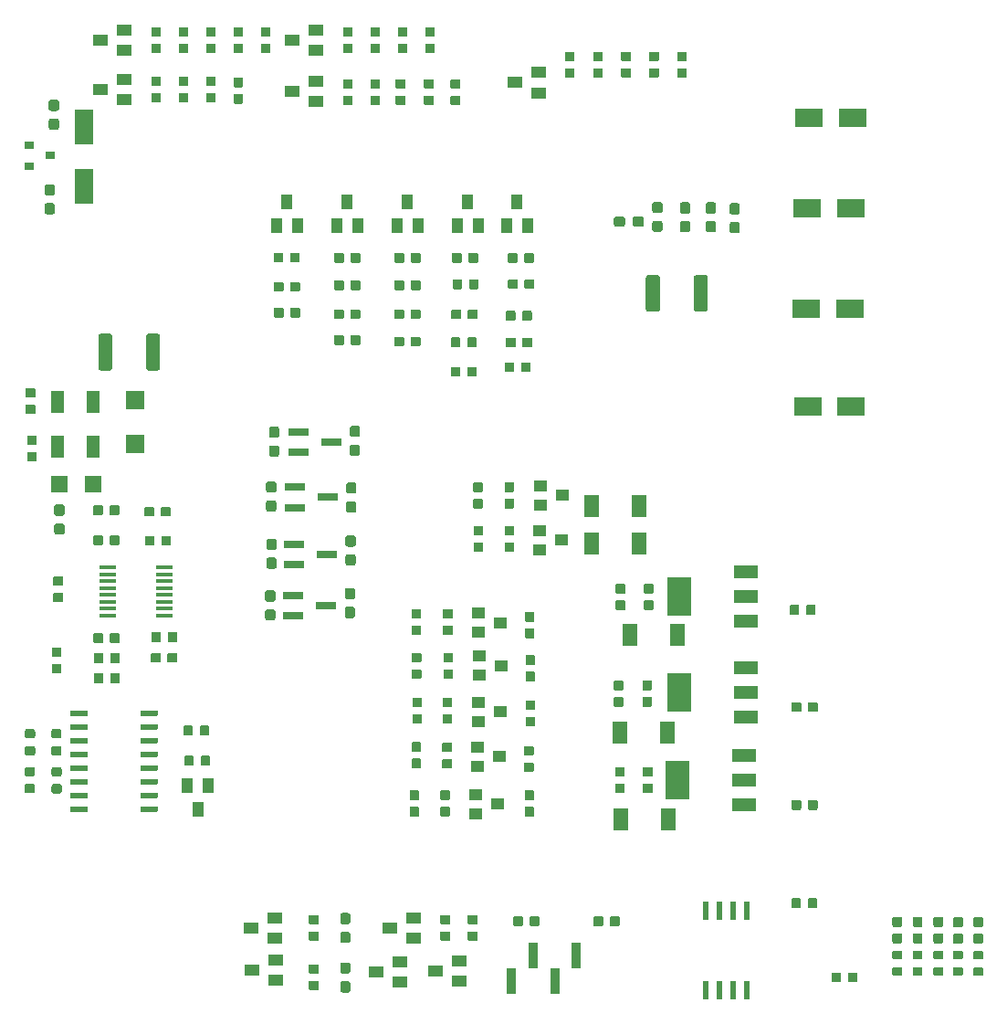
<source format=gtp>
G04 #@! TF.GenerationSoftware,KiCad,Pcbnew,5.1.5-52549c5~86~ubuntu18.04.1*
G04 #@! TF.CreationDate,2020-04-08T14:45:09+02:00*
G04 #@! TF.ProjectId,Speeduino_base,53706565-6475-4696-9e6f-5f626173652e,rev?*
G04 #@! TF.SameCoordinates,Original*
G04 #@! TF.FileFunction,Paste,Top*
G04 #@! TF.FilePolarity,Positive*
%FSLAX46Y46*%
G04 Gerber Fmt 4.6, Leading zero omitted, Abs format (unit mm)*
G04 Created by KiCad (PCBNEW 5.1.5-52549c5~86~ubuntu18.04.1) date 2020-04-08 14:45:09*
%MOMM*%
%LPD*%
G04 APERTURE LIST*
%ADD10C,0.100000*%
%ADD11R,0.550000X1.750000*%
%ADD12R,0.900000X0.800000*%
%ADD13R,2.200000X3.600000*%
%ADD14R,2.235200X1.219200*%
%ADD15R,1.900000X0.800000*%
%ADD16R,2.500000X1.800000*%
%ADD17R,1.400000X2.100000*%
%ADD18R,1.000000X1.400000*%
%ADD19R,0.850000X2.350000*%
%ADD20R,1.400000X1.000000*%
%ADD21R,1.700000X3.300000*%
%ADD22R,1.600200X0.355600*%
%ADD23R,1.270000X2.032000*%
%ADD24R,1.770000X1.800000*%
%ADD25R,1.500000X1.500000*%
%ADD26R,1.143000X1.016000*%
G04 APERTURE END LIST*
D10*
G36*
X128153977Y-81933662D02*
G01*
X128167325Y-81935642D01*
X128180414Y-81938921D01*
X128193119Y-81943467D01*
X128205317Y-81949236D01*
X128216891Y-81956173D01*
X128227729Y-81964211D01*
X128237727Y-81973273D01*
X128246789Y-81983271D01*
X128254827Y-81994109D01*
X128261764Y-82005683D01*
X128267533Y-82017881D01*
X128272079Y-82030586D01*
X128275358Y-82043675D01*
X128277338Y-82057023D01*
X128278000Y-82070500D01*
X128278000Y-82345500D01*
X128277338Y-82358977D01*
X128275358Y-82372325D01*
X128272079Y-82385414D01*
X128267533Y-82398119D01*
X128261764Y-82410317D01*
X128254827Y-82421891D01*
X128246789Y-82432729D01*
X128237727Y-82442727D01*
X128227729Y-82451789D01*
X128216891Y-82459827D01*
X128205317Y-82466764D01*
X128193119Y-82472533D01*
X128180414Y-82477079D01*
X128167325Y-82480358D01*
X128153977Y-82482338D01*
X128140500Y-82483000D01*
X126815500Y-82483000D01*
X126802023Y-82482338D01*
X126788675Y-82480358D01*
X126775586Y-82477079D01*
X126762881Y-82472533D01*
X126750683Y-82466764D01*
X126739109Y-82459827D01*
X126728271Y-82451789D01*
X126718273Y-82442727D01*
X126709211Y-82432729D01*
X126701173Y-82421891D01*
X126694236Y-82410317D01*
X126688467Y-82398119D01*
X126683921Y-82385414D01*
X126680642Y-82372325D01*
X126678662Y-82358977D01*
X126678000Y-82345500D01*
X126678000Y-82070500D01*
X126678662Y-82057023D01*
X126680642Y-82043675D01*
X126683921Y-82030586D01*
X126688467Y-82017881D01*
X126694236Y-82005683D01*
X126701173Y-81994109D01*
X126709211Y-81983271D01*
X126718273Y-81973273D01*
X126728271Y-81964211D01*
X126739109Y-81956173D01*
X126750683Y-81949236D01*
X126762881Y-81943467D01*
X126775586Y-81938921D01*
X126788675Y-81935642D01*
X126802023Y-81933662D01*
X126815500Y-81933000D01*
X128140500Y-81933000D01*
X128153977Y-81933662D01*
G37*
G36*
X128153977Y-83203662D02*
G01*
X128167325Y-83205642D01*
X128180414Y-83208921D01*
X128193119Y-83213467D01*
X128205317Y-83219236D01*
X128216891Y-83226173D01*
X128227729Y-83234211D01*
X128237727Y-83243273D01*
X128246789Y-83253271D01*
X128254827Y-83264109D01*
X128261764Y-83275683D01*
X128267533Y-83287881D01*
X128272079Y-83300586D01*
X128275358Y-83313675D01*
X128277338Y-83327023D01*
X128278000Y-83340500D01*
X128278000Y-83615500D01*
X128277338Y-83628977D01*
X128275358Y-83642325D01*
X128272079Y-83655414D01*
X128267533Y-83668119D01*
X128261764Y-83680317D01*
X128254827Y-83691891D01*
X128246789Y-83702729D01*
X128237727Y-83712727D01*
X128227729Y-83721789D01*
X128216891Y-83729827D01*
X128205317Y-83736764D01*
X128193119Y-83742533D01*
X128180414Y-83747079D01*
X128167325Y-83750358D01*
X128153977Y-83752338D01*
X128140500Y-83753000D01*
X126815500Y-83753000D01*
X126802023Y-83752338D01*
X126788675Y-83750358D01*
X126775586Y-83747079D01*
X126762881Y-83742533D01*
X126750683Y-83736764D01*
X126739109Y-83729827D01*
X126728271Y-83721789D01*
X126718273Y-83712727D01*
X126709211Y-83702729D01*
X126701173Y-83691891D01*
X126694236Y-83680317D01*
X126688467Y-83668119D01*
X126683921Y-83655414D01*
X126680642Y-83642325D01*
X126678662Y-83628977D01*
X126678000Y-83615500D01*
X126678000Y-83340500D01*
X126678662Y-83327023D01*
X126680642Y-83313675D01*
X126683921Y-83300586D01*
X126688467Y-83287881D01*
X126694236Y-83275683D01*
X126701173Y-83264109D01*
X126709211Y-83253271D01*
X126718273Y-83243273D01*
X126728271Y-83234211D01*
X126739109Y-83226173D01*
X126750683Y-83219236D01*
X126762881Y-83213467D01*
X126775586Y-83208921D01*
X126788675Y-83205642D01*
X126802023Y-83203662D01*
X126815500Y-83203000D01*
X128140500Y-83203000D01*
X128153977Y-83203662D01*
G37*
G36*
X128153977Y-84473662D02*
G01*
X128167325Y-84475642D01*
X128180414Y-84478921D01*
X128193119Y-84483467D01*
X128205317Y-84489236D01*
X128216891Y-84496173D01*
X128227729Y-84504211D01*
X128237727Y-84513273D01*
X128246789Y-84523271D01*
X128254827Y-84534109D01*
X128261764Y-84545683D01*
X128267533Y-84557881D01*
X128272079Y-84570586D01*
X128275358Y-84583675D01*
X128277338Y-84597023D01*
X128278000Y-84610500D01*
X128278000Y-84885500D01*
X128277338Y-84898977D01*
X128275358Y-84912325D01*
X128272079Y-84925414D01*
X128267533Y-84938119D01*
X128261764Y-84950317D01*
X128254827Y-84961891D01*
X128246789Y-84972729D01*
X128237727Y-84982727D01*
X128227729Y-84991789D01*
X128216891Y-84999827D01*
X128205317Y-85006764D01*
X128193119Y-85012533D01*
X128180414Y-85017079D01*
X128167325Y-85020358D01*
X128153977Y-85022338D01*
X128140500Y-85023000D01*
X126815500Y-85023000D01*
X126802023Y-85022338D01*
X126788675Y-85020358D01*
X126775586Y-85017079D01*
X126762881Y-85012533D01*
X126750683Y-85006764D01*
X126739109Y-84999827D01*
X126728271Y-84991789D01*
X126718273Y-84982727D01*
X126709211Y-84972729D01*
X126701173Y-84961891D01*
X126694236Y-84950317D01*
X126688467Y-84938119D01*
X126683921Y-84925414D01*
X126680642Y-84912325D01*
X126678662Y-84898977D01*
X126678000Y-84885500D01*
X126678000Y-84610500D01*
X126678662Y-84597023D01*
X126680642Y-84583675D01*
X126683921Y-84570586D01*
X126688467Y-84557881D01*
X126694236Y-84545683D01*
X126701173Y-84534109D01*
X126709211Y-84523271D01*
X126718273Y-84513273D01*
X126728271Y-84504211D01*
X126739109Y-84496173D01*
X126750683Y-84489236D01*
X126762881Y-84483467D01*
X126775586Y-84478921D01*
X126788675Y-84475642D01*
X126802023Y-84473662D01*
X126815500Y-84473000D01*
X128140500Y-84473000D01*
X128153977Y-84473662D01*
G37*
G36*
X128153977Y-85743662D02*
G01*
X128167325Y-85745642D01*
X128180414Y-85748921D01*
X128193119Y-85753467D01*
X128205317Y-85759236D01*
X128216891Y-85766173D01*
X128227729Y-85774211D01*
X128237727Y-85783273D01*
X128246789Y-85793271D01*
X128254827Y-85804109D01*
X128261764Y-85815683D01*
X128267533Y-85827881D01*
X128272079Y-85840586D01*
X128275358Y-85853675D01*
X128277338Y-85867023D01*
X128278000Y-85880500D01*
X128278000Y-86155500D01*
X128277338Y-86168977D01*
X128275358Y-86182325D01*
X128272079Y-86195414D01*
X128267533Y-86208119D01*
X128261764Y-86220317D01*
X128254827Y-86231891D01*
X128246789Y-86242729D01*
X128237727Y-86252727D01*
X128227729Y-86261789D01*
X128216891Y-86269827D01*
X128205317Y-86276764D01*
X128193119Y-86282533D01*
X128180414Y-86287079D01*
X128167325Y-86290358D01*
X128153977Y-86292338D01*
X128140500Y-86293000D01*
X126815500Y-86293000D01*
X126802023Y-86292338D01*
X126788675Y-86290358D01*
X126775586Y-86287079D01*
X126762881Y-86282533D01*
X126750683Y-86276764D01*
X126739109Y-86269827D01*
X126728271Y-86261789D01*
X126718273Y-86252727D01*
X126709211Y-86242729D01*
X126701173Y-86231891D01*
X126694236Y-86220317D01*
X126688467Y-86208119D01*
X126683921Y-86195414D01*
X126680642Y-86182325D01*
X126678662Y-86168977D01*
X126678000Y-86155500D01*
X126678000Y-85880500D01*
X126678662Y-85867023D01*
X126680642Y-85853675D01*
X126683921Y-85840586D01*
X126688467Y-85827881D01*
X126694236Y-85815683D01*
X126701173Y-85804109D01*
X126709211Y-85793271D01*
X126718273Y-85783273D01*
X126728271Y-85774211D01*
X126739109Y-85766173D01*
X126750683Y-85759236D01*
X126762881Y-85753467D01*
X126775586Y-85748921D01*
X126788675Y-85745642D01*
X126802023Y-85743662D01*
X126815500Y-85743000D01*
X128140500Y-85743000D01*
X128153977Y-85743662D01*
G37*
G36*
X128153977Y-87013662D02*
G01*
X128167325Y-87015642D01*
X128180414Y-87018921D01*
X128193119Y-87023467D01*
X128205317Y-87029236D01*
X128216891Y-87036173D01*
X128227729Y-87044211D01*
X128237727Y-87053273D01*
X128246789Y-87063271D01*
X128254827Y-87074109D01*
X128261764Y-87085683D01*
X128267533Y-87097881D01*
X128272079Y-87110586D01*
X128275358Y-87123675D01*
X128277338Y-87137023D01*
X128278000Y-87150500D01*
X128278000Y-87425500D01*
X128277338Y-87438977D01*
X128275358Y-87452325D01*
X128272079Y-87465414D01*
X128267533Y-87478119D01*
X128261764Y-87490317D01*
X128254827Y-87501891D01*
X128246789Y-87512729D01*
X128237727Y-87522727D01*
X128227729Y-87531789D01*
X128216891Y-87539827D01*
X128205317Y-87546764D01*
X128193119Y-87552533D01*
X128180414Y-87557079D01*
X128167325Y-87560358D01*
X128153977Y-87562338D01*
X128140500Y-87563000D01*
X126815500Y-87563000D01*
X126802023Y-87562338D01*
X126788675Y-87560358D01*
X126775586Y-87557079D01*
X126762881Y-87552533D01*
X126750683Y-87546764D01*
X126739109Y-87539827D01*
X126728271Y-87531789D01*
X126718273Y-87522727D01*
X126709211Y-87512729D01*
X126701173Y-87501891D01*
X126694236Y-87490317D01*
X126688467Y-87478119D01*
X126683921Y-87465414D01*
X126680642Y-87452325D01*
X126678662Y-87438977D01*
X126678000Y-87425500D01*
X126678000Y-87150500D01*
X126678662Y-87137023D01*
X126680642Y-87123675D01*
X126683921Y-87110586D01*
X126688467Y-87097881D01*
X126694236Y-87085683D01*
X126701173Y-87074109D01*
X126709211Y-87063271D01*
X126718273Y-87053273D01*
X126728271Y-87044211D01*
X126739109Y-87036173D01*
X126750683Y-87029236D01*
X126762881Y-87023467D01*
X126775586Y-87018921D01*
X126788675Y-87015642D01*
X126802023Y-87013662D01*
X126815500Y-87013000D01*
X128140500Y-87013000D01*
X128153977Y-87013662D01*
G37*
G36*
X128153977Y-88283662D02*
G01*
X128167325Y-88285642D01*
X128180414Y-88288921D01*
X128193119Y-88293467D01*
X128205317Y-88299236D01*
X128216891Y-88306173D01*
X128227729Y-88314211D01*
X128237727Y-88323273D01*
X128246789Y-88333271D01*
X128254827Y-88344109D01*
X128261764Y-88355683D01*
X128267533Y-88367881D01*
X128272079Y-88380586D01*
X128275358Y-88393675D01*
X128277338Y-88407023D01*
X128278000Y-88420500D01*
X128278000Y-88695500D01*
X128277338Y-88708977D01*
X128275358Y-88722325D01*
X128272079Y-88735414D01*
X128267533Y-88748119D01*
X128261764Y-88760317D01*
X128254827Y-88771891D01*
X128246789Y-88782729D01*
X128237727Y-88792727D01*
X128227729Y-88801789D01*
X128216891Y-88809827D01*
X128205317Y-88816764D01*
X128193119Y-88822533D01*
X128180414Y-88827079D01*
X128167325Y-88830358D01*
X128153977Y-88832338D01*
X128140500Y-88833000D01*
X126815500Y-88833000D01*
X126802023Y-88832338D01*
X126788675Y-88830358D01*
X126775586Y-88827079D01*
X126762881Y-88822533D01*
X126750683Y-88816764D01*
X126739109Y-88809827D01*
X126728271Y-88801789D01*
X126718273Y-88792727D01*
X126709211Y-88782729D01*
X126701173Y-88771891D01*
X126694236Y-88760317D01*
X126688467Y-88748119D01*
X126683921Y-88735414D01*
X126680642Y-88722325D01*
X126678662Y-88708977D01*
X126678000Y-88695500D01*
X126678000Y-88420500D01*
X126678662Y-88407023D01*
X126680642Y-88393675D01*
X126683921Y-88380586D01*
X126688467Y-88367881D01*
X126694236Y-88355683D01*
X126701173Y-88344109D01*
X126709211Y-88333271D01*
X126718273Y-88323273D01*
X126728271Y-88314211D01*
X126739109Y-88306173D01*
X126750683Y-88299236D01*
X126762881Y-88293467D01*
X126775586Y-88288921D01*
X126788675Y-88285642D01*
X126802023Y-88283662D01*
X126815500Y-88283000D01*
X128140500Y-88283000D01*
X128153977Y-88283662D01*
G37*
G36*
X128153977Y-89553662D02*
G01*
X128167325Y-89555642D01*
X128180414Y-89558921D01*
X128193119Y-89563467D01*
X128205317Y-89569236D01*
X128216891Y-89576173D01*
X128227729Y-89584211D01*
X128237727Y-89593273D01*
X128246789Y-89603271D01*
X128254827Y-89614109D01*
X128261764Y-89625683D01*
X128267533Y-89637881D01*
X128272079Y-89650586D01*
X128275358Y-89663675D01*
X128277338Y-89677023D01*
X128278000Y-89690500D01*
X128278000Y-89965500D01*
X128277338Y-89978977D01*
X128275358Y-89992325D01*
X128272079Y-90005414D01*
X128267533Y-90018119D01*
X128261764Y-90030317D01*
X128254827Y-90041891D01*
X128246789Y-90052729D01*
X128237727Y-90062727D01*
X128227729Y-90071789D01*
X128216891Y-90079827D01*
X128205317Y-90086764D01*
X128193119Y-90092533D01*
X128180414Y-90097079D01*
X128167325Y-90100358D01*
X128153977Y-90102338D01*
X128140500Y-90103000D01*
X126815500Y-90103000D01*
X126802023Y-90102338D01*
X126788675Y-90100358D01*
X126775586Y-90097079D01*
X126762881Y-90092533D01*
X126750683Y-90086764D01*
X126739109Y-90079827D01*
X126728271Y-90071789D01*
X126718273Y-90062727D01*
X126709211Y-90052729D01*
X126701173Y-90041891D01*
X126694236Y-90030317D01*
X126688467Y-90018119D01*
X126683921Y-90005414D01*
X126680642Y-89992325D01*
X126678662Y-89978977D01*
X126678000Y-89965500D01*
X126678000Y-89690500D01*
X126678662Y-89677023D01*
X126680642Y-89663675D01*
X126683921Y-89650586D01*
X126688467Y-89637881D01*
X126694236Y-89625683D01*
X126701173Y-89614109D01*
X126709211Y-89603271D01*
X126718273Y-89593273D01*
X126728271Y-89584211D01*
X126739109Y-89576173D01*
X126750683Y-89569236D01*
X126762881Y-89563467D01*
X126775586Y-89558921D01*
X126788675Y-89555642D01*
X126802023Y-89553662D01*
X126815500Y-89553000D01*
X128140500Y-89553000D01*
X128153977Y-89553662D01*
G37*
G36*
X128153977Y-90823662D02*
G01*
X128167325Y-90825642D01*
X128180414Y-90828921D01*
X128193119Y-90833467D01*
X128205317Y-90839236D01*
X128216891Y-90846173D01*
X128227729Y-90854211D01*
X128237727Y-90863273D01*
X128246789Y-90873271D01*
X128254827Y-90884109D01*
X128261764Y-90895683D01*
X128267533Y-90907881D01*
X128272079Y-90920586D01*
X128275358Y-90933675D01*
X128277338Y-90947023D01*
X128278000Y-90960500D01*
X128278000Y-91235500D01*
X128277338Y-91248977D01*
X128275358Y-91262325D01*
X128272079Y-91275414D01*
X128267533Y-91288119D01*
X128261764Y-91300317D01*
X128254827Y-91311891D01*
X128246789Y-91322729D01*
X128237727Y-91332727D01*
X128227729Y-91341789D01*
X128216891Y-91349827D01*
X128205317Y-91356764D01*
X128193119Y-91362533D01*
X128180414Y-91367079D01*
X128167325Y-91370358D01*
X128153977Y-91372338D01*
X128140500Y-91373000D01*
X126815500Y-91373000D01*
X126802023Y-91372338D01*
X126788675Y-91370358D01*
X126775586Y-91367079D01*
X126762881Y-91362533D01*
X126750683Y-91356764D01*
X126739109Y-91349827D01*
X126728271Y-91341789D01*
X126718273Y-91332727D01*
X126709211Y-91322729D01*
X126701173Y-91311891D01*
X126694236Y-91300317D01*
X126688467Y-91288119D01*
X126683921Y-91275414D01*
X126680642Y-91262325D01*
X126678662Y-91248977D01*
X126678000Y-91235500D01*
X126678000Y-90960500D01*
X126678662Y-90947023D01*
X126680642Y-90933675D01*
X126683921Y-90920586D01*
X126688467Y-90907881D01*
X126694236Y-90895683D01*
X126701173Y-90884109D01*
X126709211Y-90873271D01*
X126718273Y-90863273D01*
X126728271Y-90854211D01*
X126739109Y-90846173D01*
X126750683Y-90839236D01*
X126762881Y-90833467D01*
X126775586Y-90828921D01*
X126788675Y-90825642D01*
X126802023Y-90823662D01*
X126815500Y-90823000D01*
X128140500Y-90823000D01*
X128153977Y-90823662D01*
G37*
G36*
X121653977Y-90823662D02*
G01*
X121667325Y-90825642D01*
X121680414Y-90828921D01*
X121693119Y-90833467D01*
X121705317Y-90839236D01*
X121716891Y-90846173D01*
X121727729Y-90854211D01*
X121737727Y-90863273D01*
X121746789Y-90873271D01*
X121754827Y-90884109D01*
X121761764Y-90895683D01*
X121767533Y-90907881D01*
X121772079Y-90920586D01*
X121775358Y-90933675D01*
X121777338Y-90947023D01*
X121778000Y-90960500D01*
X121778000Y-91235500D01*
X121777338Y-91248977D01*
X121775358Y-91262325D01*
X121772079Y-91275414D01*
X121767533Y-91288119D01*
X121761764Y-91300317D01*
X121754827Y-91311891D01*
X121746789Y-91322729D01*
X121737727Y-91332727D01*
X121727729Y-91341789D01*
X121716891Y-91349827D01*
X121705317Y-91356764D01*
X121693119Y-91362533D01*
X121680414Y-91367079D01*
X121667325Y-91370358D01*
X121653977Y-91372338D01*
X121640500Y-91373000D01*
X120315500Y-91373000D01*
X120302023Y-91372338D01*
X120288675Y-91370358D01*
X120275586Y-91367079D01*
X120262881Y-91362533D01*
X120250683Y-91356764D01*
X120239109Y-91349827D01*
X120228271Y-91341789D01*
X120218273Y-91332727D01*
X120209211Y-91322729D01*
X120201173Y-91311891D01*
X120194236Y-91300317D01*
X120188467Y-91288119D01*
X120183921Y-91275414D01*
X120180642Y-91262325D01*
X120178662Y-91248977D01*
X120178000Y-91235500D01*
X120178000Y-90960500D01*
X120178662Y-90947023D01*
X120180642Y-90933675D01*
X120183921Y-90920586D01*
X120188467Y-90907881D01*
X120194236Y-90895683D01*
X120201173Y-90884109D01*
X120209211Y-90873271D01*
X120218273Y-90863273D01*
X120228271Y-90854211D01*
X120239109Y-90846173D01*
X120250683Y-90839236D01*
X120262881Y-90833467D01*
X120275586Y-90828921D01*
X120288675Y-90825642D01*
X120302023Y-90823662D01*
X120315500Y-90823000D01*
X121640500Y-90823000D01*
X121653977Y-90823662D01*
G37*
G36*
X121653977Y-89553662D02*
G01*
X121667325Y-89555642D01*
X121680414Y-89558921D01*
X121693119Y-89563467D01*
X121705317Y-89569236D01*
X121716891Y-89576173D01*
X121727729Y-89584211D01*
X121737727Y-89593273D01*
X121746789Y-89603271D01*
X121754827Y-89614109D01*
X121761764Y-89625683D01*
X121767533Y-89637881D01*
X121772079Y-89650586D01*
X121775358Y-89663675D01*
X121777338Y-89677023D01*
X121778000Y-89690500D01*
X121778000Y-89965500D01*
X121777338Y-89978977D01*
X121775358Y-89992325D01*
X121772079Y-90005414D01*
X121767533Y-90018119D01*
X121761764Y-90030317D01*
X121754827Y-90041891D01*
X121746789Y-90052729D01*
X121737727Y-90062727D01*
X121727729Y-90071789D01*
X121716891Y-90079827D01*
X121705317Y-90086764D01*
X121693119Y-90092533D01*
X121680414Y-90097079D01*
X121667325Y-90100358D01*
X121653977Y-90102338D01*
X121640500Y-90103000D01*
X120315500Y-90103000D01*
X120302023Y-90102338D01*
X120288675Y-90100358D01*
X120275586Y-90097079D01*
X120262881Y-90092533D01*
X120250683Y-90086764D01*
X120239109Y-90079827D01*
X120228271Y-90071789D01*
X120218273Y-90062727D01*
X120209211Y-90052729D01*
X120201173Y-90041891D01*
X120194236Y-90030317D01*
X120188467Y-90018119D01*
X120183921Y-90005414D01*
X120180642Y-89992325D01*
X120178662Y-89978977D01*
X120178000Y-89965500D01*
X120178000Y-89690500D01*
X120178662Y-89677023D01*
X120180642Y-89663675D01*
X120183921Y-89650586D01*
X120188467Y-89637881D01*
X120194236Y-89625683D01*
X120201173Y-89614109D01*
X120209211Y-89603271D01*
X120218273Y-89593273D01*
X120228271Y-89584211D01*
X120239109Y-89576173D01*
X120250683Y-89569236D01*
X120262881Y-89563467D01*
X120275586Y-89558921D01*
X120288675Y-89555642D01*
X120302023Y-89553662D01*
X120315500Y-89553000D01*
X121640500Y-89553000D01*
X121653977Y-89553662D01*
G37*
G36*
X121653977Y-88283662D02*
G01*
X121667325Y-88285642D01*
X121680414Y-88288921D01*
X121693119Y-88293467D01*
X121705317Y-88299236D01*
X121716891Y-88306173D01*
X121727729Y-88314211D01*
X121737727Y-88323273D01*
X121746789Y-88333271D01*
X121754827Y-88344109D01*
X121761764Y-88355683D01*
X121767533Y-88367881D01*
X121772079Y-88380586D01*
X121775358Y-88393675D01*
X121777338Y-88407023D01*
X121778000Y-88420500D01*
X121778000Y-88695500D01*
X121777338Y-88708977D01*
X121775358Y-88722325D01*
X121772079Y-88735414D01*
X121767533Y-88748119D01*
X121761764Y-88760317D01*
X121754827Y-88771891D01*
X121746789Y-88782729D01*
X121737727Y-88792727D01*
X121727729Y-88801789D01*
X121716891Y-88809827D01*
X121705317Y-88816764D01*
X121693119Y-88822533D01*
X121680414Y-88827079D01*
X121667325Y-88830358D01*
X121653977Y-88832338D01*
X121640500Y-88833000D01*
X120315500Y-88833000D01*
X120302023Y-88832338D01*
X120288675Y-88830358D01*
X120275586Y-88827079D01*
X120262881Y-88822533D01*
X120250683Y-88816764D01*
X120239109Y-88809827D01*
X120228271Y-88801789D01*
X120218273Y-88792727D01*
X120209211Y-88782729D01*
X120201173Y-88771891D01*
X120194236Y-88760317D01*
X120188467Y-88748119D01*
X120183921Y-88735414D01*
X120180642Y-88722325D01*
X120178662Y-88708977D01*
X120178000Y-88695500D01*
X120178000Y-88420500D01*
X120178662Y-88407023D01*
X120180642Y-88393675D01*
X120183921Y-88380586D01*
X120188467Y-88367881D01*
X120194236Y-88355683D01*
X120201173Y-88344109D01*
X120209211Y-88333271D01*
X120218273Y-88323273D01*
X120228271Y-88314211D01*
X120239109Y-88306173D01*
X120250683Y-88299236D01*
X120262881Y-88293467D01*
X120275586Y-88288921D01*
X120288675Y-88285642D01*
X120302023Y-88283662D01*
X120315500Y-88283000D01*
X121640500Y-88283000D01*
X121653977Y-88283662D01*
G37*
G36*
X121653977Y-87013662D02*
G01*
X121667325Y-87015642D01*
X121680414Y-87018921D01*
X121693119Y-87023467D01*
X121705317Y-87029236D01*
X121716891Y-87036173D01*
X121727729Y-87044211D01*
X121737727Y-87053273D01*
X121746789Y-87063271D01*
X121754827Y-87074109D01*
X121761764Y-87085683D01*
X121767533Y-87097881D01*
X121772079Y-87110586D01*
X121775358Y-87123675D01*
X121777338Y-87137023D01*
X121778000Y-87150500D01*
X121778000Y-87425500D01*
X121777338Y-87438977D01*
X121775358Y-87452325D01*
X121772079Y-87465414D01*
X121767533Y-87478119D01*
X121761764Y-87490317D01*
X121754827Y-87501891D01*
X121746789Y-87512729D01*
X121737727Y-87522727D01*
X121727729Y-87531789D01*
X121716891Y-87539827D01*
X121705317Y-87546764D01*
X121693119Y-87552533D01*
X121680414Y-87557079D01*
X121667325Y-87560358D01*
X121653977Y-87562338D01*
X121640500Y-87563000D01*
X120315500Y-87563000D01*
X120302023Y-87562338D01*
X120288675Y-87560358D01*
X120275586Y-87557079D01*
X120262881Y-87552533D01*
X120250683Y-87546764D01*
X120239109Y-87539827D01*
X120228271Y-87531789D01*
X120218273Y-87522727D01*
X120209211Y-87512729D01*
X120201173Y-87501891D01*
X120194236Y-87490317D01*
X120188467Y-87478119D01*
X120183921Y-87465414D01*
X120180642Y-87452325D01*
X120178662Y-87438977D01*
X120178000Y-87425500D01*
X120178000Y-87150500D01*
X120178662Y-87137023D01*
X120180642Y-87123675D01*
X120183921Y-87110586D01*
X120188467Y-87097881D01*
X120194236Y-87085683D01*
X120201173Y-87074109D01*
X120209211Y-87063271D01*
X120218273Y-87053273D01*
X120228271Y-87044211D01*
X120239109Y-87036173D01*
X120250683Y-87029236D01*
X120262881Y-87023467D01*
X120275586Y-87018921D01*
X120288675Y-87015642D01*
X120302023Y-87013662D01*
X120315500Y-87013000D01*
X121640500Y-87013000D01*
X121653977Y-87013662D01*
G37*
G36*
X121653977Y-85743662D02*
G01*
X121667325Y-85745642D01*
X121680414Y-85748921D01*
X121693119Y-85753467D01*
X121705317Y-85759236D01*
X121716891Y-85766173D01*
X121727729Y-85774211D01*
X121737727Y-85783273D01*
X121746789Y-85793271D01*
X121754827Y-85804109D01*
X121761764Y-85815683D01*
X121767533Y-85827881D01*
X121772079Y-85840586D01*
X121775358Y-85853675D01*
X121777338Y-85867023D01*
X121778000Y-85880500D01*
X121778000Y-86155500D01*
X121777338Y-86168977D01*
X121775358Y-86182325D01*
X121772079Y-86195414D01*
X121767533Y-86208119D01*
X121761764Y-86220317D01*
X121754827Y-86231891D01*
X121746789Y-86242729D01*
X121737727Y-86252727D01*
X121727729Y-86261789D01*
X121716891Y-86269827D01*
X121705317Y-86276764D01*
X121693119Y-86282533D01*
X121680414Y-86287079D01*
X121667325Y-86290358D01*
X121653977Y-86292338D01*
X121640500Y-86293000D01*
X120315500Y-86293000D01*
X120302023Y-86292338D01*
X120288675Y-86290358D01*
X120275586Y-86287079D01*
X120262881Y-86282533D01*
X120250683Y-86276764D01*
X120239109Y-86269827D01*
X120228271Y-86261789D01*
X120218273Y-86252727D01*
X120209211Y-86242729D01*
X120201173Y-86231891D01*
X120194236Y-86220317D01*
X120188467Y-86208119D01*
X120183921Y-86195414D01*
X120180642Y-86182325D01*
X120178662Y-86168977D01*
X120178000Y-86155500D01*
X120178000Y-85880500D01*
X120178662Y-85867023D01*
X120180642Y-85853675D01*
X120183921Y-85840586D01*
X120188467Y-85827881D01*
X120194236Y-85815683D01*
X120201173Y-85804109D01*
X120209211Y-85793271D01*
X120218273Y-85783273D01*
X120228271Y-85774211D01*
X120239109Y-85766173D01*
X120250683Y-85759236D01*
X120262881Y-85753467D01*
X120275586Y-85748921D01*
X120288675Y-85745642D01*
X120302023Y-85743662D01*
X120315500Y-85743000D01*
X121640500Y-85743000D01*
X121653977Y-85743662D01*
G37*
G36*
X121653977Y-84473662D02*
G01*
X121667325Y-84475642D01*
X121680414Y-84478921D01*
X121693119Y-84483467D01*
X121705317Y-84489236D01*
X121716891Y-84496173D01*
X121727729Y-84504211D01*
X121737727Y-84513273D01*
X121746789Y-84523271D01*
X121754827Y-84534109D01*
X121761764Y-84545683D01*
X121767533Y-84557881D01*
X121772079Y-84570586D01*
X121775358Y-84583675D01*
X121777338Y-84597023D01*
X121778000Y-84610500D01*
X121778000Y-84885500D01*
X121777338Y-84898977D01*
X121775358Y-84912325D01*
X121772079Y-84925414D01*
X121767533Y-84938119D01*
X121761764Y-84950317D01*
X121754827Y-84961891D01*
X121746789Y-84972729D01*
X121737727Y-84982727D01*
X121727729Y-84991789D01*
X121716891Y-84999827D01*
X121705317Y-85006764D01*
X121693119Y-85012533D01*
X121680414Y-85017079D01*
X121667325Y-85020358D01*
X121653977Y-85022338D01*
X121640500Y-85023000D01*
X120315500Y-85023000D01*
X120302023Y-85022338D01*
X120288675Y-85020358D01*
X120275586Y-85017079D01*
X120262881Y-85012533D01*
X120250683Y-85006764D01*
X120239109Y-84999827D01*
X120228271Y-84991789D01*
X120218273Y-84982727D01*
X120209211Y-84972729D01*
X120201173Y-84961891D01*
X120194236Y-84950317D01*
X120188467Y-84938119D01*
X120183921Y-84925414D01*
X120180642Y-84912325D01*
X120178662Y-84898977D01*
X120178000Y-84885500D01*
X120178000Y-84610500D01*
X120178662Y-84597023D01*
X120180642Y-84583675D01*
X120183921Y-84570586D01*
X120188467Y-84557881D01*
X120194236Y-84545683D01*
X120201173Y-84534109D01*
X120209211Y-84523271D01*
X120218273Y-84513273D01*
X120228271Y-84504211D01*
X120239109Y-84496173D01*
X120250683Y-84489236D01*
X120262881Y-84483467D01*
X120275586Y-84478921D01*
X120288675Y-84475642D01*
X120302023Y-84473662D01*
X120315500Y-84473000D01*
X121640500Y-84473000D01*
X121653977Y-84473662D01*
G37*
G36*
X121653977Y-83203662D02*
G01*
X121667325Y-83205642D01*
X121680414Y-83208921D01*
X121693119Y-83213467D01*
X121705317Y-83219236D01*
X121716891Y-83226173D01*
X121727729Y-83234211D01*
X121737727Y-83243273D01*
X121746789Y-83253271D01*
X121754827Y-83264109D01*
X121761764Y-83275683D01*
X121767533Y-83287881D01*
X121772079Y-83300586D01*
X121775358Y-83313675D01*
X121777338Y-83327023D01*
X121778000Y-83340500D01*
X121778000Y-83615500D01*
X121777338Y-83628977D01*
X121775358Y-83642325D01*
X121772079Y-83655414D01*
X121767533Y-83668119D01*
X121761764Y-83680317D01*
X121754827Y-83691891D01*
X121746789Y-83702729D01*
X121737727Y-83712727D01*
X121727729Y-83721789D01*
X121716891Y-83729827D01*
X121705317Y-83736764D01*
X121693119Y-83742533D01*
X121680414Y-83747079D01*
X121667325Y-83750358D01*
X121653977Y-83752338D01*
X121640500Y-83753000D01*
X120315500Y-83753000D01*
X120302023Y-83752338D01*
X120288675Y-83750358D01*
X120275586Y-83747079D01*
X120262881Y-83742533D01*
X120250683Y-83736764D01*
X120239109Y-83729827D01*
X120228271Y-83721789D01*
X120218273Y-83712727D01*
X120209211Y-83702729D01*
X120201173Y-83691891D01*
X120194236Y-83680317D01*
X120188467Y-83668119D01*
X120183921Y-83655414D01*
X120180642Y-83642325D01*
X120178662Y-83628977D01*
X120178000Y-83615500D01*
X120178000Y-83340500D01*
X120178662Y-83327023D01*
X120180642Y-83313675D01*
X120183921Y-83300586D01*
X120188467Y-83287881D01*
X120194236Y-83275683D01*
X120201173Y-83264109D01*
X120209211Y-83253271D01*
X120218273Y-83243273D01*
X120228271Y-83234211D01*
X120239109Y-83226173D01*
X120250683Y-83219236D01*
X120262881Y-83213467D01*
X120275586Y-83208921D01*
X120288675Y-83205642D01*
X120302023Y-83203662D01*
X120315500Y-83203000D01*
X121640500Y-83203000D01*
X121653977Y-83203662D01*
G37*
G36*
X121653977Y-81933662D02*
G01*
X121667325Y-81935642D01*
X121680414Y-81938921D01*
X121693119Y-81943467D01*
X121705317Y-81949236D01*
X121716891Y-81956173D01*
X121727729Y-81964211D01*
X121737727Y-81973273D01*
X121746789Y-81983271D01*
X121754827Y-81994109D01*
X121761764Y-82005683D01*
X121767533Y-82017881D01*
X121772079Y-82030586D01*
X121775358Y-82043675D01*
X121777338Y-82057023D01*
X121778000Y-82070500D01*
X121778000Y-82345500D01*
X121777338Y-82358977D01*
X121775358Y-82372325D01*
X121772079Y-82385414D01*
X121767533Y-82398119D01*
X121761764Y-82410317D01*
X121754827Y-82421891D01*
X121746789Y-82432729D01*
X121737727Y-82442727D01*
X121727729Y-82451789D01*
X121716891Y-82459827D01*
X121705317Y-82466764D01*
X121693119Y-82472533D01*
X121680414Y-82477079D01*
X121667325Y-82480358D01*
X121653977Y-82482338D01*
X121640500Y-82483000D01*
X120315500Y-82483000D01*
X120302023Y-82482338D01*
X120288675Y-82480358D01*
X120275586Y-82477079D01*
X120262881Y-82472533D01*
X120250683Y-82466764D01*
X120239109Y-82459827D01*
X120228271Y-82451789D01*
X120218273Y-82442727D01*
X120209211Y-82432729D01*
X120201173Y-82421891D01*
X120194236Y-82410317D01*
X120188467Y-82398119D01*
X120183921Y-82385414D01*
X120180642Y-82372325D01*
X120178662Y-82358977D01*
X120178000Y-82345500D01*
X120178000Y-82070500D01*
X120178662Y-82057023D01*
X120180642Y-82043675D01*
X120183921Y-82030586D01*
X120188467Y-82017881D01*
X120194236Y-82005683D01*
X120201173Y-81994109D01*
X120209211Y-81983271D01*
X120218273Y-81973273D01*
X120228271Y-81964211D01*
X120239109Y-81956173D01*
X120250683Y-81949236D01*
X120262881Y-81943467D01*
X120275586Y-81938921D01*
X120288675Y-81935642D01*
X120302023Y-81933662D01*
X120315500Y-81933000D01*
X121640500Y-81933000D01*
X121653977Y-81933662D01*
G37*
G36*
X118910779Y-25336144D02*
G01*
X118933834Y-25339563D01*
X118956443Y-25345227D01*
X118978387Y-25353079D01*
X118999457Y-25363044D01*
X119019448Y-25375026D01*
X119038168Y-25388910D01*
X119055438Y-25404562D01*
X119071090Y-25421832D01*
X119084974Y-25440552D01*
X119096956Y-25460543D01*
X119106921Y-25481613D01*
X119114773Y-25503557D01*
X119120437Y-25526166D01*
X119123856Y-25549221D01*
X119125000Y-25572500D01*
X119125000Y-26147500D01*
X119123856Y-26170779D01*
X119120437Y-26193834D01*
X119114773Y-26216443D01*
X119106921Y-26238387D01*
X119096956Y-26259457D01*
X119084974Y-26279448D01*
X119071090Y-26298168D01*
X119055438Y-26315438D01*
X119038168Y-26331090D01*
X119019448Y-26344974D01*
X118999457Y-26356956D01*
X118978387Y-26366921D01*
X118956443Y-26374773D01*
X118933834Y-26380437D01*
X118910779Y-26383856D01*
X118887500Y-26385000D01*
X118412500Y-26385000D01*
X118389221Y-26383856D01*
X118366166Y-26380437D01*
X118343557Y-26374773D01*
X118321613Y-26366921D01*
X118300543Y-26356956D01*
X118280552Y-26344974D01*
X118261832Y-26331090D01*
X118244562Y-26315438D01*
X118228910Y-26298168D01*
X118215026Y-26279448D01*
X118203044Y-26259457D01*
X118193079Y-26238387D01*
X118185227Y-26216443D01*
X118179563Y-26193834D01*
X118176144Y-26170779D01*
X118175000Y-26147500D01*
X118175000Y-25572500D01*
X118176144Y-25549221D01*
X118179563Y-25526166D01*
X118185227Y-25503557D01*
X118193079Y-25481613D01*
X118203044Y-25460543D01*
X118215026Y-25440552D01*
X118228910Y-25421832D01*
X118244562Y-25404562D01*
X118261832Y-25388910D01*
X118280552Y-25375026D01*
X118300543Y-25363044D01*
X118321613Y-25353079D01*
X118343557Y-25345227D01*
X118366166Y-25339563D01*
X118389221Y-25336144D01*
X118412500Y-25335000D01*
X118887500Y-25335000D01*
X118910779Y-25336144D01*
G37*
G36*
X118910779Y-27086144D02*
G01*
X118933834Y-27089563D01*
X118956443Y-27095227D01*
X118978387Y-27103079D01*
X118999457Y-27113044D01*
X119019448Y-27125026D01*
X119038168Y-27138910D01*
X119055438Y-27154562D01*
X119071090Y-27171832D01*
X119084974Y-27190552D01*
X119096956Y-27210543D01*
X119106921Y-27231613D01*
X119114773Y-27253557D01*
X119120437Y-27276166D01*
X119123856Y-27299221D01*
X119125000Y-27322500D01*
X119125000Y-27897500D01*
X119123856Y-27920779D01*
X119120437Y-27943834D01*
X119114773Y-27966443D01*
X119106921Y-27988387D01*
X119096956Y-28009457D01*
X119084974Y-28029448D01*
X119071090Y-28048168D01*
X119055438Y-28065438D01*
X119038168Y-28081090D01*
X119019448Y-28094974D01*
X118999457Y-28106956D01*
X118978387Y-28116921D01*
X118956443Y-28124773D01*
X118933834Y-28130437D01*
X118910779Y-28133856D01*
X118887500Y-28135000D01*
X118412500Y-28135000D01*
X118389221Y-28133856D01*
X118366166Y-28130437D01*
X118343557Y-28124773D01*
X118321613Y-28116921D01*
X118300543Y-28106956D01*
X118280552Y-28094974D01*
X118261832Y-28081090D01*
X118244562Y-28065438D01*
X118228910Y-28048168D01*
X118215026Y-28029448D01*
X118203044Y-28009457D01*
X118193079Y-27988387D01*
X118185227Y-27966443D01*
X118179563Y-27943834D01*
X118176144Y-27920779D01*
X118175000Y-27897500D01*
X118175000Y-27322500D01*
X118176144Y-27299221D01*
X118179563Y-27276166D01*
X118185227Y-27253557D01*
X118193079Y-27231613D01*
X118203044Y-27210543D01*
X118215026Y-27190552D01*
X118228910Y-27171832D01*
X118244562Y-27154562D01*
X118261832Y-27138910D01*
X118280552Y-27125026D01*
X118300543Y-27113044D01*
X118321613Y-27103079D01*
X118343557Y-27095227D01*
X118366166Y-27089563D01*
X118389221Y-27086144D01*
X118412500Y-27085000D01*
X118887500Y-27085000D01*
X118910779Y-27086144D01*
G37*
D11*
X182885000Y-107870000D03*
X181615000Y-107870000D03*
X180345000Y-107870000D03*
X179075000Y-107870000D03*
X179075000Y-100470000D03*
X180345000Y-100470000D03*
X181615000Y-100470000D03*
X182885000Y-100470000D03*
D10*
G36*
X161254267Y-49706035D02*
G01*
X161265054Y-49707635D01*
X161275633Y-49710285D01*
X161285901Y-49713959D01*
X161295759Y-49718621D01*
X161305113Y-49724228D01*
X161313872Y-49730724D01*
X161321952Y-49738048D01*
X161329276Y-49746128D01*
X161335772Y-49754887D01*
X161341379Y-49764241D01*
X161346041Y-49774099D01*
X161349715Y-49784367D01*
X161352365Y-49794946D01*
X161353965Y-49805733D01*
X161354500Y-49816625D01*
X161354500Y-50483375D01*
X161353965Y-50494267D01*
X161352365Y-50505054D01*
X161349715Y-50515633D01*
X161346041Y-50525901D01*
X161341379Y-50535759D01*
X161335772Y-50545113D01*
X161329276Y-50553872D01*
X161321952Y-50561952D01*
X161313872Y-50569276D01*
X161305113Y-50575772D01*
X161295759Y-50581379D01*
X161285901Y-50586041D01*
X161275633Y-50589715D01*
X161265054Y-50592365D01*
X161254267Y-50593965D01*
X161243375Y-50594500D01*
X160576625Y-50594500D01*
X160565733Y-50593965D01*
X160554946Y-50592365D01*
X160544367Y-50589715D01*
X160534099Y-50586041D01*
X160524241Y-50581379D01*
X160514887Y-50575772D01*
X160506128Y-50569276D01*
X160498048Y-50561952D01*
X160490724Y-50553872D01*
X160484228Y-50545113D01*
X160478621Y-50535759D01*
X160473959Y-50525901D01*
X160470285Y-50515633D01*
X160467635Y-50505054D01*
X160466035Y-50494267D01*
X160465500Y-50483375D01*
X160465500Y-49816625D01*
X160466035Y-49805733D01*
X160467635Y-49794946D01*
X160470285Y-49784367D01*
X160473959Y-49774099D01*
X160478621Y-49764241D01*
X160484228Y-49754887D01*
X160490724Y-49746128D01*
X160498048Y-49738048D01*
X160506128Y-49730724D01*
X160514887Y-49724228D01*
X160524241Y-49718621D01*
X160534099Y-49713959D01*
X160544367Y-49710285D01*
X160554946Y-49707635D01*
X160565733Y-49706035D01*
X160576625Y-49705500D01*
X161243375Y-49705500D01*
X161254267Y-49706035D01*
G37*
G36*
X162778267Y-49706035D02*
G01*
X162789054Y-49707635D01*
X162799633Y-49710285D01*
X162809901Y-49713959D01*
X162819759Y-49718621D01*
X162829113Y-49724228D01*
X162837872Y-49730724D01*
X162845952Y-49738048D01*
X162853276Y-49746128D01*
X162859772Y-49754887D01*
X162865379Y-49764241D01*
X162870041Y-49774099D01*
X162873715Y-49784367D01*
X162876365Y-49794946D01*
X162877965Y-49805733D01*
X162878500Y-49816625D01*
X162878500Y-50483375D01*
X162877965Y-50494267D01*
X162876365Y-50505054D01*
X162873715Y-50515633D01*
X162870041Y-50525901D01*
X162865379Y-50535759D01*
X162859772Y-50545113D01*
X162853276Y-50553872D01*
X162845952Y-50561952D01*
X162837872Y-50569276D01*
X162829113Y-50575772D01*
X162819759Y-50581379D01*
X162809901Y-50586041D01*
X162799633Y-50589715D01*
X162789054Y-50592365D01*
X162778267Y-50593965D01*
X162767375Y-50594500D01*
X162100625Y-50594500D01*
X162089733Y-50593965D01*
X162078946Y-50592365D01*
X162068367Y-50589715D01*
X162058099Y-50586041D01*
X162048241Y-50581379D01*
X162038887Y-50575772D01*
X162030128Y-50569276D01*
X162022048Y-50561952D01*
X162014724Y-50553872D01*
X162008228Y-50545113D01*
X162002621Y-50535759D01*
X161997959Y-50525901D01*
X161994285Y-50515633D01*
X161991635Y-50505054D01*
X161990035Y-50494267D01*
X161989500Y-50483375D01*
X161989500Y-49816625D01*
X161990035Y-49805733D01*
X161991635Y-49794946D01*
X161994285Y-49784367D01*
X161997959Y-49774099D01*
X162002621Y-49764241D01*
X162008228Y-49754887D01*
X162014724Y-49746128D01*
X162022048Y-49738048D01*
X162030128Y-49730724D01*
X162038887Y-49724228D01*
X162048241Y-49718621D01*
X162058099Y-49713959D01*
X162068367Y-49710285D01*
X162078946Y-49707635D01*
X162089733Y-49706035D01*
X162100625Y-49705500D01*
X162767375Y-49705500D01*
X162778267Y-49706035D01*
G37*
D12*
X118330000Y-30520000D03*
X116330000Y-31470000D03*
X116330000Y-29570000D03*
D10*
G36*
X118520779Y-33166144D02*
G01*
X118543834Y-33169563D01*
X118566443Y-33175227D01*
X118588387Y-33183079D01*
X118609457Y-33193044D01*
X118629448Y-33205026D01*
X118648168Y-33218910D01*
X118665438Y-33234562D01*
X118681090Y-33251832D01*
X118694974Y-33270552D01*
X118706956Y-33290543D01*
X118716921Y-33311613D01*
X118724773Y-33333557D01*
X118730437Y-33356166D01*
X118733856Y-33379221D01*
X118735000Y-33402500D01*
X118735000Y-33977500D01*
X118733856Y-34000779D01*
X118730437Y-34023834D01*
X118724773Y-34046443D01*
X118716921Y-34068387D01*
X118706956Y-34089457D01*
X118694974Y-34109448D01*
X118681090Y-34128168D01*
X118665438Y-34145438D01*
X118648168Y-34161090D01*
X118629448Y-34174974D01*
X118609457Y-34186956D01*
X118588387Y-34196921D01*
X118566443Y-34204773D01*
X118543834Y-34210437D01*
X118520779Y-34213856D01*
X118497500Y-34215000D01*
X118022500Y-34215000D01*
X117999221Y-34213856D01*
X117976166Y-34210437D01*
X117953557Y-34204773D01*
X117931613Y-34196921D01*
X117910543Y-34186956D01*
X117890552Y-34174974D01*
X117871832Y-34161090D01*
X117854562Y-34145438D01*
X117838910Y-34128168D01*
X117825026Y-34109448D01*
X117813044Y-34089457D01*
X117803079Y-34068387D01*
X117795227Y-34046443D01*
X117789563Y-34023834D01*
X117786144Y-34000779D01*
X117785000Y-33977500D01*
X117785000Y-33402500D01*
X117786144Y-33379221D01*
X117789563Y-33356166D01*
X117795227Y-33333557D01*
X117803079Y-33311613D01*
X117813044Y-33290543D01*
X117825026Y-33270552D01*
X117838910Y-33251832D01*
X117854562Y-33234562D01*
X117871832Y-33218910D01*
X117890552Y-33205026D01*
X117910543Y-33193044D01*
X117931613Y-33183079D01*
X117953557Y-33175227D01*
X117976166Y-33169563D01*
X117999221Y-33166144D01*
X118022500Y-33165000D01*
X118497500Y-33165000D01*
X118520779Y-33166144D01*
G37*
G36*
X118520779Y-34916144D02*
G01*
X118543834Y-34919563D01*
X118566443Y-34925227D01*
X118588387Y-34933079D01*
X118609457Y-34943044D01*
X118629448Y-34955026D01*
X118648168Y-34968910D01*
X118665438Y-34984562D01*
X118681090Y-35001832D01*
X118694974Y-35020552D01*
X118706956Y-35040543D01*
X118716921Y-35061613D01*
X118724773Y-35083557D01*
X118730437Y-35106166D01*
X118733856Y-35129221D01*
X118735000Y-35152500D01*
X118735000Y-35727500D01*
X118733856Y-35750779D01*
X118730437Y-35773834D01*
X118724773Y-35796443D01*
X118716921Y-35818387D01*
X118706956Y-35839457D01*
X118694974Y-35859448D01*
X118681090Y-35878168D01*
X118665438Y-35895438D01*
X118648168Y-35911090D01*
X118629448Y-35924974D01*
X118609457Y-35936956D01*
X118588387Y-35946921D01*
X118566443Y-35954773D01*
X118543834Y-35960437D01*
X118520779Y-35963856D01*
X118497500Y-35965000D01*
X118022500Y-35965000D01*
X117999221Y-35963856D01*
X117976166Y-35960437D01*
X117953557Y-35954773D01*
X117931613Y-35946921D01*
X117910543Y-35936956D01*
X117890552Y-35924974D01*
X117871832Y-35911090D01*
X117854562Y-35895438D01*
X117838910Y-35878168D01*
X117825026Y-35859448D01*
X117813044Y-35839457D01*
X117803079Y-35818387D01*
X117795227Y-35796443D01*
X117789563Y-35773834D01*
X117786144Y-35750779D01*
X117785000Y-35727500D01*
X117785000Y-35152500D01*
X117786144Y-35129221D01*
X117789563Y-35106166D01*
X117795227Y-35083557D01*
X117803079Y-35061613D01*
X117813044Y-35040543D01*
X117825026Y-35020552D01*
X117838910Y-35001832D01*
X117854562Y-34984562D01*
X117871832Y-34968910D01*
X117890552Y-34955026D01*
X117910543Y-34943044D01*
X117931613Y-34933079D01*
X117953557Y-34925227D01*
X117976166Y-34919563D01*
X117999221Y-34916144D01*
X118022500Y-34915000D01*
X118497500Y-34915000D01*
X118520779Y-34916144D01*
G37*
G36*
X193084267Y-106226035D02*
G01*
X193095054Y-106227635D01*
X193105633Y-106230285D01*
X193115901Y-106233959D01*
X193125759Y-106238621D01*
X193135113Y-106244228D01*
X193143872Y-106250724D01*
X193151952Y-106258048D01*
X193159276Y-106266128D01*
X193165772Y-106274887D01*
X193171379Y-106284241D01*
X193176041Y-106294099D01*
X193179715Y-106304367D01*
X193182365Y-106314946D01*
X193183965Y-106325733D01*
X193184500Y-106336625D01*
X193184500Y-107003375D01*
X193183965Y-107014267D01*
X193182365Y-107025054D01*
X193179715Y-107035633D01*
X193176041Y-107045901D01*
X193171379Y-107055759D01*
X193165772Y-107065113D01*
X193159276Y-107073872D01*
X193151952Y-107081952D01*
X193143872Y-107089276D01*
X193135113Y-107095772D01*
X193125759Y-107101379D01*
X193115901Y-107106041D01*
X193105633Y-107109715D01*
X193095054Y-107112365D01*
X193084267Y-107113965D01*
X193073375Y-107114500D01*
X192406625Y-107114500D01*
X192395733Y-107113965D01*
X192384946Y-107112365D01*
X192374367Y-107109715D01*
X192364099Y-107106041D01*
X192354241Y-107101379D01*
X192344887Y-107095772D01*
X192336128Y-107089276D01*
X192328048Y-107081952D01*
X192320724Y-107073872D01*
X192314228Y-107065113D01*
X192308621Y-107055759D01*
X192303959Y-107045901D01*
X192300285Y-107035633D01*
X192297635Y-107025054D01*
X192296035Y-107014267D01*
X192295500Y-107003375D01*
X192295500Y-106336625D01*
X192296035Y-106325733D01*
X192297635Y-106314946D01*
X192300285Y-106304367D01*
X192303959Y-106294099D01*
X192308621Y-106284241D01*
X192314228Y-106274887D01*
X192320724Y-106266128D01*
X192328048Y-106258048D01*
X192336128Y-106250724D01*
X192344887Y-106244228D01*
X192354241Y-106238621D01*
X192364099Y-106233959D01*
X192374367Y-106230285D01*
X192384946Y-106227635D01*
X192395733Y-106226035D01*
X192406625Y-106225500D01*
X193073375Y-106225500D01*
X193084267Y-106226035D01*
G37*
G36*
X191560267Y-106226035D02*
G01*
X191571054Y-106227635D01*
X191581633Y-106230285D01*
X191591901Y-106233959D01*
X191601759Y-106238621D01*
X191611113Y-106244228D01*
X191619872Y-106250724D01*
X191627952Y-106258048D01*
X191635276Y-106266128D01*
X191641772Y-106274887D01*
X191647379Y-106284241D01*
X191652041Y-106294099D01*
X191655715Y-106304367D01*
X191658365Y-106314946D01*
X191659965Y-106325733D01*
X191660500Y-106336625D01*
X191660500Y-107003375D01*
X191659965Y-107014267D01*
X191658365Y-107025054D01*
X191655715Y-107035633D01*
X191652041Y-107045901D01*
X191647379Y-107055759D01*
X191641772Y-107065113D01*
X191635276Y-107073872D01*
X191627952Y-107081952D01*
X191619872Y-107089276D01*
X191611113Y-107095772D01*
X191601759Y-107101379D01*
X191591901Y-107106041D01*
X191581633Y-107109715D01*
X191571054Y-107112365D01*
X191560267Y-107113965D01*
X191549375Y-107114500D01*
X190882625Y-107114500D01*
X190871733Y-107113965D01*
X190860946Y-107112365D01*
X190850367Y-107109715D01*
X190840099Y-107106041D01*
X190830241Y-107101379D01*
X190820887Y-107095772D01*
X190812128Y-107089276D01*
X190804048Y-107081952D01*
X190796724Y-107073872D01*
X190790228Y-107065113D01*
X190784621Y-107055759D01*
X190779959Y-107045901D01*
X190776285Y-107035633D01*
X190773635Y-107025054D01*
X190772035Y-107014267D01*
X190771500Y-107003375D01*
X190771500Y-106336625D01*
X190772035Y-106325733D01*
X190773635Y-106314946D01*
X190776285Y-106304367D01*
X190779959Y-106294099D01*
X190784621Y-106284241D01*
X190790228Y-106274887D01*
X190796724Y-106266128D01*
X190804048Y-106258048D01*
X190812128Y-106250724D01*
X190820887Y-106244228D01*
X190830241Y-106238621D01*
X190840099Y-106233959D01*
X190850367Y-106230285D01*
X190860946Y-106227635D01*
X190871733Y-106226035D01*
X190882625Y-106225500D01*
X191549375Y-106225500D01*
X191560267Y-106226035D01*
G37*
D13*
X176620000Y-71398000D03*
D14*
X182817800Y-69086600D03*
X182817800Y-71398000D03*
X182817800Y-73709400D03*
D10*
G36*
X139095779Y-67766144D02*
G01*
X139118834Y-67769563D01*
X139141443Y-67775227D01*
X139163387Y-67783079D01*
X139184457Y-67793044D01*
X139204448Y-67805026D01*
X139223168Y-67818910D01*
X139240438Y-67834562D01*
X139256090Y-67851832D01*
X139269974Y-67870552D01*
X139281956Y-67890543D01*
X139291921Y-67911613D01*
X139299773Y-67933557D01*
X139305437Y-67956166D01*
X139308856Y-67979221D01*
X139310000Y-68002500D01*
X139310000Y-68577500D01*
X139308856Y-68600779D01*
X139305437Y-68623834D01*
X139299773Y-68646443D01*
X139291921Y-68668387D01*
X139281956Y-68689457D01*
X139269974Y-68709448D01*
X139256090Y-68728168D01*
X139240438Y-68745438D01*
X139223168Y-68761090D01*
X139204448Y-68774974D01*
X139184457Y-68786956D01*
X139163387Y-68796921D01*
X139141443Y-68804773D01*
X139118834Y-68810437D01*
X139095779Y-68813856D01*
X139072500Y-68815000D01*
X138597500Y-68815000D01*
X138574221Y-68813856D01*
X138551166Y-68810437D01*
X138528557Y-68804773D01*
X138506613Y-68796921D01*
X138485543Y-68786956D01*
X138465552Y-68774974D01*
X138446832Y-68761090D01*
X138429562Y-68745438D01*
X138413910Y-68728168D01*
X138400026Y-68709448D01*
X138388044Y-68689457D01*
X138378079Y-68668387D01*
X138370227Y-68646443D01*
X138364563Y-68623834D01*
X138361144Y-68600779D01*
X138360000Y-68577500D01*
X138360000Y-68002500D01*
X138361144Y-67979221D01*
X138364563Y-67956166D01*
X138370227Y-67933557D01*
X138378079Y-67911613D01*
X138388044Y-67890543D01*
X138400026Y-67870552D01*
X138413910Y-67851832D01*
X138429562Y-67834562D01*
X138446832Y-67818910D01*
X138465552Y-67805026D01*
X138485543Y-67793044D01*
X138506613Y-67783079D01*
X138528557Y-67775227D01*
X138551166Y-67769563D01*
X138574221Y-67766144D01*
X138597500Y-67765000D01*
X139072500Y-67765000D01*
X139095779Y-67766144D01*
G37*
G36*
X139095779Y-66016144D02*
G01*
X139118834Y-66019563D01*
X139141443Y-66025227D01*
X139163387Y-66033079D01*
X139184457Y-66043044D01*
X139204448Y-66055026D01*
X139223168Y-66068910D01*
X139240438Y-66084562D01*
X139256090Y-66101832D01*
X139269974Y-66120552D01*
X139281956Y-66140543D01*
X139291921Y-66161613D01*
X139299773Y-66183557D01*
X139305437Y-66206166D01*
X139308856Y-66229221D01*
X139310000Y-66252500D01*
X139310000Y-66827500D01*
X139308856Y-66850779D01*
X139305437Y-66873834D01*
X139299773Y-66896443D01*
X139291921Y-66918387D01*
X139281956Y-66939457D01*
X139269974Y-66959448D01*
X139256090Y-66978168D01*
X139240438Y-66995438D01*
X139223168Y-67011090D01*
X139204448Y-67024974D01*
X139184457Y-67036956D01*
X139163387Y-67046921D01*
X139141443Y-67054773D01*
X139118834Y-67060437D01*
X139095779Y-67063856D01*
X139072500Y-67065000D01*
X138597500Y-67065000D01*
X138574221Y-67063856D01*
X138551166Y-67060437D01*
X138528557Y-67054773D01*
X138506613Y-67046921D01*
X138485543Y-67036956D01*
X138465552Y-67024974D01*
X138446832Y-67011090D01*
X138429562Y-66995438D01*
X138413910Y-66978168D01*
X138400026Y-66959448D01*
X138388044Y-66939457D01*
X138378079Y-66918387D01*
X138370227Y-66896443D01*
X138364563Y-66873834D01*
X138361144Y-66850779D01*
X138360000Y-66827500D01*
X138360000Y-66252500D01*
X138361144Y-66229221D01*
X138364563Y-66206166D01*
X138370227Y-66183557D01*
X138378079Y-66161613D01*
X138388044Y-66140543D01*
X138400026Y-66120552D01*
X138413910Y-66101832D01*
X138429562Y-66084562D01*
X138446832Y-66068910D01*
X138465552Y-66055026D01*
X138485543Y-66043044D01*
X138506613Y-66033079D01*
X138528557Y-66025227D01*
X138551166Y-66019563D01*
X138574221Y-66016144D01*
X138597500Y-66015000D01*
X139072500Y-66015000D01*
X139095779Y-66016144D01*
G37*
G36*
X182050779Y-36671144D02*
G01*
X182073834Y-36674563D01*
X182096443Y-36680227D01*
X182118387Y-36688079D01*
X182139457Y-36698044D01*
X182159448Y-36710026D01*
X182178168Y-36723910D01*
X182195438Y-36739562D01*
X182211090Y-36756832D01*
X182224974Y-36775552D01*
X182236956Y-36795543D01*
X182246921Y-36816613D01*
X182254773Y-36838557D01*
X182260437Y-36861166D01*
X182263856Y-36884221D01*
X182265000Y-36907500D01*
X182265000Y-37482500D01*
X182263856Y-37505779D01*
X182260437Y-37528834D01*
X182254773Y-37551443D01*
X182246921Y-37573387D01*
X182236956Y-37594457D01*
X182224974Y-37614448D01*
X182211090Y-37633168D01*
X182195438Y-37650438D01*
X182178168Y-37666090D01*
X182159448Y-37679974D01*
X182139457Y-37691956D01*
X182118387Y-37701921D01*
X182096443Y-37709773D01*
X182073834Y-37715437D01*
X182050779Y-37718856D01*
X182027500Y-37720000D01*
X181552500Y-37720000D01*
X181529221Y-37718856D01*
X181506166Y-37715437D01*
X181483557Y-37709773D01*
X181461613Y-37701921D01*
X181440543Y-37691956D01*
X181420552Y-37679974D01*
X181401832Y-37666090D01*
X181384562Y-37650438D01*
X181368910Y-37633168D01*
X181355026Y-37614448D01*
X181343044Y-37594457D01*
X181333079Y-37573387D01*
X181325227Y-37551443D01*
X181319563Y-37528834D01*
X181316144Y-37505779D01*
X181315000Y-37482500D01*
X181315000Y-36907500D01*
X181316144Y-36884221D01*
X181319563Y-36861166D01*
X181325227Y-36838557D01*
X181333079Y-36816613D01*
X181343044Y-36795543D01*
X181355026Y-36775552D01*
X181368910Y-36756832D01*
X181384562Y-36739562D01*
X181401832Y-36723910D01*
X181420552Y-36710026D01*
X181440543Y-36698044D01*
X181461613Y-36688079D01*
X181483557Y-36680227D01*
X181506166Y-36674563D01*
X181529221Y-36671144D01*
X181552500Y-36670000D01*
X182027500Y-36670000D01*
X182050779Y-36671144D01*
G37*
G36*
X182050779Y-34921144D02*
G01*
X182073834Y-34924563D01*
X182096443Y-34930227D01*
X182118387Y-34938079D01*
X182139457Y-34948044D01*
X182159448Y-34960026D01*
X182178168Y-34973910D01*
X182195438Y-34989562D01*
X182211090Y-35006832D01*
X182224974Y-35025552D01*
X182236956Y-35045543D01*
X182246921Y-35066613D01*
X182254773Y-35088557D01*
X182260437Y-35111166D01*
X182263856Y-35134221D01*
X182265000Y-35157500D01*
X182265000Y-35732500D01*
X182263856Y-35755779D01*
X182260437Y-35778834D01*
X182254773Y-35801443D01*
X182246921Y-35823387D01*
X182236956Y-35844457D01*
X182224974Y-35864448D01*
X182211090Y-35883168D01*
X182195438Y-35900438D01*
X182178168Y-35916090D01*
X182159448Y-35929974D01*
X182139457Y-35941956D01*
X182118387Y-35951921D01*
X182096443Y-35959773D01*
X182073834Y-35965437D01*
X182050779Y-35968856D01*
X182027500Y-35970000D01*
X181552500Y-35970000D01*
X181529221Y-35968856D01*
X181506166Y-35965437D01*
X181483557Y-35959773D01*
X181461613Y-35951921D01*
X181440543Y-35941956D01*
X181420552Y-35929974D01*
X181401832Y-35916090D01*
X181384562Y-35900438D01*
X181368910Y-35883168D01*
X181355026Y-35864448D01*
X181343044Y-35844457D01*
X181333079Y-35823387D01*
X181325227Y-35801443D01*
X181319563Y-35778834D01*
X181316144Y-35755779D01*
X181315000Y-35732500D01*
X181315000Y-35157500D01*
X181316144Y-35134221D01*
X181319563Y-35111166D01*
X181325227Y-35088557D01*
X181333079Y-35066613D01*
X181343044Y-35045543D01*
X181355026Y-35025552D01*
X181368910Y-35006832D01*
X181384562Y-34989562D01*
X181401832Y-34973910D01*
X181420552Y-34960026D01*
X181440543Y-34948044D01*
X181461613Y-34938079D01*
X181483557Y-34930227D01*
X181506166Y-34924563D01*
X181529221Y-34921144D01*
X181552500Y-34920000D01*
X182027500Y-34920000D01*
X182050779Y-34921144D01*
G37*
G36*
X177450779Y-36586144D02*
G01*
X177473834Y-36589563D01*
X177496443Y-36595227D01*
X177518387Y-36603079D01*
X177539457Y-36613044D01*
X177559448Y-36625026D01*
X177578168Y-36638910D01*
X177595438Y-36654562D01*
X177611090Y-36671832D01*
X177624974Y-36690552D01*
X177636956Y-36710543D01*
X177646921Y-36731613D01*
X177654773Y-36753557D01*
X177660437Y-36776166D01*
X177663856Y-36799221D01*
X177665000Y-36822500D01*
X177665000Y-37397500D01*
X177663856Y-37420779D01*
X177660437Y-37443834D01*
X177654773Y-37466443D01*
X177646921Y-37488387D01*
X177636956Y-37509457D01*
X177624974Y-37529448D01*
X177611090Y-37548168D01*
X177595438Y-37565438D01*
X177578168Y-37581090D01*
X177559448Y-37594974D01*
X177539457Y-37606956D01*
X177518387Y-37616921D01*
X177496443Y-37624773D01*
X177473834Y-37630437D01*
X177450779Y-37633856D01*
X177427500Y-37635000D01*
X176952500Y-37635000D01*
X176929221Y-37633856D01*
X176906166Y-37630437D01*
X176883557Y-37624773D01*
X176861613Y-37616921D01*
X176840543Y-37606956D01*
X176820552Y-37594974D01*
X176801832Y-37581090D01*
X176784562Y-37565438D01*
X176768910Y-37548168D01*
X176755026Y-37529448D01*
X176743044Y-37509457D01*
X176733079Y-37488387D01*
X176725227Y-37466443D01*
X176719563Y-37443834D01*
X176716144Y-37420779D01*
X176715000Y-37397500D01*
X176715000Y-36822500D01*
X176716144Y-36799221D01*
X176719563Y-36776166D01*
X176725227Y-36753557D01*
X176733079Y-36731613D01*
X176743044Y-36710543D01*
X176755026Y-36690552D01*
X176768910Y-36671832D01*
X176784562Y-36654562D01*
X176801832Y-36638910D01*
X176820552Y-36625026D01*
X176840543Y-36613044D01*
X176861613Y-36603079D01*
X176883557Y-36595227D01*
X176906166Y-36589563D01*
X176929221Y-36586144D01*
X176952500Y-36585000D01*
X177427500Y-36585000D01*
X177450779Y-36586144D01*
G37*
G36*
X177450779Y-34836144D02*
G01*
X177473834Y-34839563D01*
X177496443Y-34845227D01*
X177518387Y-34853079D01*
X177539457Y-34863044D01*
X177559448Y-34875026D01*
X177578168Y-34888910D01*
X177595438Y-34904562D01*
X177611090Y-34921832D01*
X177624974Y-34940552D01*
X177636956Y-34960543D01*
X177646921Y-34981613D01*
X177654773Y-35003557D01*
X177660437Y-35026166D01*
X177663856Y-35049221D01*
X177665000Y-35072500D01*
X177665000Y-35647500D01*
X177663856Y-35670779D01*
X177660437Y-35693834D01*
X177654773Y-35716443D01*
X177646921Y-35738387D01*
X177636956Y-35759457D01*
X177624974Y-35779448D01*
X177611090Y-35798168D01*
X177595438Y-35815438D01*
X177578168Y-35831090D01*
X177559448Y-35844974D01*
X177539457Y-35856956D01*
X177518387Y-35866921D01*
X177496443Y-35874773D01*
X177473834Y-35880437D01*
X177450779Y-35883856D01*
X177427500Y-35885000D01*
X176952500Y-35885000D01*
X176929221Y-35883856D01*
X176906166Y-35880437D01*
X176883557Y-35874773D01*
X176861613Y-35866921D01*
X176840543Y-35856956D01*
X176820552Y-35844974D01*
X176801832Y-35831090D01*
X176784562Y-35815438D01*
X176768910Y-35798168D01*
X176755026Y-35779448D01*
X176743044Y-35759457D01*
X176733079Y-35738387D01*
X176725227Y-35716443D01*
X176719563Y-35693834D01*
X176716144Y-35670779D01*
X176715000Y-35647500D01*
X176715000Y-35072500D01*
X176716144Y-35049221D01*
X176719563Y-35026166D01*
X176725227Y-35003557D01*
X176733079Y-34981613D01*
X176743044Y-34960543D01*
X176755026Y-34940552D01*
X176768910Y-34921832D01*
X176784562Y-34904562D01*
X176801832Y-34888910D01*
X176820552Y-34875026D01*
X176840543Y-34863044D01*
X176861613Y-34853079D01*
X176883557Y-34845227D01*
X176906166Y-34839563D01*
X176929221Y-34836144D01*
X176952500Y-34835000D01*
X177427500Y-34835000D01*
X177450779Y-34836144D01*
G37*
G36*
X146835779Y-57302810D02*
G01*
X146858834Y-57306229D01*
X146881443Y-57311893D01*
X146903387Y-57319745D01*
X146924457Y-57329710D01*
X146944448Y-57341692D01*
X146963168Y-57355576D01*
X146980438Y-57371228D01*
X146996090Y-57388498D01*
X147009974Y-57407218D01*
X147021956Y-57427209D01*
X147031921Y-57448279D01*
X147039773Y-57470223D01*
X147045437Y-57492832D01*
X147048856Y-57515887D01*
X147050000Y-57539166D01*
X147050000Y-58114166D01*
X147048856Y-58137445D01*
X147045437Y-58160500D01*
X147039773Y-58183109D01*
X147031921Y-58205053D01*
X147021956Y-58226123D01*
X147009974Y-58246114D01*
X146996090Y-58264834D01*
X146980438Y-58282104D01*
X146963168Y-58297756D01*
X146944448Y-58311640D01*
X146924457Y-58323622D01*
X146903387Y-58333587D01*
X146881443Y-58341439D01*
X146858834Y-58347103D01*
X146835779Y-58350522D01*
X146812500Y-58351666D01*
X146337500Y-58351666D01*
X146314221Y-58350522D01*
X146291166Y-58347103D01*
X146268557Y-58341439D01*
X146246613Y-58333587D01*
X146225543Y-58323622D01*
X146205552Y-58311640D01*
X146186832Y-58297756D01*
X146169562Y-58282104D01*
X146153910Y-58264834D01*
X146140026Y-58246114D01*
X146128044Y-58226123D01*
X146118079Y-58205053D01*
X146110227Y-58183109D01*
X146104563Y-58160500D01*
X146101144Y-58137445D01*
X146100000Y-58114166D01*
X146100000Y-57539166D01*
X146101144Y-57515887D01*
X146104563Y-57492832D01*
X146110227Y-57470223D01*
X146118079Y-57448279D01*
X146128044Y-57427209D01*
X146140026Y-57407218D01*
X146153910Y-57388498D01*
X146169562Y-57371228D01*
X146186832Y-57355576D01*
X146205552Y-57341692D01*
X146225543Y-57329710D01*
X146246613Y-57319745D01*
X146268557Y-57311893D01*
X146291166Y-57306229D01*
X146314221Y-57302810D01*
X146337500Y-57301666D01*
X146812500Y-57301666D01*
X146835779Y-57302810D01*
G37*
G36*
X146835779Y-55552810D02*
G01*
X146858834Y-55556229D01*
X146881443Y-55561893D01*
X146903387Y-55569745D01*
X146924457Y-55579710D01*
X146944448Y-55591692D01*
X146963168Y-55605576D01*
X146980438Y-55621228D01*
X146996090Y-55638498D01*
X147009974Y-55657218D01*
X147021956Y-55677209D01*
X147031921Y-55698279D01*
X147039773Y-55720223D01*
X147045437Y-55742832D01*
X147048856Y-55765887D01*
X147050000Y-55789166D01*
X147050000Y-56364166D01*
X147048856Y-56387445D01*
X147045437Y-56410500D01*
X147039773Y-56433109D01*
X147031921Y-56455053D01*
X147021956Y-56476123D01*
X147009974Y-56496114D01*
X146996090Y-56514834D01*
X146980438Y-56532104D01*
X146963168Y-56547756D01*
X146944448Y-56561640D01*
X146924457Y-56573622D01*
X146903387Y-56583587D01*
X146881443Y-56591439D01*
X146858834Y-56597103D01*
X146835779Y-56600522D01*
X146812500Y-56601666D01*
X146337500Y-56601666D01*
X146314221Y-56600522D01*
X146291166Y-56597103D01*
X146268557Y-56591439D01*
X146246613Y-56583587D01*
X146225543Y-56573622D01*
X146205552Y-56561640D01*
X146186832Y-56547756D01*
X146169562Y-56532104D01*
X146153910Y-56514834D01*
X146140026Y-56496114D01*
X146128044Y-56476123D01*
X146118079Y-56455053D01*
X146110227Y-56433109D01*
X146104563Y-56410500D01*
X146101144Y-56387445D01*
X146100000Y-56364166D01*
X146100000Y-55789166D01*
X146101144Y-55765887D01*
X146104563Y-55742832D01*
X146110227Y-55720223D01*
X146118079Y-55698279D01*
X146128044Y-55677209D01*
X146140026Y-55657218D01*
X146153910Y-55638498D01*
X146169562Y-55621228D01*
X146186832Y-55605576D01*
X146205552Y-55591692D01*
X146225543Y-55579710D01*
X146246613Y-55569745D01*
X146268557Y-55561893D01*
X146291166Y-55556229D01*
X146314221Y-55552810D01*
X146337500Y-55551666D01*
X146812500Y-55551666D01*
X146835779Y-55552810D01*
G37*
G36*
X146425779Y-67469476D02*
G01*
X146448834Y-67472895D01*
X146471443Y-67478559D01*
X146493387Y-67486411D01*
X146514457Y-67496376D01*
X146534448Y-67508358D01*
X146553168Y-67522242D01*
X146570438Y-67537894D01*
X146586090Y-67555164D01*
X146599974Y-67573884D01*
X146611956Y-67593875D01*
X146621921Y-67614945D01*
X146629773Y-67636889D01*
X146635437Y-67659498D01*
X146638856Y-67682553D01*
X146640000Y-67705832D01*
X146640000Y-68280832D01*
X146638856Y-68304111D01*
X146635437Y-68327166D01*
X146629773Y-68349775D01*
X146621921Y-68371719D01*
X146611956Y-68392789D01*
X146599974Y-68412780D01*
X146586090Y-68431500D01*
X146570438Y-68448770D01*
X146553168Y-68464422D01*
X146534448Y-68478306D01*
X146514457Y-68490288D01*
X146493387Y-68500253D01*
X146471443Y-68508105D01*
X146448834Y-68513769D01*
X146425779Y-68517188D01*
X146402500Y-68518332D01*
X145927500Y-68518332D01*
X145904221Y-68517188D01*
X145881166Y-68513769D01*
X145858557Y-68508105D01*
X145836613Y-68500253D01*
X145815543Y-68490288D01*
X145795552Y-68478306D01*
X145776832Y-68464422D01*
X145759562Y-68448770D01*
X145743910Y-68431500D01*
X145730026Y-68412780D01*
X145718044Y-68392789D01*
X145708079Y-68371719D01*
X145700227Y-68349775D01*
X145694563Y-68327166D01*
X145691144Y-68304111D01*
X145690000Y-68280832D01*
X145690000Y-67705832D01*
X145691144Y-67682553D01*
X145694563Y-67659498D01*
X145700227Y-67636889D01*
X145708079Y-67614945D01*
X145718044Y-67593875D01*
X145730026Y-67573884D01*
X145743910Y-67555164D01*
X145759562Y-67537894D01*
X145776832Y-67522242D01*
X145795552Y-67508358D01*
X145815543Y-67496376D01*
X145836613Y-67486411D01*
X145858557Y-67478559D01*
X145881166Y-67472895D01*
X145904221Y-67469476D01*
X145927500Y-67468332D01*
X146402500Y-67468332D01*
X146425779Y-67469476D01*
G37*
G36*
X146425779Y-65719476D02*
G01*
X146448834Y-65722895D01*
X146471443Y-65728559D01*
X146493387Y-65736411D01*
X146514457Y-65746376D01*
X146534448Y-65758358D01*
X146553168Y-65772242D01*
X146570438Y-65787894D01*
X146586090Y-65805164D01*
X146599974Y-65823884D01*
X146611956Y-65843875D01*
X146621921Y-65864945D01*
X146629773Y-65886889D01*
X146635437Y-65909498D01*
X146638856Y-65932553D01*
X146640000Y-65955832D01*
X146640000Y-66530832D01*
X146638856Y-66554111D01*
X146635437Y-66577166D01*
X146629773Y-66599775D01*
X146621921Y-66621719D01*
X146611956Y-66642789D01*
X146599974Y-66662780D01*
X146586090Y-66681500D01*
X146570438Y-66698770D01*
X146553168Y-66714422D01*
X146534448Y-66728306D01*
X146514457Y-66740288D01*
X146493387Y-66750253D01*
X146471443Y-66758105D01*
X146448834Y-66763769D01*
X146425779Y-66767188D01*
X146402500Y-66768332D01*
X145927500Y-66768332D01*
X145904221Y-66767188D01*
X145881166Y-66763769D01*
X145858557Y-66758105D01*
X145836613Y-66750253D01*
X145815543Y-66740288D01*
X145795552Y-66728306D01*
X145776832Y-66714422D01*
X145759562Y-66698770D01*
X145743910Y-66681500D01*
X145730026Y-66662780D01*
X145718044Y-66642789D01*
X145708079Y-66621719D01*
X145700227Y-66599775D01*
X145694563Y-66577166D01*
X145691144Y-66554111D01*
X145690000Y-66530832D01*
X145690000Y-65955832D01*
X145691144Y-65932553D01*
X145694563Y-65909498D01*
X145700227Y-65886889D01*
X145708079Y-65864945D01*
X145718044Y-65843875D01*
X145730026Y-65823884D01*
X145743910Y-65805164D01*
X145759562Y-65787894D01*
X145776832Y-65772242D01*
X145795552Y-65758358D01*
X145815543Y-65746376D01*
X145836613Y-65736411D01*
X145858557Y-65728559D01*
X145881166Y-65722895D01*
X145904221Y-65719476D01*
X145927500Y-65718332D01*
X146402500Y-65718332D01*
X146425779Y-65719476D01*
G37*
G36*
X139330779Y-57376144D02*
G01*
X139353834Y-57379563D01*
X139376443Y-57385227D01*
X139398387Y-57393079D01*
X139419457Y-57403044D01*
X139439448Y-57415026D01*
X139458168Y-57428910D01*
X139475438Y-57444562D01*
X139491090Y-57461832D01*
X139504974Y-57480552D01*
X139516956Y-57500543D01*
X139526921Y-57521613D01*
X139534773Y-57543557D01*
X139540437Y-57566166D01*
X139543856Y-57589221D01*
X139545000Y-57612500D01*
X139545000Y-58187500D01*
X139543856Y-58210779D01*
X139540437Y-58233834D01*
X139534773Y-58256443D01*
X139526921Y-58278387D01*
X139516956Y-58299457D01*
X139504974Y-58319448D01*
X139491090Y-58338168D01*
X139475438Y-58355438D01*
X139458168Y-58371090D01*
X139439448Y-58384974D01*
X139419457Y-58396956D01*
X139398387Y-58406921D01*
X139376443Y-58414773D01*
X139353834Y-58420437D01*
X139330779Y-58423856D01*
X139307500Y-58425000D01*
X138832500Y-58425000D01*
X138809221Y-58423856D01*
X138786166Y-58420437D01*
X138763557Y-58414773D01*
X138741613Y-58406921D01*
X138720543Y-58396956D01*
X138700552Y-58384974D01*
X138681832Y-58371090D01*
X138664562Y-58355438D01*
X138648910Y-58338168D01*
X138635026Y-58319448D01*
X138623044Y-58299457D01*
X138613079Y-58278387D01*
X138605227Y-58256443D01*
X138599563Y-58233834D01*
X138596144Y-58210779D01*
X138595000Y-58187500D01*
X138595000Y-57612500D01*
X138596144Y-57589221D01*
X138599563Y-57566166D01*
X138605227Y-57543557D01*
X138613079Y-57521613D01*
X138623044Y-57500543D01*
X138635026Y-57480552D01*
X138648910Y-57461832D01*
X138664562Y-57444562D01*
X138681832Y-57428910D01*
X138700552Y-57415026D01*
X138720543Y-57403044D01*
X138741613Y-57393079D01*
X138763557Y-57385227D01*
X138786166Y-57379563D01*
X138809221Y-57376144D01*
X138832500Y-57375000D01*
X139307500Y-57375000D01*
X139330779Y-57376144D01*
G37*
G36*
X139330779Y-55626144D02*
G01*
X139353834Y-55629563D01*
X139376443Y-55635227D01*
X139398387Y-55643079D01*
X139419457Y-55653044D01*
X139439448Y-55665026D01*
X139458168Y-55678910D01*
X139475438Y-55694562D01*
X139491090Y-55711832D01*
X139504974Y-55730552D01*
X139516956Y-55750543D01*
X139526921Y-55771613D01*
X139534773Y-55793557D01*
X139540437Y-55816166D01*
X139543856Y-55839221D01*
X139545000Y-55862500D01*
X139545000Y-56437500D01*
X139543856Y-56460779D01*
X139540437Y-56483834D01*
X139534773Y-56506443D01*
X139526921Y-56528387D01*
X139516956Y-56549457D01*
X139504974Y-56569448D01*
X139491090Y-56588168D01*
X139475438Y-56605438D01*
X139458168Y-56621090D01*
X139439448Y-56634974D01*
X139419457Y-56646956D01*
X139398387Y-56656921D01*
X139376443Y-56664773D01*
X139353834Y-56670437D01*
X139330779Y-56673856D01*
X139307500Y-56675000D01*
X138832500Y-56675000D01*
X138809221Y-56673856D01*
X138786166Y-56670437D01*
X138763557Y-56664773D01*
X138741613Y-56656921D01*
X138720543Y-56646956D01*
X138700552Y-56634974D01*
X138681832Y-56621090D01*
X138664562Y-56605438D01*
X138648910Y-56588168D01*
X138635026Y-56569448D01*
X138623044Y-56549457D01*
X138613079Y-56528387D01*
X138605227Y-56506443D01*
X138599563Y-56483834D01*
X138596144Y-56460779D01*
X138595000Y-56437500D01*
X138595000Y-55862500D01*
X138596144Y-55839221D01*
X138599563Y-55816166D01*
X138605227Y-55793557D01*
X138613079Y-55771613D01*
X138623044Y-55750543D01*
X138635026Y-55730552D01*
X138648910Y-55711832D01*
X138664562Y-55694562D01*
X138681832Y-55678910D01*
X138700552Y-55665026D01*
X138720543Y-55653044D01*
X138741613Y-55643079D01*
X138763557Y-55635227D01*
X138786166Y-55629563D01*
X138809221Y-55626144D01*
X138832500Y-55625000D01*
X139307500Y-55625000D01*
X139330779Y-55626144D01*
G37*
G36*
X179830779Y-36591144D02*
G01*
X179853834Y-36594563D01*
X179876443Y-36600227D01*
X179898387Y-36608079D01*
X179919457Y-36618044D01*
X179939448Y-36630026D01*
X179958168Y-36643910D01*
X179975438Y-36659562D01*
X179991090Y-36676832D01*
X180004974Y-36695552D01*
X180016956Y-36715543D01*
X180026921Y-36736613D01*
X180034773Y-36758557D01*
X180040437Y-36781166D01*
X180043856Y-36804221D01*
X180045000Y-36827500D01*
X180045000Y-37402500D01*
X180043856Y-37425779D01*
X180040437Y-37448834D01*
X180034773Y-37471443D01*
X180026921Y-37493387D01*
X180016956Y-37514457D01*
X180004974Y-37534448D01*
X179991090Y-37553168D01*
X179975438Y-37570438D01*
X179958168Y-37586090D01*
X179939448Y-37599974D01*
X179919457Y-37611956D01*
X179898387Y-37621921D01*
X179876443Y-37629773D01*
X179853834Y-37635437D01*
X179830779Y-37638856D01*
X179807500Y-37640000D01*
X179332500Y-37640000D01*
X179309221Y-37638856D01*
X179286166Y-37635437D01*
X179263557Y-37629773D01*
X179241613Y-37621921D01*
X179220543Y-37611956D01*
X179200552Y-37599974D01*
X179181832Y-37586090D01*
X179164562Y-37570438D01*
X179148910Y-37553168D01*
X179135026Y-37534448D01*
X179123044Y-37514457D01*
X179113079Y-37493387D01*
X179105227Y-37471443D01*
X179099563Y-37448834D01*
X179096144Y-37425779D01*
X179095000Y-37402500D01*
X179095000Y-36827500D01*
X179096144Y-36804221D01*
X179099563Y-36781166D01*
X179105227Y-36758557D01*
X179113079Y-36736613D01*
X179123044Y-36715543D01*
X179135026Y-36695552D01*
X179148910Y-36676832D01*
X179164562Y-36659562D01*
X179181832Y-36643910D01*
X179200552Y-36630026D01*
X179220543Y-36618044D01*
X179241613Y-36608079D01*
X179263557Y-36600227D01*
X179286166Y-36594563D01*
X179309221Y-36591144D01*
X179332500Y-36590000D01*
X179807500Y-36590000D01*
X179830779Y-36591144D01*
G37*
G36*
X179830779Y-34841144D02*
G01*
X179853834Y-34844563D01*
X179876443Y-34850227D01*
X179898387Y-34858079D01*
X179919457Y-34868044D01*
X179939448Y-34880026D01*
X179958168Y-34893910D01*
X179975438Y-34909562D01*
X179991090Y-34926832D01*
X180004974Y-34945552D01*
X180016956Y-34965543D01*
X180026921Y-34986613D01*
X180034773Y-35008557D01*
X180040437Y-35031166D01*
X180043856Y-35054221D01*
X180045000Y-35077500D01*
X180045000Y-35652500D01*
X180043856Y-35675779D01*
X180040437Y-35698834D01*
X180034773Y-35721443D01*
X180026921Y-35743387D01*
X180016956Y-35764457D01*
X180004974Y-35784448D01*
X179991090Y-35803168D01*
X179975438Y-35820438D01*
X179958168Y-35836090D01*
X179939448Y-35849974D01*
X179919457Y-35861956D01*
X179898387Y-35871921D01*
X179876443Y-35879773D01*
X179853834Y-35885437D01*
X179830779Y-35888856D01*
X179807500Y-35890000D01*
X179332500Y-35890000D01*
X179309221Y-35888856D01*
X179286166Y-35885437D01*
X179263557Y-35879773D01*
X179241613Y-35871921D01*
X179220543Y-35861956D01*
X179200552Y-35849974D01*
X179181832Y-35836090D01*
X179164562Y-35820438D01*
X179148910Y-35803168D01*
X179135026Y-35784448D01*
X179123044Y-35764457D01*
X179113079Y-35743387D01*
X179105227Y-35721443D01*
X179099563Y-35698834D01*
X179096144Y-35675779D01*
X179095000Y-35652500D01*
X179095000Y-35077500D01*
X179096144Y-35054221D01*
X179099563Y-35031166D01*
X179105227Y-35008557D01*
X179113079Y-34986613D01*
X179123044Y-34965543D01*
X179135026Y-34945552D01*
X179148910Y-34926832D01*
X179164562Y-34909562D01*
X179181832Y-34893910D01*
X179200552Y-34880026D01*
X179220543Y-34868044D01*
X179241613Y-34858079D01*
X179263557Y-34850227D01*
X179286166Y-34844563D01*
X179309221Y-34841144D01*
X179332500Y-34840000D01*
X179807500Y-34840000D01*
X179830779Y-34841144D01*
G37*
G36*
X146355779Y-72336144D02*
G01*
X146378834Y-72339563D01*
X146401443Y-72345227D01*
X146423387Y-72353079D01*
X146444457Y-72363044D01*
X146464448Y-72375026D01*
X146483168Y-72388910D01*
X146500438Y-72404562D01*
X146516090Y-72421832D01*
X146529974Y-72440552D01*
X146541956Y-72460543D01*
X146551921Y-72481613D01*
X146559773Y-72503557D01*
X146565437Y-72526166D01*
X146568856Y-72549221D01*
X146570000Y-72572500D01*
X146570000Y-73147500D01*
X146568856Y-73170779D01*
X146565437Y-73193834D01*
X146559773Y-73216443D01*
X146551921Y-73238387D01*
X146541956Y-73259457D01*
X146529974Y-73279448D01*
X146516090Y-73298168D01*
X146500438Y-73315438D01*
X146483168Y-73331090D01*
X146464448Y-73344974D01*
X146444457Y-73356956D01*
X146423387Y-73366921D01*
X146401443Y-73374773D01*
X146378834Y-73380437D01*
X146355779Y-73383856D01*
X146332500Y-73385000D01*
X145857500Y-73385000D01*
X145834221Y-73383856D01*
X145811166Y-73380437D01*
X145788557Y-73374773D01*
X145766613Y-73366921D01*
X145745543Y-73356956D01*
X145725552Y-73344974D01*
X145706832Y-73331090D01*
X145689562Y-73315438D01*
X145673910Y-73298168D01*
X145660026Y-73279448D01*
X145648044Y-73259457D01*
X145638079Y-73238387D01*
X145630227Y-73216443D01*
X145624563Y-73193834D01*
X145621144Y-73170779D01*
X145620000Y-73147500D01*
X145620000Y-72572500D01*
X145621144Y-72549221D01*
X145624563Y-72526166D01*
X145630227Y-72503557D01*
X145638079Y-72481613D01*
X145648044Y-72460543D01*
X145660026Y-72440552D01*
X145673910Y-72421832D01*
X145689562Y-72404562D01*
X145706832Y-72388910D01*
X145725552Y-72375026D01*
X145745543Y-72363044D01*
X145766613Y-72353079D01*
X145788557Y-72345227D01*
X145811166Y-72339563D01*
X145834221Y-72336144D01*
X145857500Y-72335000D01*
X146332500Y-72335000D01*
X146355779Y-72336144D01*
G37*
G36*
X146355779Y-70586144D02*
G01*
X146378834Y-70589563D01*
X146401443Y-70595227D01*
X146423387Y-70603079D01*
X146444457Y-70613044D01*
X146464448Y-70625026D01*
X146483168Y-70638910D01*
X146500438Y-70654562D01*
X146516090Y-70671832D01*
X146529974Y-70690552D01*
X146541956Y-70710543D01*
X146551921Y-70731613D01*
X146559773Y-70753557D01*
X146565437Y-70776166D01*
X146568856Y-70799221D01*
X146570000Y-70822500D01*
X146570000Y-71397500D01*
X146568856Y-71420779D01*
X146565437Y-71443834D01*
X146559773Y-71466443D01*
X146551921Y-71488387D01*
X146541956Y-71509457D01*
X146529974Y-71529448D01*
X146516090Y-71548168D01*
X146500438Y-71565438D01*
X146483168Y-71581090D01*
X146464448Y-71594974D01*
X146444457Y-71606956D01*
X146423387Y-71616921D01*
X146401443Y-71624773D01*
X146378834Y-71630437D01*
X146355779Y-71633856D01*
X146332500Y-71635000D01*
X145857500Y-71635000D01*
X145834221Y-71633856D01*
X145811166Y-71630437D01*
X145788557Y-71624773D01*
X145766613Y-71616921D01*
X145745543Y-71606956D01*
X145725552Y-71594974D01*
X145706832Y-71581090D01*
X145689562Y-71565438D01*
X145673910Y-71548168D01*
X145660026Y-71529448D01*
X145648044Y-71509457D01*
X145638079Y-71488387D01*
X145630227Y-71466443D01*
X145624563Y-71443834D01*
X145621144Y-71420779D01*
X145620000Y-71397500D01*
X145620000Y-70822500D01*
X145621144Y-70799221D01*
X145624563Y-70776166D01*
X145630227Y-70753557D01*
X145638079Y-70731613D01*
X145648044Y-70710543D01*
X145660026Y-70690552D01*
X145673910Y-70671832D01*
X145689562Y-70654562D01*
X145706832Y-70638910D01*
X145725552Y-70625026D01*
X145745543Y-70613044D01*
X145766613Y-70603079D01*
X145788557Y-70595227D01*
X145811166Y-70589563D01*
X145834221Y-70586144D01*
X145857500Y-70585000D01*
X146332500Y-70585000D01*
X146355779Y-70586144D01*
G37*
G36*
X138975779Y-72556144D02*
G01*
X138998834Y-72559563D01*
X139021443Y-72565227D01*
X139043387Y-72573079D01*
X139064457Y-72583044D01*
X139084448Y-72595026D01*
X139103168Y-72608910D01*
X139120438Y-72624562D01*
X139136090Y-72641832D01*
X139149974Y-72660552D01*
X139161956Y-72680543D01*
X139171921Y-72701613D01*
X139179773Y-72723557D01*
X139185437Y-72746166D01*
X139188856Y-72769221D01*
X139190000Y-72792500D01*
X139190000Y-73367500D01*
X139188856Y-73390779D01*
X139185437Y-73413834D01*
X139179773Y-73436443D01*
X139171921Y-73458387D01*
X139161956Y-73479457D01*
X139149974Y-73499448D01*
X139136090Y-73518168D01*
X139120438Y-73535438D01*
X139103168Y-73551090D01*
X139084448Y-73564974D01*
X139064457Y-73576956D01*
X139043387Y-73586921D01*
X139021443Y-73594773D01*
X138998834Y-73600437D01*
X138975779Y-73603856D01*
X138952500Y-73605000D01*
X138477500Y-73605000D01*
X138454221Y-73603856D01*
X138431166Y-73600437D01*
X138408557Y-73594773D01*
X138386613Y-73586921D01*
X138365543Y-73576956D01*
X138345552Y-73564974D01*
X138326832Y-73551090D01*
X138309562Y-73535438D01*
X138293910Y-73518168D01*
X138280026Y-73499448D01*
X138268044Y-73479457D01*
X138258079Y-73458387D01*
X138250227Y-73436443D01*
X138244563Y-73413834D01*
X138241144Y-73390779D01*
X138240000Y-73367500D01*
X138240000Y-72792500D01*
X138241144Y-72769221D01*
X138244563Y-72746166D01*
X138250227Y-72723557D01*
X138258079Y-72701613D01*
X138268044Y-72680543D01*
X138280026Y-72660552D01*
X138293910Y-72641832D01*
X138309562Y-72624562D01*
X138326832Y-72608910D01*
X138345552Y-72595026D01*
X138365543Y-72583044D01*
X138386613Y-72573079D01*
X138408557Y-72565227D01*
X138431166Y-72559563D01*
X138454221Y-72556144D01*
X138477500Y-72555000D01*
X138952500Y-72555000D01*
X138975779Y-72556144D01*
G37*
G36*
X138975779Y-70806144D02*
G01*
X138998834Y-70809563D01*
X139021443Y-70815227D01*
X139043387Y-70823079D01*
X139064457Y-70833044D01*
X139084448Y-70845026D01*
X139103168Y-70858910D01*
X139120438Y-70874562D01*
X139136090Y-70891832D01*
X139149974Y-70910552D01*
X139161956Y-70930543D01*
X139171921Y-70951613D01*
X139179773Y-70973557D01*
X139185437Y-70996166D01*
X139188856Y-71019221D01*
X139190000Y-71042500D01*
X139190000Y-71617500D01*
X139188856Y-71640779D01*
X139185437Y-71663834D01*
X139179773Y-71686443D01*
X139171921Y-71708387D01*
X139161956Y-71729457D01*
X139149974Y-71749448D01*
X139136090Y-71768168D01*
X139120438Y-71785438D01*
X139103168Y-71801090D01*
X139084448Y-71814974D01*
X139064457Y-71826956D01*
X139043387Y-71836921D01*
X139021443Y-71844773D01*
X138998834Y-71850437D01*
X138975779Y-71853856D01*
X138952500Y-71855000D01*
X138477500Y-71855000D01*
X138454221Y-71853856D01*
X138431166Y-71850437D01*
X138408557Y-71844773D01*
X138386613Y-71836921D01*
X138365543Y-71826956D01*
X138345552Y-71814974D01*
X138326832Y-71801090D01*
X138309562Y-71785438D01*
X138293910Y-71768168D01*
X138280026Y-71749448D01*
X138268044Y-71729457D01*
X138258079Y-71708387D01*
X138250227Y-71686443D01*
X138244563Y-71663834D01*
X138241144Y-71640779D01*
X138240000Y-71617500D01*
X138240000Y-71042500D01*
X138241144Y-71019221D01*
X138244563Y-70996166D01*
X138250227Y-70973557D01*
X138258079Y-70951613D01*
X138268044Y-70930543D01*
X138280026Y-70910552D01*
X138293910Y-70891832D01*
X138309562Y-70874562D01*
X138326832Y-70858910D01*
X138345552Y-70845026D01*
X138365543Y-70833044D01*
X138386613Y-70823079D01*
X138408557Y-70815227D01*
X138431166Y-70809563D01*
X138454221Y-70806144D01*
X138477500Y-70805000D01*
X138952500Y-70805000D01*
X138975779Y-70806144D01*
G37*
G36*
X146495779Y-62556144D02*
G01*
X146518834Y-62559563D01*
X146541443Y-62565227D01*
X146563387Y-62573079D01*
X146584457Y-62583044D01*
X146604448Y-62595026D01*
X146623168Y-62608910D01*
X146640438Y-62624562D01*
X146656090Y-62641832D01*
X146669974Y-62660552D01*
X146681956Y-62680543D01*
X146691921Y-62701613D01*
X146699773Y-62723557D01*
X146705437Y-62746166D01*
X146708856Y-62769221D01*
X146710000Y-62792500D01*
X146710000Y-63367500D01*
X146708856Y-63390779D01*
X146705437Y-63413834D01*
X146699773Y-63436443D01*
X146691921Y-63458387D01*
X146681956Y-63479457D01*
X146669974Y-63499448D01*
X146656090Y-63518168D01*
X146640438Y-63535438D01*
X146623168Y-63551090D01*
X146604448Y-63564974D01*
X146584457Y-63576956D01*
X146563387Y-63586921D01*
X146541443Y-63594773D01*
X146518834Y-63600437D01*
X146495779Y-63603856D01*
X146472500Y-63605000D01*
X145997500Y-63605000D01*
X145974221Y-63603856D01*
X145951166Y-63600437D01*
X145928557Y-63594773D01*
X145906613Y-63586921D01*
X145885543Y-63576956D01*
X145865552Y-63564974D01*
X145846832Y-63551090D01*
X145829562Y-63535438D01*
X145813910Y-63518168D01*
X145800026Y-63499448D01*
X145788044Y-63479457D01*
X145778079Y-63458387D01*
X145770227Y-63436443D01*
X145764563Y-63413834D01*
X145761144Y-63390779D01*
X145760000Y-63367500D01*
X145760000Y-62792500D01*
X145761144Y-62769221D01*
X145764563Y-62746166D01*
X145770227Y-62723557D01*
X145778079Y-62701613D01*
X145788044Y-62680543D01*
X145800026Y-62660552D01*
X145813910Y-62641832D01*
X145829562Y-62624562D01*
X145846832Y-62608910D01*
X145865552Y-62595026D01*
X145885543Y-62583044D01*
X145906613Y-62573079D01*
X145928557Y-62565227D01*
X145951166Y-62559563D01*
X145974221Y-62556144D01*
X145997500Y-62555000D01*
X146472500Y-62555000D01*
X146495779Y-62556144D01*
G37*
G36*
X146495779Y-60806144D02*
G01*
X146518834Y-60809563D01*
X146541443Y-60815227D01*
X146563387Y-60823079D01*
X146584457Y-60833044D01*
X146604448Y-60845026D01*
X146623168Y-60858910D01*
X146640438Y-60874562D01*
X146656090Y-60891832D01*
X146669974Y-60910552D01*
X146681956Y-60930543D01*
X146691921Y-60951613D01*
X146699773Y-60973557D01*
X146705437Y-60996166D01*
X146708856Y-61019221D01*
X146710000Y-61042500D01*
X146710000Y-61617500D01*
X146708856Y-61640779D01*
X146705437Y-61663834D01*
X146699773Y-61686443D01*
X146691921Y-61708387D01*
X146681956Y-61729457D01*
X146669974Y-61749448D01*
X146656090Y-61768168D01*
X146640438Y-61785438D01*
X146623168Y-61801090D01*
X146604448Y-61814974D01*
X146584457Y-61826956D01*
X146563387Y-61836921D01*
X146541443Y-61844773D01*
X146518834Y-61850437D01*
X146495779Y-61853856D01*
X146472500Y-61855000D01*
X145997500Y-61855000D01*
X145974221Y-61853856D01*
X145951166Y-61850437D01*
X145928557Y-61844773D01*
X145906613Y-61836921D01*
X145885543Y-61826956D01*
X145865552Y-61814974D01*
X145846832Y-61801090D01*
X145829562Y-61785438D01*
X145813910Y-61768168D01*
X145800026Y-61749448D01*
X145788044Y-61729457D01*
X145778079Y-61708387D01*
X145770227Y-61686443D01*
X145764563Y-61663834D01*
X145761144Y-61640779D01*
X145760000Y-61617500D01*
X145760000Y-61042500D01*
X145761144Y-61019221D01*
X145764563Y-60996166D01*
X145770227Y-60973557D01*
X145778079Y-60951613D01*
X145788044Y-60930543D01*
X145800026Y-60910552D01*
X145813910Y-60891832D01*
X145829562Y-60874562D01*
X145846832Y-60858910D01*
X145865552Y-60845026D01*
X145885543Y-60833044D01*
X145906613Y-60823079D01*
X145928557Y-60815227D01*
X145951166Y-60809563D01*
X145974221Y-60806144D01*
X145997500Y-60805000D01*
X146472500Y-60805000D01*
X146495779Y-60806144D01*
G37*
G36*
X139065779Y-62456144D02*
G01*
X139088834Y-62459563D01*
X139111443Y-62465227D01*
X139133387Y-62473079D01*
X139154457Y-62483044D01*
X139174448Y-62495026D01*
X139193168Y-62508910D01*
X139210438Y-62524562D01*
X139226090Y-62541832D01*
X139239974Y-62560552D01*
X139251956Y-62580543D01*
X139261921Y-62601613D01*
X139269773Y-62623557D01*
X139275437Y-62646166D01*
X139278856Y-62669221D01*
X139280000Y-62692500D01*
X139280000Y-63267500D01*
X139278856Y-63290779D01*
X139275437Y-63313834D01*
X139269773Y-63336443D01*
X139261921Y-63358387D01*
X139251956Y-63379457D01*
X139239974Y-63399448D01*
X139226090Y-63418168D01*
X139210438Y-63435438D01*
X139193168Y-63451090D01*
X139174448Y-63464974D01*
X139154457Y-63476956D01*
X139133387Y-63486921D01*
X139111443Y-63494773D01*
X139088834Y-63500437D01*
X139065779Y-63503856D01*
X139042500Y-63505000D01*
X138567500Y-63505000D01*
X138544221Y-63503856D01*
X138521166Y-63500437D01*
X138498557Y-63494773D01*
X138476613Y-63486921D01*
X138455543Y-63476956D01*
X138435552Y-63464974D01*
X138416832Y-63451090D01*
X138399562Y-63435438D01*
X138383910Y-63418168D01*
X138370026Y-63399448D01*
X138358044Y-63379457D01*
X138348079Y-63358387D01*
X138340227Y-63336443D01*
X138334563Y-63313834D01*
X138331144Y-63290779D01*
X138330000Y-63267500D01*
X138330000Y-62692500D01*
X138331144Y-62669221D01*
X138334563Y-62646166D01*
X138340227Y-62623557D01*
X138348079Y-62601613D01*
X138358044Y-62580543D01*
X138370026Y-62560552D01*
X138383910Y-62541832D01*
X138399562Y-62524562D01*
X138416832Y-62508910D01*
X138435552Y-62495026D01*
X138455543Y-62483044D01*
X138476613Y-62473079D01*
X138498557Y-62465227D01*
X138521166Y-62459563D01*
X138544221Y-62456144D01*
X138567500Y-62455000D01*
X139042500Y-62455000D01*
X139065779Y-62456144D01*
G37*
G36*
X139065779Y-60706144D02*
G01*
X139088834Y-60709563D01*
X139111443Y-60715227D01*
X139133387Y-60723079D01*
X139154457Y-60733044D01*
X139174448Y-60745026D01*
X139193168Y-60758910D01*
X139210438Y-60774562D01*
X139226090Y-60791832D01*
X139239974Y-60810552D01*
X139251956Y-60830543D01*
X139261921Y-60851613D01*
X139269773Y-60873557D01*
X139275437Y-60896166D01*
X139278856Y-60919221D01*
X139280000Y-60942500D01*
X139280000Y-61517500D01*
X139278856Y-61540779D01*
X139275437Y-61563834D01*
X139269773Y-61586443D01*
X139261921Y-61608387D01*
X139251956Y-61629457D01*
X139239974Y-61649448D01*
X139226090Y-61668168D01*
X139210438Y-61685438D01*
X139193168Y-61701090D01*
X139174448Y-61714974D01*
X139154457Y-61726956D01*
X139133387Y-61736921D01*
X139111443Y-61744773D01*
X139088834Y-61750437D01*
X139065779Y-61753856D01*
X139042500Y-61755000D01*
X138567500Y-61755000D01*
X138544221Y-61753856D01*
X138521166Y-61750437D01*
X138498557Y-61744773D01*
X138476613Y-61736921D01*
X138455543Y-61726956D01*
X138435552Y-61714974D01*
X138416832Y-61701090D01*
X138399562Y-61685438D01*
X138383910Y-61668168D01*
X138370026Y-61649448D01*
X138358044Y-61629457D01*
X138348079Y-61608387D01*
X138340227Y-61586443D01*
X138334563Y-61563834D01*
X138331144Y-61540779D01*
X138330000Y-61517500D01*
X138330000Y-60942500D01*
X138331144Y-60919221D01*
X138334563Y-60896166D01*
X138340227Y-60873557D01*
X138348079Y-60851613D01*
X138358044Y-60830543D01*
X138370026Y-60810552D01*
X138383910Y-60791832D01*
X138399562Y-60774562D01*
X138416832Y-60758910D01*
X138435552Y-60745026D01*
X138455543Y-60733044D01*
X138476613Y-60723079D01*
X138498557Y-60715227D01*
X138521166Y-60709563D01*
X138544221Y-60706144D01*
X138567500Y-60705000D01*
X139042500Y-60705000D01*
X139065779Y-60706144D01*
G37*
G36*
X174880779Y-36546144D02*
G01*
X174903834Y-36549563D01*
X174926443Y-36555227D01*
X174948387Y-36563079D01*
X174969457Y-36573044D01*
X174989448Y-36585026D01*
X175008168Y-36598910D01*
X175025438Y-36614562D01*
X175041090Y-36631832D01*
X175054974Y-36650552D01*
X175066956Y-36670543D01*
X175076921Y-36691613D01*
X175084773Y-36713557D01*
X175090437Y-36736166D01*
X175093856Y-36759221D01*
X175095000Y-36782500D01*
X175095000Y-37357500D01*
X175093856Y-37380779D01*
X175090437Y-37403834D01*
X175084773Y-37426443D01*
X175076921Y-37448387D01*
X175066956Y-37469457D01*
X175054974Y-37489448D01*
X175041090Y-37508168D01*
X175025438Y-37525438D01*
X175008168Y-37541090D01*
X174989448Y-37554974D01*
X174969457Y-37566956D01*
X174948387Y-37576921D01*
X174926443Y-37584773D01*
X174903834Y-37590437D01*
X174880779Y-37593856D01*
X174857500Y-37595000D01*
X174382500Y-37595000D01*
X174359221Y-37593856D01*
X174336166Y-37590437D01*
X174313557Y-37584773D01*
X174291613Y-37576921D01*
X174270543Y-37566956D01*
X174250552Y-37554974D01*
X174231832Y-37541090D01*
X174214562Y-37525438D01*
X174198910Y-37508168D01*
X174185026Y-37489448D01*
X174173044Y-37469457D01*
X174163079Y-37448387D01*
X174155227Y-37426443D01*
X174149563Y-37403834D01*
X174146144Y-37380779D01*
X174145000Y-37357500D01*
X174145000Y-36782500D01*
X174146144Y-36759221D01*
X174149563Y-36736166D01*
X174155227Y-36713557D01*
X174163079Y-36691613D01*
X174173044Y-36670543D01*
X174185026Y-36650552D01*
X174198910Y-36631832D01*
X174214562Y-36614562D01*
X174231832Y-36598910D01*
X174250552Y-36585026D01*
X174270543Y-36573044D01*
X174291613Y-36563079D01*
X174313557Y-36555227D01*
X174336166Y-36549563D01*
X174359221Y-36546144D01*
X174382500Y-36545000D01*
X174857500Y-36545000D01*
X174880779Y-36546144D01*
G37*
G36*
X174880779Y-34796144D02*
G01*
X174903834Y-34799563D01*
X174926443Y-34805227D01*
X174948387Y-34813079D01*
X174969457Y-34823044D01*
X174989448Y-34835026D01*
X175008168Y-34848910D01*
X175025438Y-34864562D01*
X175041090Y-34881832D01*
X175054974Y-34900552D01*
X175066956Y-34920543D01*
X175076921Y-34941613D01*
X175084773Y-34963557D01*
X175090437Y-34986166D01*
X175093856Y-35009221D01*
X175095000Y-35032500D01*
X175095000Y-35607500D01*
X175093856Y-35630779D01*
X175090437Y-35653834D01*
X175084773Y-35676443D01*
X175076921Y-35698387D01*
X175066956Y-35719457D01*
X175054974Y-35739448D01*
X175041090Y-35758168D01*
X175025438Y-35775438D01*
X175008168Y-35791090D01*
X174989448Y-35804974D01*
X174969457Y-35816956D01*
X174948387Y-35826921D01*
X174926443Y-35834773D01*
X174903834Y-35840437D01*
X174880779Y-35843856D01*
X174857500Y-35845000D01*
X174382500Y-35845000D01*
X174359221Y-35843856D01*
X174336166Y-35840437D01*
X174313557Y-35834773D01*
X174291613Y-35826921D01*
X174270543Y-35816956D01*
X174250552Y-35804974D01*
X174231832Y-35791090D01*
X174214562Y-35775438D01*
X174198910Y-35758168D01*
X174185026Y-35739448D01*
X174173044Y-35719457D01*
X174163079Y-35698387D01*
X174155227Y-35676443D01*
X174149563Y-35653834D01*
X174146144Y-35630779D01*
X174145000Y-35607500D01*
X174145000Y-35032500D01*
X174146144Y-35009221D01*
X174149563Y-34986166D01*
X174155227Y-34963557D01*
X174163079Y-34941613D01*
X174173044Y-34920543D01*
X174185026Y-34900552D01*
X174198910Y-34881832D01*
X174214562Y-34864562D01*
X174231832Y-34848910D01*
X174250552Y-34835026D01*
X174270543Y-34823044D01*
X174291613Y-34813079D01*
X174313557Y-34805227D01*
X174336166Y-34799563D01*
X174359221Y-34796144D01*
X174382500Y-34795000D01*
X174857500Y-34795000D01*
X174880779Y-34796144D01*
G37*
G36*
X145929779Y-107045144D02*
G01*
X145952834Y-107048563D01*
X145975443Y-107054227D01*
X145997387Y-107062079D01*
X146018457Y-107072044D01*
X146038448Y-107084026D01*
X146057168Y-107097910D01*
X146074438Y-107113562D01*
X146090090Y-107130832D01*
X146103974Y-107149552D01*
X146115956Y-107169543D01*
X146125921Y-107190613D01*
X146133773Y-107212557D01*
X146139437Y-107235166D01*
X146142856Y-107258221D01*
X146144000Y-107281500D01*
X146144000Y-107856500D01*
X146142856Y-107879779D01*
X146139437Y-107902834D01*
X146133773Y-107925443D01*
X146125921Y-107947387D01*
X146115956Y-107968457D01*
X146103974Y-107988448D01*
X146090090Y-108007168D01*
X146074438Y-108024438D01*
X146057168Y-108040090D01*
X146038448Y-108053974D01*
X146018457Y-108065956D01*
X145997387Y-108075921D01*
X145975443Y-108083773D01*
X145952834Y-108089437D01*
X145929779Y-108092856D01*
X145906500Y-108094000D01*
X145431500Y-108094000D01*
X145408221Y-108092856D01*
X145385166Y-108089437D01*
X145362557Y-108083773D01*
X145340613Y-108075921D01*
X145319543Y-108065956D01*
X145299552Y-108053974D01*
X145280832Y-108040090D01*
X145263562Y-108024438D01*
X145247910Y-108007168D01*
X145234026Y-107988448D01*
X145222044Y-107968457D01*
X145212079Y-107947387D01*
X145204227Y-107925443D01*
X145198563Y-107902834D01*
X145195144Y-107879779D01*
X145194000Y-107856500D01*
X145194000Y-107281500D01*
X145195144Y-107258221D01*
X145198563Y-107235166D01*
X145204227Y-107212557D01*
X145212079Y-107190613D01*
X145222044Y-107169543D01*
X145234026Y-107149552D01*
X145247910Y-107130832D01*
X145263562Y-107113562D01*
X145280832Y-107097910D01*
X145299552Y-107084026D01*
X145319543Y-107072044D01*
X145340613Y-107062079D01*
X145362557Y-107054227D01*
X145385166Y-107048563D01*
X145408221Y-107045144D01*
X145431500Y-107044000D01*
X145906500Y-107044000D01*
X145929779Y-107045144D01*
G37*
G36*
X145929779Y-105295144D02*
G01*
X145952834Y-105298563D01*
X145975443Y-105304227D01*
X145997387Y-105312079D01*
X146018457Y-105322044D01*
X146038448Y-105334026D01*
X146057168Y-105347910D01*
X146074438Y-105363562D01*
X146090090Y-105380832D01*
X146103974Y-105399552D01*
X146115956Y-105419543D01*
X146125921Y-105440613D01*
X146133773Y-105462557D01*
X146139437Y-105485166D01*
X146142856Y-105508221D01*
X146144000Y-105531500D01*
X146144000Y-106106500D01*
X146142856Y-106129779D01*
X146139437Y-106152834D01*
X146133773Y-106175443D01*
X146125921Y-106197387D01*
X146115956Y-106218457D01*
X146103974Y-106238448D01*
X146090090Y-106257168D01*
X146074438Y-106274438D01*
X146057168Y-106290090D01*
X146038448Y-106303974D01*
X146018457Y-106315956D01*
X145997387Y-106325921D01*
X145975443Y-106333773D01*
X145952834Y-106339437D01*
X145929779Y-106342856D01*
X145906500Y-106344000D01*
X145431500Y-106344000D01*
X145408221Y-106342856D01*
X145385166Y-106339437D01*
X145362557Y-106333773D01*
X145340613Y-106325921D01*
X145319543Y-106315956D01*
X145299552Y-106303974D01*
X145280832Y-106290090D01*
X145263562Y-106274438D01*
X145247910Y-106257168D01*
X145234026Y-106238448D01*
X145222044Y-106218457D01*
X145212079Y-106197387D01*
X145204227Y-106175443D01*
X145198563Y-106152834D01*
X145195144Y-106129779D01*
X145194000Y-106106500D01*
X145194000Y-105531500D01*
X145195144Y-105508221D01*
X145198563Y-105485166D01*
X145204227Y-105462557D01*
X145212079Y-105440613D01*
X145222044Y-105419543D01*
X145234026Y-105399552D01*
X145247910Y-105380832D01*
X145263562Y-105363562D01*
X145280832Y-105347910D01*
X145299552Y-105334026D01*
X145319543Y-105322044D01*
X145340613Y-105312079D01*
X145362557Y-105304227D01*
X145385166Y-105298563D01*
X145408221Y-105295144D01*
X145431500Y-105294000D01*
X145906500Y-105294000D01*
X145929779Y-105295144D01*
G37*
G36*
X145929779Y-102459144D02*
G01*
X145952834Y-102462563D01*
X145975443Y-102468227D01*
X145997387Y-102476079D01*
X146018457Y-102486044D01*
X146038448Y-102498026D01*
X146057168Y-102511910D01*
X146074438Y-102527562D01*
X146090090Y-102544832D01*
X146103974Y-102563552D01*
X146115956Y-102583543D01*
X146125921Y-102604613D01*
X146133773Y-102626557D01*
X146139437Y-102649166D01*
X146142856Y-102672221D01*
X146144000Y-102695500D01*
X146144000Y-103270500D01*
X146142856Y-103293779D01*
X146139437Y-103316834D01*
X146133773Y-103339443D01*
X146125921Y-103361387D01*
X146115956Y-103382457D01*
X146103974Y-103402448D01*
X146090090Y-103421168D01*
X146074438Y-103438438D01*
X146057168Y-103454090D01*
X146038448Y-103467974D01*
X146018457Y-103479956D01*
X145997387Y-103489921D01*
X145975443Y-103497773D01*
X145952834Y-103503437D01*
X145929779Y-103506856D01*
X145906500Y-103508000D01*
X145431500Y-103508000D01*
X145408221Y-103506856D01*
X145385166Y-103503437D01*
X145362557Y-103497773D01*
X145340613Y-103489921D01*
X145319543Y-103479956D01*
X145299552Y-103467974D01*
X145280832Y-103454090D01*
X145263562Y-103438438D01*
X145247910Y-103421168D01*
X145234026Y-103402448D01*
X145222044Y-103382457D01*
X145212079Y-103361387D01*
X145204227Y-103339443D01*
X145198563Y-103316834D01*
X145195144Y-103293779D01*
X145194000Y-103270500D01*
X145194000Y-102695500D01*
X145195144Y-102672221D01*
X145198563Y-102649166D01*
X145204227Y-102626557D01*
X145212079Y-102604613D01*
X145222044Y-102583543D01*
X145234026Y-102563552D01*
X145247910Y-102544832D01*
X145263562Y-102527562D01*
X145280832Y-102511910D01*
X145299552Y-102498026D01*
X145319543Y-102486044D01*
X145340613Y-102476079D01*
X145362557Y-102468227D01*
X145385166Y-102462563D01*
X145408221Y-102459144D01*
X145431500Y-102458000D01*
X145906500Y-102458000D01*
X145929779Y-102459144D01*
G37*
G36*
X145929779Y-100709144D02*
G01*
X145952834Y-100712563D01*
X145975443Y-100718227D01*
X145997387Y-100726079D01*
X146018457Y-100736044D01*
X146038448Y-100748026D01*
X146057168Y-100761910D01*
X146074438Y-100777562D01*
X146090090Y-100794832D01*
X146103974Y-100813552D01*
X146115956Y-100833543D01*
X146125921Y-100854613D01*
X146133773Y-100876557D01*
X146139437Y-100899166D01*
X146142856Y-100922221D01*
X146144000Y-100945500D01*
X146144000Y-101520500D01*
X146142856Y-101543779D01*
X146139437Y-101566834D01*
X146133773Y-101589443D01*
X146125921Y-101611387D01*
X146115956Y-101632457D01*
X146103974Y-101652448D01*
X146090090Y-101671168D01*
X146074438Y-101688438D01*
X146057168Y-101704090D01*
X146038448Y-101717974D01*
X146018457Y-101729956D01*
X145997387Y-101739921D01*
X145975443Y-101747773D01*
X145952834Y-101753437D01*
X145929779Y-101756856D01*
X145906500Y-101758000D01*
X145431500Y-101758000D01*
X145408221Y-101756856D01*
X145385166Y-101753437D01*
X145362557Y-101747773D01*
X145340613Y-101739921D01*
X145319543Y-101729956D01*
X145299552Y-101717974D01*
X145280832Y-101704090D01*
X145263562Y-101688438D01*
X145247910Y-101671168D01*
X145234026Y-101652448D01*
X145222044Y-101632457D01*
X145212079Y-101611387D01*
X145204227Y-101589443D01*
X145198563Y-101566834D01*
X145195144Y-101543779D01*
X145194000Y-101520500D01*
X145194000Y-100945500D01*
X145195144Y-100922221D01*
X145198563Y-100899166D01*
X145204227Y-100876557D01*
X145212079Y-100854613D01*
X145222044Y-100833543D01*
X145234026Y-100813552D01*
X145247910Y-100794832D01*
X145263562Y-100777562D01*
X145280832Y-100761910D01*
X145299552Y-100748026D01*
X145319543Y-100736044D01*
X145340613Y-100726079D01*
X145362557Y-100718227D01*
X145385166Y-100712563D01*
X145408221Y-100709144D01*
X145431500Y-100708000D01*
X145906500Y-100708000D01*
X145929779Y-100709144D01*
G37*
G36*
X173160779Y-36156144D02*
G01*
X173183834Y-36159563D01*
X173206443Y-36165227D01*
X173228387Y-36173079D01*
X173249457Y-36183044D01*
X173269448Y-36195026D01*
X173288168Y-36208910D01*
X173305438Y-36224562D01*
X173321090Y-36241832D01*
X173334974Y-36260552D01*
X173346956Y-36280543D01*
X173356921Y-36301613D01*
X173364773Y-36323557D01*
X173370437Y-36346166D01*
X173373856Y-36369221D01*
X173375000Y-36392500D01*
X173375000Y-36867500D01*
X173373856Y-36890779D01*
X173370437Y-36913834D01*
X173364773Y-36936443D01*
X173356921Y-36958387D01*
X173346956Y-36979457D01*
X173334974Y-36999448D01*
X173321090Y-37018168D01*
X173305438Y-37035438D01*
X173288168Y-37051090D01*
X173269448Y-37064974D01*
X173249457Y-37076956D01*
X173228387Y-37086921D01*
X173206443Y-37094773D01*
X173183834Y-37100437D01*
X173160779Y-37103856D01*
X173137500Y-37105000D01*
X172562500Y-37105000D01*
X172539221Y-37103856D01*
X172516166Y-37100437D01*
X172493557Y-37094773D01*
X172471613Y-37086921D01*
X172450543Y-37076956D01*
X172430552Y-37064974D01*
X172411832Y-37051090D01*
X172394562Y-37035438D01*
X172378910Y-37018168D01*
X172365026Y-36999448D01*
X172353044Y-36979457D01*
X172343079Y-36958387D01*
X172335227Y-36936443D01*
X172329563Y-36913834D01*
X172326144Y-36890779D01*
X172325000Y-36867500D01*
X172325000Y-36392500D01*
X172326144Y-36369221D01*
X172329563Y-36346166D01*
X172335227Y-36323557D01*
X172343079Y-36301613D01*
X172353044Y-36280543D01*
X172365026Y-36260552D01*
X172378910Y-36241832D01*
X172394562Y-36224562D01*
X172411832Y-36208910D01*
X172430552Y-36195026D01*
X172450543Y-36183044D01*
X172471613Y-36173079D01*
X172493557Y-36165227D01*
X172516166Y-36159563D01*
X172539221Y-36156144D01*
X172562500Y-36155000D01*
X173137500Y-36155000D01*
X173160779Y-36156144D01*
G37*
G36*
X171410779Y-36156144D02*
G01*
X171433834Y-36159563D01*
X171456443Y-36165227D01*
X171478387Y-36173079D01*
X171499457Y-36183044D01*
X171519448Y-36195026D01*
X171538168Y-36208910D01*
X171555438Y-36224562D01*
X171571090Y-36241832D01*
X171584974Y-36260552D01*
X171596956Y-36280543D01*
X171606921Y-36301613D01*
X171614773Y-36323557D01*
X171620437Y-36346166D01*
X171623856Y-36369221D01*
X171625000Y-36392500D01*
X171625000Y-36867500D01*
X171623856Y-36890779D01*
X171620437Y-36913834D01*
X171614773Y-36936443D01*
X171606921Y-36958387D01*
X171596956Y-36979457D01*
X171584974Y-36999448D01*
X171571090Y-37018168D01*
X171555438Y-37035438D01*
X171538168Y-37051090D01*
X171519448Y-37064974D01*
X171499457Y-37076956D01*
X171478387Y-37086921D01*
X171456443Y-37094773D01*
X171433834Y-37100437D01*
X171410779Y-37103856D01*
X171387500Y-37105000D01*
X170812500Y-37105000D01*
X170789221Y-37103856D01*
X170766166Y-37100437D01*
X170743557Y-37094773D01*
X170721613Y-37086921D01*
X170700543Y-37076956D01*
X170680552Y-37064974D01*
X170661832Y-37051090D01*
X170644562Y-37035438D01*
X170628910Y-37018168D01*
X170615026Y-36999448D01*
X170603044Y-36979457D01*
X170593079Y-36958387D01*
X170585227Y-36936443D01*
X170579563Y-36913834D01*
X170576144Y-36890779D01*
X170575000Y-36867500D01*
X170575000Y-36392500D01*
X170576144Y-36369221D01*
X170579563Y-36346166D01*
X170585227Y-36323557D01*
X170593079Y-36301613D01*
X170603044Y-36280543D01*
X170615026Y-36260552D01*
X170628910Y-36241832D01*
X170644562Y-36224562D01*
X170661832Y-36208910D01*
X170680552Y-36195026D01*
X170700543Y-36183044D01*
X170721613Y-36173079D01*
X170743557Y-36165227D01*
X170766166Y-36159563D01*
X170789221Y-36156144D01*
X170812500Y-36155000D01*
X171387500Y-36155000D01*
X171410779Y-36156144D01*
G37*
G36*
X119422779Y-64598144D02*
G01*
X119445834Y-64601563D01*
X119468443Y-64607227D01*
X119490387Y-64615079D01*
X119511457Y-64625044D01*
X119531448Y-64637026D01*
X119550168Y-64650910D01*
X119567438Y-64666562D01*
X119583090Y-64683832D01*
X119596974Y-64702552D01*
X119608956Y-64722543D01*
X119618921Y-64743613D01*
X119626773Y-64765557D01*
X119632437Y-64788166D01*
X119635856Y-64811221D01*
X119637000Y-64834500D01*
X119637000Y-65409500D01*
X119635856Y-65432779D01*
X119632437Y-65455834D01*
X119626773Y-65478443D01*
X119618921Y-65500387D01*
X119608956Y-65521457D01*
X119596974Y-65541448D01*
X119583090Y-65560168D01*
X119567438Y-65577438D01*
X119550168Y-65593090D01*
X119531448Y-65606974D01*
X119511457Y-65618956D01*
X119490387Y-65628921D01*
X119468443Y-65636773D01*
X119445834Y-65642437D01*
X119422779Y-65645856D01*
X119399500Y-65647000D01*
X118924500Y-65647000D01*
X118901221Y-65645856D01*
X118878166Y-65642437D01*
X118855557Y-65636773D01*
X118833613Y-65628921D01*
X118812543Y-65618956D01*
X118792552Y-65606974D01*
X118773832Y-65593090D01*
X118756562Y-65577438D01*
X118740910Y-65560168D01*
X118727026Y-65541448D01*
X118715044Y-65521457D01*
X118705079Y-65500387D01*
X118697227Y-65478443D01*
X118691563Y-65455834D01*
X118688144Y-65432779D01*
X118687000Y-65409500D01*
X118687000Y-64834500D01*
X118688144Y-64811221D01*
X118691563Y-64788166D01*
X118697227Y-64765557D01*
X118705079Y-64743613D01*
X118715044Y-64722543D01*
X118727026Y-64702552D01*
X118740910Y-64683832D01*
X118756562Y-64666562D01*
X118773832Y-64650910D01*
X118792552Y-64637026D01*
X118812543Y-64625044D01*
X118833613Y-64615079D01*
X118855557Y-64607227D01*
X118878166Y-64601563D01*
X118901221Y-64598144D01*
X118924500Y-64597000D01*
X119399500Y-64597000D01*
X119422779Y-64598144D01*
G37*
G36*
X119422779Y-62848144D02*
G01*
X119445834Y-62851563D01*
X119468443Y-62857227D01*
X119490387Y-62865079D01*
X119511457Y-62875044D01*
X119531448Y-62887026D01*
X119550168Y-62900910D01*
X119567438Y-62916562D01*
X119583090Y-62933832D01*
X119596974Y-62952552D01*
X119608956Y-62972543D01*
X119618921Y-62993613D01*
X119626773Y-63015557D01*
X119632437Y-63038166D01*
X119635856Y-63061221D01*
X119637000Y-63084500D01*
X119637000Y-63659500D01*
X119635856Y-63682779D01*
X119632437Y-63705834D01*
X119626773Y-63728443D01*
X119618921Y-63750387D01*
X119608956Y-63771457D01*
X119596974Y-63791448D01*
X119583090Y-63810168D01*
X119567438Y-63827438D01*
X119550168Y-63843090D01*
X119531448Y-63856974D01*
X119511457Y-63868956D01*
X119490387Y-63878921D01*
X119468443Y-63886773D01*
X119445834Y-63892437D01*
X119422779Y-63895856D01*
X119399500Y-63897000D01*
X118924500Y-63897000D01*
X118901221Y-63895856D01*
X118878166Y-63892437D01*
X118855557Y-63886773D01*
X118833613Y-63878921D01*
X118812543Y-63868956D01*
X118792552Y-63856974D01*
X118773832Y-63843090D01*
X118756562Y-63827438D01*
X118740910Y-63810168D01*
X118727026Y-63791448D01*
X118715044Y-63771457D01*
X118705079Y-63750387D01*
X118697227Y-63728443D01*
X118691563Y-63705834D01*
X118688144Y-63682779D01*
X118687000Y-63659500D01*
X118687000Y-63084500D01*
X118688144Y-63061221D01*
X118691563Y-63038166D01*
X118697227Y-63015557D01*
X118705079Y-62993613D01*
X118715044Y-62972543D01*
X118727026Y-62952552D01*
X118740910Y-62933832D01*
X118756562Y-62916562D01*
X118773832Y-62900910D01*
X118792552Y-62887026D01*
X118812543Y-62875044D01*
X118833613Y-62865079D01*
X118855557Y-62857227D01*
X118878166Y-62851563D01*
X118901221Y-62848144D01*
X118924500Y-62847000D01*
X119399500Y-62847000D01*
X119422779Y-62848144D01*
G37*
D15*
X144370000Y-57050000D03*
X141370000Y-58000000D03*
X141370000Y-56100000D03*
X143935000Y-67465000D03*
X140935000Y-68415000D03*
X140935000Y-66515000D03*
X144030000Y-62180000D03*
X141030000Y-63130000D03*
X141030000Y-61230000D03*
D16*
X192710000Y-26980000D03*
X188710000Y-26980000D03*
X192450000Y-44700000D03*
X188450000Y-44700000D03*
X192525000Y-35375000D03*
X188525000Y-35375000D03*
D15*
X143865000Y-72230000D03*
X140865000Y-73180000D03*
X140865000Y-71280000D03*
D16*
X192575000Y-53800000D03*
X188575000Y-53800000D03*
D10*
G36*
X123834504Y-47031204D02*
G01*
X123858773Y-47034804D01*
X123882571Y-47040765D01*
X123905671Y-47049030D01*
X123927849Y-47059520D01*
X123948893Y-47072133D01*
X123968598Y-47086747D01*
X123986777Y-47103223D01*
X124003253Y-47121402D01*
X124017867Y-47141107D01*
X124030480Y-47162151D01*
X124040970Y-47184329D01*
X124049235Y-47207429D01*
X124055196Y-47231227D01*
X124058796Y-47255496D01*
X124060000Y-47280000D01*
X124060000Y-50180000D01*
X124058796Y-50204504D01*
X124055196Y-50228773D01*
X124049235Y-50252571D01*
X124040970Y-50275671D01*
X124030480Y-50297849D01*
X124017867Y-50318893D01*
X124003253Y-50338598D01*
X123986777Y-50356777D01*
X123968598Y-50373253D01*
X123948893Y-50387867D01*
X123927849Y-50400480D01*
X123905671Y-50410970D01*
X123882571Y-50419235D01*
X123858773Y-50425196D01*
X123834504Y-50428796D01*
X123810000Y-50430000D01*
X123010000Y-50430000D01*
X122985496Y-50428796D01*
X122961227Y-50425196D01*
X122937429Y-50419235D01*
X122914329Y-50410970D01*
X122892151Y-50400480D01*
X122871107Y-50387867D01*
X122851402Y-50373253D01*
X122833223Y-50356777D01*
X122816747Y-50338598D01*
X122802133Y-50318893D01*
X122789520Y-50297849D01*
X122779030Y-50275671D01*
X122770765Y-50252571D01*
X122764804Y-50228773D01*
X122761204Y-50204504D01*
X122760000Y-50180000D01*
X122760000Y-47280000D01*
X122761204Y-47255496D01*
X122764804Y-47231227D01*
X122770765Y-47207429D01*
X122779030Y-47184329D01*
X122789520Y-47162151D01*
X122802133Y-47141107D01*
X122816747Y-47121402D01*
X122833223Y-47103223D01*
X122851402Y-47086747D01*
X122871107Y-47072133D01*
X122892151Y-47059520D01*
X122914329Y-47049030D01*
X122937429Y-47040765D01*
X122961227Y-47034804D01*
X122985496Y-47031204D01*
X123010000Y-47030000D01*
X123810000Y-47030000D01*
X123834504Y-47031204D01*
G37*
G36*
X128284504Y-47031204D02*
G01*
X128308773Y-47034804D01*
X128332571Y-47040765D01*
X128355671Y-47049030D01*
X128377849Y-47059520D01*
X128398893Y-47072133D01*
X128418598Y-47086747D01*
X128436777Y-47103223D01*
X128453253Y-47121402D01*
X128467867Y-47141107D01*
X128480480Y-47162151D01*
X128490970Y-47184329D01*
X128499235Y-47207429D01*
X128505196Y-47231227D01*
X128508796Y-47255496D01*
X128510000Y-47280000D01*
X128510000Y-50180000D01*
X128508796Y-50204504D01*
X128505196Y-50228773D01*
X128499235Y-50252571D01*
X128490970Y-50275671D01*
X128480480Y-50297849D01*
X128467867Y-50318893D01*
X128453253Y-50338598D01*
X128436777Y-50356777D01*
X128418598Y-50373253D01*
X128398893Y-50387867D01*
X128377849Y-50400480D01*
X128355671Y-50410970D01*
X128332571Y-50419235D01*
X128308773Y-50425196D01*
X128284504Y-50428796D01*
X128260000Y-50430000D01*
X127460000Y-50430000D01*
X127435496Y-50428796D01*
X127411227Y-50425196D01*
X127387429Y-50419235D01*
X127364329Y-50410970D01*
X127342151Y-50400480D01*
X127321107Y-50387867D01*
X127301402Y-50373253D01*
X127283223Y-50356777D01*
X127266747Y-50338598D01*
X127252133Y-50318893D01*
X127239520Y-50297849D01*
X127229030Y-50275671D01*
X127220765Y-50252571D01*
X127214804Y-50228773D01*
X127211204Y-50204504D01*
X127210000Y-50180000D01*
X127210000Y-47280000D01*
X127211204Y-47255496D01*
X127214804Y-47231227D01*
X127220765Y-47207429D01*
X127229030Y-47184329D01*
X127239520Y-47162151D01*
X127252133Y-47141107D01*
X127266747Y-47121402D01*
X127283223Y-47103223D01*
X127301402Y-47086747D01*
X127321107Y-47072133D01*
X127342151Y-47059520D01*
X127364329Y-47049030D01*
X127387429Y-47040765D01*
X127411227Y-47034804D01*
X127435496Y-47031204D01*
X127460000Y-47030000D01*
X128260000Y-47030000D01*
X128284504Y-47031204D01*
G37*
G36*
X119187691Y-88768553D02*
G01*
X119208926Y-88771703D01*
X119229750Y-88776919D01*
X119249962Y-88784151D01*
X119269368Y-88793330D01*
X119287781Y-88804366D01*
X119305024Y-88817154D01*
X119320930Y-88831570D01*
X119335346Y-88847476D01*
X119348134Y-88864719D01*
X119359170Y-88883132D01*
X119368349Y-88902538D01*
X119375581Y-88922750D01*
X119380797Y-88943574D01*
X119383947Y-88964809D01*
X119385000Y-88986250D01*
X119385000Y-89423750D01*
X119383947Y-89445191D01*
X119380797Y-89466426D01*
X119375581Y-89487250D01*
X119368349Y-89507462D01*
X119359170Y-89526868D01*
X119348134Y-89545281D01*
X119335346Y-89562524D01*
X119320930Y-89578430D01*
X119305024Y-89592846D01*
X119287781Y-89605634D01*
X119269368Y-89616670D01*
X119249962Y-89625849D01*
X119229750Y-89633081D01*
X119208926Y-89638297D01*
X119187691Y-89641447D01*
X119166250Y-89642500D01*
X118653750Y-89642500D01*
X118632309Y-89641447D01*
X118611074Y-89638297D01*
X118590250Y-89633081D01*
X118570038Y-89625849D01*
X118550632Y-89616670D01*
X118532219Y-89605634D01*
X118514976Y-89592846D01*
X118499070Y-89578430D01*
X118484654Y-89562524D01*
X118471866Y-89545281D01*
X118460830Y-89526868D01*
X118451651Y-89507462D01*
X118444419Y-89487250D01*
X118439203Y-89466426D01*
X118436053Y-89445191D01*
X118435000Y-89423750D01*
X118435000Y-88986250D01*
X118436053Y-88964809D01*
X118439203Y-88943574D01*
X118444419Y-88922750D01*
X118451651Y-88902538D01*
X118460830Y-88883132D01*
X118471866Y-88864719D01*
X118484654Y-88847476D01*
X118499070Y-88831570D01*
X118514976Y-88817154D01*
X118532219Y-88804366D01*
X118550632Y-88793330D01*
X118570038Y-88784151D01*
X118590250Y-88776919D01*
X118611074Y-88771703D01*
X118632309Y-88768553D01*
X118653750Y-88767500D01*
X119166250Y-88767500D01*
X119187691Y-88768553D01*
G37*
G36*
X119187691Y-87193553D02*
G01*
X119208926Y-87196703D01*
X119229750Y-87201919D01*
X119249962Y-87209151D01*
X119269368Y-87218330D01*
X119287781Y-87229366D01*
X119305024Y-87242154D01*
X119320930Y-87256570D01*
X119335346Y-87272476D01*
X119348134Y-87289719D01*
X119359170Y-87308132D01*
X119368349Y-87327538D01*
X119375581Y-87347750D01*
X119380797Y-87368574D01*
X119383947Y-87389809D01*
X119385000Y-87411250D01*
X119385000Y-87848750D01*
X119383947Y-87870191D01*
X119380797Y-87891426D01*
X119375581Y-87912250D01*
X119368349Y-87932462D01*
X119359170Y-87951868D01*
X119348134Y-87970281D01*
X119335346Y-87987524D01*
X119320930Y-88003430D01*
X119305024Y-88017846D01*
X119287781Y-88030634D01*
X119269368Y-88041670D01*
X119249962Y-88050849D01*
X119229750Y-88058081D01*
X119208926Y-88063297D01*
X119187691Y-88066447D01*
X119166250Y-88067500D01*
X118653750Y-88067500D01*
X118632309Y-88066447D01*
X118611074Y-88063297D01*
X118590250Y-88058081D01*
X118570038Y-88050849D01*
X118550632Y-88041670D01*
X118532219Y-88030634D01*
X118514976Y-88017846D01*
X118499070Y-88003430D01*
X118484654Y-87987524D01*
X118471866Y-87970281D01*
X118460830Y-87951868D01*
X118451651Y-87932462D01*
X118444419Y-87912250D01*
X118439203Y-87891426D01*
X118436053Y-87870191D01*
X118435000Y-87848750D01*
X118435000Y-87411250D01*
X118436053Y-87389809D01*
X118439203Y-87368574D01*
X118444419Y-87347750D01*
X118451651Y-87327538D01*
X118460830Y-87308132D01*
X118471866Y-87289719D01*
X118484654Y-87272476D01*
X118499070Y-87256570D01*
X118514976Y-87242154D01*
X118532219Y-87229366D01*
X118550632Y-87218330D01*
X118570038Y-87209151D01*
X118590250Y-87201919D01*
X118611074Y-87196703D01*
X118632309Y-87193553D01*
X118653750Y-87192500D01*
X119166250Y-87192500D01*
X119187691Y-87193553D01*
G37*
G36*
X119167691Y-85238553D02*
G01*
X119188926Y-85241703D01*
X119209750Y-85246919D01*
X119229962Y-85254151D01*
X119249368Y-85263330D01*
X119267781Y-85274366D01*
X119285024Y-85287154D01*
X119300930Y-85301570D01*
X119315346Y-85317476D01*
X119328134Y-85334719D01*
X119339170Y-85353132D01*
X119348349Y-85372538D01*
X119355581Y-85392750D01*
X119360797Y-85413574D01*
X119363947Y-85434809D01*
X119365000Y-85456250D01*
X119365000Y-85893750D01*
X119363947Y-85915191D01*
X119360797Y-85936426D01*
X119355581Y-85957250D01*
X119348349Y-85977462D01*
X119339170Y-85996868D01*
X119328134Y-86015281D01*
X119315346Y-86032524D01*
X119300930Y-86048430D01*
X119285024Y-86062846D01*
X119267781Y-86075634D01*
X119249368Y-86086670D01*
X119229962Y-86095849D01*
X119209750Y-86103081D01*
X119188926Y-86108297D01*
X119167691Y-86111447D01*
X119146250Y-86112500D01*
X118633750Y-86112500D01*
X118612309Y-86111447D01*
X118591074Y-86108297D01*
X118570250Y-86103081D01*
X118550038Y-86095849D01*
X118530632Y-86086670D01*
X118512219Y-86075634D01*
X118494976Y-86062846D01*
X118479070Y-86048430D01*
X118464654Y-86032524D01*
X118451866Y-86015281D01*
X118440830Y-85996868D01*
X118431651Y-85977462D01*
X118424419Y-85957250D01*
X118419203Y-85936426D01*
X118416053Y-85915191D01*
X118415000Y-85893750D01*
X118415000Y-85456250D01*
X118416053Y-85434809D01*
X118419203Y-85413574D01*
X118424419Y-85392750D01*
X118431651Y-85372538D01*
X118440830Y-85353132D01*
X118451866Y-85334719D01*
X118464654Y-85317476D01*
X118479070Y-85301570D01*
X118494976Y-85287154D01*
X118512219Y-85274366D01*
X118530632Y-85263330D01*
X118550038Y-85254151D01*
X118570250Y-85246919D01*
X118591074Y-85241703D01*
X118612309Y-85238553D01*
X118633750Y-85237500D01*
X119146250Y-85237500D01*
X119167691Y-85238553D01*
G37*
G36*
X119167691Y-83663553D02*
G01*
X119188926Y-83666703D01*
X119209750Y-83671919D01*
X119229962Y-83679151D01*
X119249368Y-83688330D01*
X119267781Y-83699366D01*
X119285024Y-83712154D01*
X119300930Y-83726570D01*
X119315346Y-83742476D01*
X119328134Y-83759719D01*
X119339170Y-83778132D01*
X119348349Y-83797538D01*
X119355581Y-83817750D01*
X119360797Y-83838574D01*
X119363947Y-83859809D01*
X119365000Y-83881250D01*
X119365000Y-84318750D01*
X119363947Y-84340191D01*
X119360797Y-84361426D01*
X119355581Y-84382250D01*
X119348349Y-84402462D01*
X119339170Y-84421868D01*
X119328134Y-84440281D01*
X119315346Y-84457524D01*
X119300930Y-84473430D01*
X119285024Y-84487846D01*
X119267781Y-84500634D01*
X119249368Y-84511670D01*
X119229962Y-84520849D01*
X119209750Y-84528081D01*
X119188926Y-84533297D01*
X119167691Y-84536447D01*
X119146250Y-84537500D01*
X118633750Y-84537500D01*
X118612309Y-84536447D01*
X118591074Y-84533297D01*
X118570250Y-84528081D01*
X118550038Y-84520849D01*
X118530632Y-84511670D01*
X118512219Y-84500634D01*
X118494976Y-84487846D01*
X118479070Y-84473430D01*
X118464654Y-84457524D01*
X118451866Y-84440281D01*
X118440830Y-84421868D01*
X118431651Y-84402462D01*
X118424419Y-84382250D01*
X118419203Y-84361426D01*
X118416053Y-84340191D01*
X118415000Y-84318750D01*
X118415000Y-83881250D01*
X118416053Y-83859809D01*
X118419203Y-83838574D01*
X118424419Y-83817750D01*
X118431651Y-83797538D01*
X118440830Y-83778132D01*
X118451866Y-83759719D01*
X118464654Y-83742476D01*
X118479070Y-83726570D01*
X118494976Y-83712154D01*
X118512219Y-83699366D01*
X118530632Y-83688330D01*
X118550038Y-83679151D01*
X118570250Y-83671919D01*
X118591074Y-83666703D01*
X118612309Y-83663553D01*
X118633750Y-83662500D01*
X119146250Y-83662500D01*
X119167691Y-83663553D01*
G37*
G36*
X116717691Y-83663553D02*
G01*
X116738926Y-83666703D01*
X116759750Y-83671919D01*
X116779962Y-83679151D01*
X116799368Y-83688330D01*
X116817781Y-83699366D01*
X116835024Y-83712154D01*
X116850930Y-83726570D01*
X116865346Y-83742476D01*
X116878134Y-83759719D01*
X116889170Y-83778132D01*
X116898349Y-83797538D01*
X116905581Y-83817750D01*
X116910797Y-83838574D01*
X116913947Y-83859809D01*
X116915000Y-83881250D01*
X116915000Y-84318750D01*
X116913947Y-84340191D01*
X116910797Y-84361426D01*
X116905581Y-84382250D01*
X116898349Y-84402462D01*
X116889170Y-84421868D01*
X116878134Y-84440281D01*
X116865346Y-84457524D01*
X116850930Y-84473430D01*
X116835024Y-84487846D01*
X116817781Y-84500634D01*
X116799368Y-84511670D01*
X116779962Y-84520849D01*
X116759750Y-84528081D01*
X116738926Y-84533297D01*
X116717691Y-84536447D01*
X116696250Y-84537500D01*
X116183750Y-84537500D01*
X116162309Y-84536447D01*
X116141074Y-84533297D01*
X116120250Y-84528081D01*
X116100038Y-84520849D01*
X116080632Y-84511670D01*
X116062219Y-84500634D01*
X116044976Y-84487846D01*
X116029070Y-84473430D01*
X116014654Y-84457524D01*
X116001866Y-84440281D01*
X115990830Y-84421868D01*
X115981651Y-84402462D01*
X115974419Y-84382250D01*
X115969203Y-84361426D01*
X115966053Y-84340191D01*
X115965000Y-84318750D01*
X115965000Y-83881250D01*
X115966053Y-83859809D01*
X115969203Y-83838574D01*
X115974419Y-83817750D01*
X115981651Y-83797538D01*
X115990830Y-83778132D01*
X116001866Y-83759719D01*
X116014654Y-83742476D01*
X116029070Y-83726570D01*
X116044976Y-83712154D01*
X116062219Y-83699366D01*
X116080632Y-83688330D01*
X116100038Y-83679151D01*
X116120250Y-83671919D01*
X116141074Y-83666703D01*
X116162309Y-83663553D01*
X116183750Y-83662500D01*
X116696250Y-83662500D01*
X116717691Y-83663553D01*
G37*
G36*
X116717691Y-85238553D02*
G01*
X116738926Y-85241703D01*
X116759750Y-85246919D01*
X116779962Y-85254151D01*
X116799368Y-85263330D01*
X116817781Y-85274366D01*
X116835024Y-85287154D01*
X116850930Y-85301570D01*
X116865346Y-85317476D01*
X116878134Y-85334719D01*
X116889170Y-85353132D01*
X116898349Y-85372538D01*
X116905581Y-85392750D01*
X116910797Y-85413574D01*
X116913947Y-85434809D01*
X116915000Y-85456250D01*
X116915000Y-85893750D01*
X116913947Y-85915191D01*
X116910797Y-85936426D01*
X116905581Y-85957250D01*
X116898349Y-85977462D01*
X116889170Y-85996868D01*
X116878134Y-86015281D01*
X116865346Y-86032524D01*
X116850930Y-86048430D01*
X116835024Y-86062846D01*
X116817781Y-86075634D01*
X116799368Y-86086670D01*
X116779962Y-86095849D01*
X116759750Y-86103081D01*
X116738926Y-86108297D01*
X116717691Y-86111447D01*
X116696250Y-86112500D01*
X116183750Y-86112500D01*
X116162309Y-86111447D01*
X116141074Y-86108297D01*
X116120250Y-86103081D01*
X116100038Y-86095849D01*
X116080632Y-86086670D01*
X116062219Y-86075634D01*
X116044976Y-86062846D01*
X116029070Y-86048430D01*
X116014654Y-86032524D01*
X116001866Y-86015281D01*
X115990830Y-85996868D01*
X115981651Y-85977462D01*
X115974419Y-85957250D01*
X115969203Y-85936426D01*
X115966053Y-85915191D01*
X115965000Y-85893750D01*
X115965000Y-85456250D01*
X115966053Y-85434809D01*
X115969203Y-85413574D01*
X115974419Y-85392750D01*
X115981651Y-85372538D01*
X115990830Y-85353132D01*
X116001866Y-85334719D01*
X116014654Y-85317476D01*
X116029070Y-85301570D01*
X116044976Y-85287154D01*
X116062219Y-85274366D01*
X116080632Y-85263330D01*
X116100038Y-85254151D01*
X116120250Y-85246919D01*
X116141074Y-85241703D01*
X116162309Y-85238553D01*
X116183750Y-85237500D01*
X116696250Y-85237500D01*
X116717691Y-85238553D01*
G37*
G36*
X116687691Y-87173553D02*
G01*
X116708926Y-87176703D01*
X116729750Y-87181919D01*
X116749962Y-87189151D01*
X116769368Y-87198330D01*
X116787781Y-87209366D01*
X116805024Y-87222154D01*
X116820930Y-87236570D01*
X116835346Y-87252476D01*
X116848134Y-87269719D01*
X116859170Y-87288132D01*
X116868349Y-87307538D01*
X116875581Y-87327750D01*
X116880797Y-87348574D01*
X116883947Y-87369809D01*
X116885000Y-87391250D01*
X116885000Y-87828750D01*
X116883947Y-87850191D01*
X116880797Y-87871426D01*
X116875581Y-87892250D01*
X116868349Y-87912462D01*
X116859170Y-87931868D01*
X116848134Y-87950281D01*
X116835346Y-87967524D01*
X116820930Y-87983430D01*
X116805024Y-87997846D01*
X116787781Y-88010634D01*
X116769368Y-88021670D01*
X116749962Y-88030849D01*
X116729750Y-88038081D01*
X116708926Y-88043297D01*
X116687691Y-88046447D01*
X116666250Y-88047500D01*
X116153750Y-88047500D01*
X116132309Y-88046447D01*
X116111074Y-88043297D01*
X116090250Y-88038081D01*
X116070038Y-88030849D01*
X116050632Y-88021670D01*
X116032219Y-88010634D01*
X116014976Y-87997846D01*
X115999070Y-87983430D01*
X115984654Y-87967524D01*
X115971866Y-87950281D01*
X115960830Y-87931868D01*
X115951651Y-87912462D01*
X115944419Y-87892250D01*
X115939203Y-87871426D01*
X115936053Y-87850191D01*
X115935000Y-87828750D01*
X115935000Y-87391250D01*
X115936053Y-87369809D01*
X115939203Y-87348574D01*
X115944419Y-87327750D01*
X115951651Y-87307538D01*
X115960830Y-87288132D01*
X115971866Y-87269719D01*
X115984654Y-87252476D01*
X115999070Y-87236570D01*
X116014976Y-87222154D01*
X116032219Y-87209366D01*
X116050632Y-87198330D01*
X116070038Y-87189151D01*
X116090250Y-87181919D01*
X116111074Y-87176703D01*
X116132309Y-87173553D01*
X116153750Y-87172500D01*
X116666250Y-87172500D01*
X116687691Y-87173553D01*
G37*
G36*
X116687691Y-88748553D02*
G01*
X116708926Y-88751703D01*
X116729750Y-88756919D01*
X116749962Y-88764151D01*
X116769368Y-88773330D01*
X116787781Y-88784366D01*
X116805024Y-88797154D01*
X116820930Y-88811570D01*
X116835346Y-88827476D01*
X116848134Y-88844719D01*
X116859170Y-88863132D01*
X116868349Y-88882538D01*
X116875581Y-88902750D01*
X116880797Y-88923574D01*
X116883947Y-88944809D01*
X116885000Y-88966250D01*
X116885000Y-89403750D01*
X116883947Y-89425191D01*
X116880797Y-89446426D01*
X116875581Y-89467250D01*
X116868349Y-89487462D01*
X116859170Y-89506868D01*
X116848134Y-89525281D01*
X116835346Y-89542524D01*
X116820930Y-89558430D01*
X116805024Y-89572846D01*
X116787781Y-89585634D01*
X116769368Y-89596670D01*
X116749962Y-89605849D01*
X116729750Y-89613081D01*
X116708926Y-89618297D01*
X116687691Y-89621447D01*
X116666250Y-89622500D01*
X116153750Y-89622500D01*
X116132309Y-89621447D01*
X116111074Y-89618297D01*
X116090250Y-89613081D01*
X116070038Y-89605849D01*
X116050632Y-89596670D01*
X116032219Y-89585634D01*
X116014976Y-89572846D01*
X115999070Y-89558430D01*
X115984654Y-89542524D01*
X115971866Y-89525281D01*
X115960830Y-89506868D01*
X115951651Y-89487462D01*
X115944419Y-89467250D01*
X115939203Y-89446426D01*
X115936053Y-89425191D01*
X115935000Y-89403750D01*
X115935000Y-88966250D01*
X115936053Y-88944809D01*
X115939203Y-88923574D01*
X115944419Y-88902750D01*
X115951651Y-88882538D01*
X115960830Y-88863132D01*
X115971866Y-88844719D01*
X115984654Y-88827476D01*
X115999070Y-88811570D01*
X116014976Y-88797154D01*
X116032219Y-88784366D01*
X116050632Y-88773330D01*
X116070038Y-88764151D01*
X116090250Y-88756919D01*
X116111074Y-88751703D01*
X116132309Y-88748553D01*
X116153750Y-88747500D01*
X116666250Y-88747500D01*
X116687691Y-88748553D01*
G37*
D17*
X175575000Y-84025000D03*
X171175000Y-84025000D03*
X175650000Y-92050000D03*
X171250000Y-92050000D03*
X176480000Y-74920000D03*
X172080000Y-74920000D03*
X168550000Y-62975000D03*
X172950000Y-62975000D03*
X168525000Y-66475000D03*
X172925000Y-66475000D03*
D10*
G36*
X157764267Y-47376035D02*
G01*
X157775054Y-47377635D01*
X157785633Y-47380285D01*
X157795901Y-47383959D01*
X157805759Y-47388621D01*
X157815113Y-47394228D01*
X157823872Y-47400724D01*
X157831952Y-47408048D01*
X157839276Y-47416128D01*
X157845772Y-47424887D01*
X157851379Y-47434241D01*
X157856041Y-47444099D01*
X157859715Y-47454367D01*
X157862365Y-47464946D01*
X157863965Y-47475733D01*
X157864500Y-47486625D01*
X157864500Y-48153375D01*
X157863965Y-48164267D01*
X157862365Y-48175054D01*
X157859715Y-48185633D01*
X157856041Y-48195901D01*
X157851379Y-48205759D01*
X157845772Y-48215113D01*
X157839276Y-48223872D01*
X157831952Y-48231952D01*
X157823872Y-48239276D01*
X157815113Y-48245772D01*
X157805759Y-48251379D01*
X157795901Y-48256041D01*
X157785633Y-48259715D01*
X157775054Y-48262365D01*
X157764267Y-48263965D01*
X157753375Y-48264500D01*
X157086625Y-48264500D01*
X157075733Y-48263965D01*
X157064946Y-48262365D01*
X157054367Y-48259715D01*
X157044099Y-48256041D01*
X157034241Y-48251379D01*
X157024887Y-48245772D01*
X157016128Y-48239276D01*
X157008048Y-48231952D01*
X157000724Y-48223872D01*
X156994228Y-48215113D01*
X156988621Y-48205759D01*
X156983959Y-48195901D01*
X156980285Y-48185633D01*
X156977635Y-48175054D01*
X156976035Y-48164267D01*
X156975500Y-48153375D01*
X156975500Y-47486625D01*
X156976035Y-47475733D01*
X156977635Y-47464946D01*
X156980285Y-47454367D01*
X156983959Y-47444099D01*
X156988621Y-47434241D01*
X156994228Y-47424887D01*
X157000724Y-47416128D01*
X157008048Y-47408048D01*
X157016128Y-47400724D01*
X157024887Y-47394228D01*
X157034241Y-47388621D01*
X157044099Y-47383959D01*
X157054367Y-47380285D01*
X157064946Y-47377635D01*
X157075733Y-47376035D01*
X157086625Y-47375500D01*
X157753375Y-47375500D01*
X157764267Y-47376035D01*
G37*
G36*
X156240267Y-47376035D02*
G01*
X156251054Y-47377635D01*
X156261633Y-47380285D01*
X156271901Y-47383959D01*
X156281759Y-47388621D01*
X156291113Y-47394228D01*
X156299872Y-47400724D01*
X156307952Y-47408048D01*
X156315276Y-47416128D01*
X156321772Y-47424887D01*
X156327379Y-47434241D01*
X156332041Y-47444099D01*
X156335715Y-47454367D01*
X156338365Y-47464946D01*
X156339965Y-47475733D01*
X156340500Y-47486625D01*
X156340500Y-48153375D01*
X156339965Y-48164267D01*
X156338365Y-48175054D01*
X156335715Y-48185633D01*
X156332041Y-48195901D01*
X156327379Y-48205759D01*
X156321772Y-48215113D01*
X156315276Y-48223872D01*
X156307952Y-48231952D01*
X156299872Y-48239276D01*
X156291113Y-48245772D01*
X156281759Y-48251379D01*
X156271901Y-48256041D01*
X156261633Y-48259715D01*
X156251054Y-48262365D01*
X156240267Y-48263965D01*
X156229375Y-48264500D01*
X155562625Y-48264500D01*
X155551733Y-48263965D01*
X155540946Y-48262365D01*
X155530367Y-48259715D01*
X155520099Y-48256041D01*
X155510241Y-48251379D01*
X155500887Y-48245772D01*
X155492128Y-48239276D01*
X155484048Y-48231952D01*
X155476724Y-48223872D01*
X155470228Y-48215113D01*
X155464621Y-48205759D01*
X155459959Y-48195901D01*
X155456285Y-48185633D01*
X155453635Y-48175054D01*
X155452035Y-48164267D01*
X155451500Y-48153375D01*
X155451500Y-47486625D01*
X155452035Y-47475733D01*
X155453635Y-47464946D01*
X155456285Y-47454367D01*
X155459959Y-47444099D01*
X155464621Y-47434241D01*
X155470228Y-47424887D01*
X155476724Y-47416128D01*
X155484048Y-47408048D01*
X155492128Y-47400724D01*
X155500887Y-47394228D01*
X155510241Y-47388621D01*
X155520099Y-47383959D01*
X155530367Y-47380285D01*
X155540946Y-47377635D01*
X155551733Y-47376035D01*
X155562625Y-47375500D01*
X156229375Y-47375500D01*
X156240267Y-47376035D01*
G37*
G36*
X146267267Y-18593435D02*
G01*
X146278054Y-18595035D01*
X146288633Y-18597685D01*
X146298901Y-18601359D01*
X146308759Y-18606021D01*
X146318113Y-18611628D01*
X146326872Y-18618124D01*
X146334952Y-18625448D01*
X146342276Y-18633528D01*
X146348772Y-18642287D01*
X146354379Y-18651641D01*
X146359041Y-18661499D01*
X146362715Y-18671767D01*
X146365365Y-18682346D01*
X146366965Y-18693133D01*
X146367500Y-18704025D01*
X146367500Y-19370775D01*
X146366965Y-19381667D01*
X146365365Y-19392454D01*
X146362715Y-19403033D01*
X146359041Y-19413301D01*
X146354379Y-19423159D01*
X146348772Y-19432513D01*
X146342276Y-19441272D01*
X146334952Y-19449352D01*
X146326872Y-19456676D01*
X146318113Y-19463172D01*
X146308759Y-19468779D01*
X146298901Y-19473441D01*
X146288633Y-19477115D01*
X146278054Y-19479765D01*
X146267267Y-19481365D01*
X146256375Y-19481900D01*
X145589625Y-19481900D01*
X145578733Y-19481365D01*
X145567946Y-19479765D01*
X145557367Y-19477115D01*
X145547099Y-19473441D01*
X145537241Y-19468779D01*
X145527887Y-19463172D01*
X145519128Y-19456676D01*
X145511048Y-19449352D01*
X145503724Y-19441272D01*
X145497228Y-19432513D01*
X145491621Y-19423159D01*
X145486959Y-19413301D01*
X145483285Y-19403033D01*
X145480635Y-19392454D01*
X145479035Y-19381667D01*
X145478500Y-19370775D01*
X145478500Y-18704025D01*
X145479035Y-18693133D01*
X145480635Y-18682346D01*
X145483285Y-18671767D01*
X145486959Y-18661499D01*
X145491621Y-18651641D01*
X145497228Y-18642287D01*
X145503724Y-18633528D01*
X145511048Y-18625448D01*
X145519128Y-18618124D01*
X145527887Y-18611628D01*
X145537241Y-18606021D01*
X145547099Y-18601359D01*
X145557367Y-18597685D01*
X145567946Y-18595035D01*
X145578733Y-18593435D01*
X145589625Y-18592900D01*
X146256375Y-18592900D01*
X146267267Y-18593435D01*
G37*
G36*
X146267267Y-20117435D02*
G01*
X146278054Y-20119035D01*
X146288633Y-20121685D01*
X146298901Y-20125359D01*
X146308759Y-20130021D01*
X146318113Y-20135628D01*
X146326872Y-20142124D01*
X146334952Y-20149448D01*
X146342276Y-20157528D01*
X146348772Y-20166287D01*
X146354379Y-20175641D01*
X146359041Y-20185499D01*
X146362715Y-20195767D01*
X146365365Y-20206346D01*
X146366965Y-20217133D01*
X146367500Y-20228025D01*
X146367500Y-20894775D01*
X146366965Y-20905667D01*
X146365365Y-20916454D01*
X146362715Y-20927033D01*
X146359041Y-20937301D01*
X146354379Y-20947159D01*
X146348772Y-20956513D01*
X146342276Y-20965272D01*
X146334952Y-20973352D01*
X146326872Y-20980676D01*
X146318113Y-20987172D01*
X146308759Y-20992779D01*
X146298901Y-20997441D01*
X146288633Y-21001115D01*
X146278054Y-21003765D01*
X146267267Y-21005365D01*
X146256375Y-21005900D01*
X145589625Y-21005900D01*
X145578733Y-21005365D01*
X145567946Y-21003765D01*
X145557367Y-21001115D01*
X145547099Y-20997441D01*
X145537241Y-20992779D01*
X145527887Y-20987172D01*
X145519128Y-20980676D01*
X145511048Y-20973352D01*
X145503724Y-20965272D01*
X145497228Y-20956513D01*
X145491621Y-20947159D01*
X145486959Y-20937301D01*
X145483285Y-20927033D01*
X145480635Y-20916454D01*
X145479035Y-20905667D01*
X145478500Y-20894775D01*
X145478500Y-20228025D01*
X145479035Y-20217133D01*
X145480635Y-20206346D01*
X145483285Y-20195767D01*
X145486959Y-20185499D01*
X145491621Y-20175641D01*
X145497228Y-20166287D01*
X145503724Y-20157528D01*
X145511048Y-20149448D01*
X145519128Y-20142124D01*
X145527887Y-20135628D01*
X145537241Y-20130021D01*
X145547099Y-20125359D01*
X145557367Y-20121685D01*
X145567946Y-20119035D01*
X145578733Y-20117435D01*
X145589625Y-20116900D01*
X146256375Y-20116900D01*
X146267267Y-20117435D01*
G37*
G36*
X148807267Y-18606035D02*
G01*
X148818054Y-18607635D01*
X148828633Y-18610285D01*
X148838901Y-18613959D01*
X148848759Y-18618621D01*
X148858113Y-18624228D01*
X148866872Y-18630724D01*
X148874952Y-18638048D01*
X148882276Y-18646128D01*
X148888772Y-18654887D01*
X148894379Y-18664241D01*
X148899041Y-18674099D01*
X148902715Y-18684367D01*
X148905365Y-18694946D01*
X148906965Y-18705733D01*
X148907500Y-18716625D01*
X148907500Y-19383375D01*
X148906965Y-19394267D01*
X148905365Y-19405054D01*
X148902715Y-19415633D01*
X148899041Y-19425901D01*
X148894379Y-19435759D01*
X148888772Y-19445113D01*
X148882276Y-19453872D01*
X148874952Y-19461952D01*
X148866872Y-19469276D01*
X148858113Y-19475772D01*
X148848759Y-19481379D01*
X148838901Y-19486041D01*
X148828633Y-19489715D01*
X148818054Y-19492365D01*
X148807267Y-19493965D01*
X148796375Y-19494500D01*
X148129625Y-19494500D01*
X148118733Y-19493965D01*
X148107946Y-19492365D01*
X148097367Y-19489715D01*
X148087099Y-19486041D01*
X148077241Y-19481379D01*
X148067887Y-19475772D01*
X148059128Y-19469276D01*
X148051048Y-19461952D01*
X148043724Y-19453872D01*
X148037228Y-19445113D01*
X148031621Y-19435759D01*
X148026959Y-19425901D01*
X148023285Y-19415633D01*
X148020635Y-19405054D01*
X148019035Y-19394267D01*
X148018500Y-19383375D01*
X148018500Y-18716625D01*
X148019035Y-18705733D01*
X148020635Y-18694946D01*
X148023285Y-18684367D01*
X148026959Y-18674099D01*
X148031621Y-18664241D01*
X148037228Y-18654887D01*
X148043724Y-18646128D01*
X148051048Y-18638048D01*
X148059128Y-18630724D01*
X148067887Y-18624228D01*
X148077241Y-18618621D01*
X148087099Y-18613959D01*
X148097367Y-18610285D01*
X148107946Y-18607635D01*
X148118733Y-18606035D01*
X148129625Y-18605500D01*
X148796375Y-18605500D01*
X148807267Y-18606035D01*
G37*
G36*
X148807267Y-20130035D02*
G01*
X148818054Y-20131635D01*
X148828633Y-20134285D01*
X148838901Y-20137959D01*
X148848759Y-20142621D01*
X148858113Y-20148228D01*
X148866872Y-20154724D01*
X148874952Y-20162048D01*
X148882276Y-20170128D01*
X148888772Y-20178887D01*
X148894379Y-20188241D01*
X148899041Y-20198099D01*
X148902715Y-20208367D01*
X148905365Y-20218946D01*
X148906965Y-20229733D01*
X148907500Y-20240625D01*
X148907500Y-20907375D01*
X148906965Y-20918267D01*
X148905365Y-20929054D01*
X148902715Y-20939633D01*
X148899041Y-20949901D01*
X148894379Y-20959759D01*
X148888772Y-20969113D01*
X148882276Y-20977872D01*
X148874952Y-20985952D01*
X148866872Y-20993276D01*
X148858113Y-20999772D01*
X148848759Y-21005379D01*
X148838901Y-21010041D01*
X148828633Y-21013715D01*
X148818054Y-21016365D01*
X148807267Y-21017965D01*
X148796375Y-21018500D01*
X148129625Y-21018500D01*
X148118733Y-21017965D01*
X148107946Y-21016365D01*
X148097367Y-21013715D01*
X148087099Y-21010041D01*
X148077241Y-21005379D01*
X148067887Y-20999772D01*
X148059128Y-20993276D01*
X148051048Y-20985952D01*
X148043724Y-20977872D01*
X148037228Y-20969113D01*
X148031621Y-20959759D01*
X148026959Y-20949901D01*
X148023285Y-20939633D01*
X148020635Y-20929054D01*
X148019035Y-20918267D01*
X148018500Y-20907375D01*
X148018500Y-20240625D01*
X148019035Y-20229733D01*
X148020635Y-20218946D01*
X148023285Y-20208367D01*
X148026959Y-20198099D01*
X148031621Y-20188241D01*
X148037228Y-20178887D01*
X148043724Y-20170128D01*
X148051048Y-20162048D01*
X148059128Y-20154724D01*
X148067887Y-20148228D01*
X148077241Y-20142621D01*
X148087099Y-20137959D01*
X148097367Y-20134285D01*
X148107946Y-20131635D01*
X148118733Y-20130035D01*
X148129625Y-20129500D01*
X148796375Y-20129500D01*
X148807267Y-20130035D01*
G37*
G36*
X151022267Y-39554035D02*
G01*
X151033054Y-39555635D01*
X151043633Y-39558285D01*
X151053901Y-39561959D01*
X151063759Y-39566621D01*
X151073113Y-39572228D01*
X151081872Y-39578724D01*
X151089952Y-39586048D01*
X151097276Y-39594128D01*
X151103772Y-39602887D01*
X151109379Y-39612241D01*
X151114041Y-39622099D01*
X151117715Y-39632367D01*
X151120365Y-39642946D01*
X151121965Y-39653733D01*
X151122500Y-39664625D01*
X151122500Y-40331375D01*
X151121965Y-40342267D01*
X151120365Y-40353054D01*
X151117715Y-40363633D01*
X151114041Y-40373901D01*
X151109379Y-40383759D01*
X151103772Y-40393113D01*
X151097276Y-40401872D01*
X151089952Y-40409952D01*
X151081872Y-40417276D01*
X151073113Y-40423772D01*
X151063759Y-40429379D01*
X151053901Y-40434041D01*
X151043633Y-40437715D01*
X151033054Y-40440365D01*
X151022267Y-40441965D01*
X151011375Y-40442500D01*
X150344625Y-40442500D01*
X150333733Y-40441965D01*
X150322946Y-40440365D01*
X150312367Y-40437715D01*
X150302099Y-40434041D01*
X150292241Y-40429379D01*
X150282887Y-40423772D01*
X150274128Y-40417276D01*
X150266048Y-40409952D01*
X150258724Y-40401872D01*
X150252228Y-40393113D01*
X150246621Y-40383759D01*
X150241959Y-40373901D01*
X150238285Y-40363633D01*
X150235635Y-40353054D01*
X150234035Y-40342267D01*
X150233500Y-40331375D01*
X150233500Y-39664625D01*
X150234035Y-39653733D01*
X150235635Y-39642946D01*
X150238285Y-39632367D01*
X150241959Y-39622099D01*
X150246621Y-39612241D01*
X150252228Y-39602887D01*
X150258724Y-39594128D01*
X150266048Y-39586048D01*
X150274128Y-39578724D01*
X150282887Y-39572228D01*
X150292241Y-39566621D01*
X150302099Y-39561959D01*
X150312367Y-39558285D01*
X150322946Y-39555635D01*
X150333733Y-39554035D01*
X150344625Y-39553500D01*
X151011375Y-39553500D01*
X151022267Y-39554035D01*
G37*
G36*
X152546267Y-39554035D02*
G01*
X152557054Y-39555635D01*
X152567633Y-39558285D01*
X152577901Y-39561959D01*
X152587759Y-39566621D01*
X152597113Y-39572228D01*
X152605872Y-39578724D01*
X152613952Y-39586048D01*
X152621276Y-39594128D01*
X152627772Y-39602887D01*
X152633379Y-39612241D01*
X152638041Y-39622099D01*
X152641715Y-39632367D01*
X152644365Y-39642946D01*
X152645965Y-39653733D01*
X152646500Y-39664625D01*
X152646500Y-40331375D01*
X152645965Y-40342267D01*
X152644365Y-40353054D01*
X152641715Y-40363633D01*
X152638041Y-40373901D01*
X152633379Y-40383759D01*
X152627772Y-40393113D01*
X152621276Y-40401872D01*
X152613952Y-40409952D01*
X152605872Y-40417276D01*
X152597113Y-40423772D01*
X152587759Y-40429379D01*
X152577901Y-40434041D01*
X152567633Y-40437715D01*
X152557054Y-40440365D01*
X152546267Y-40441965D01*
X152535375Y-40442500D01*
X151868625Y-40442500D01*
X151857733Y-40441965D01*
X151846946Y-40440365D01*
X151836367Y-40437715D01*
X151826099Y-40434041D01*
X151816241Y-40429379D01*
X151806887Y-40423772D01*
X151798128Y-40417276D01*
X151790048Y-40409952D01*
X151782724Y-40401872D01*
X151776228Y-40393113D01*
X151770621Y-40383759D01*
X151765959Y-40373901D01*
X151762285Y-40363633D01*
X151759635Y-40353054D01*
X151758035Y-40342267D01*
X151757500Y-40331375D01*
X151757500Y-39664625D01*
X151758035Y-39653733D01*
X151759635Y-39642946D01*
X151762285Y-39632367D01*
X151765959Y-39622099D01*
X151770621Y-39612241D01*
X151776228Y-39602887D01*
X151782724Y-39594128D01*
X151790048Y-39586048D01*
X151798128Y-39578724D01*
X151806887Y-39572228D01*
X151816241Y-39566621D01*
X151826099Y-39561959D01*
X151836367Y-39558285D01*
X151846946Y-39555635D01*
X151857733Y-39554035D01*
X151868625Y-39553500D01*
X152535375Y-39553500D01*
X152546267Y-39554035D01*
G37*
G36*
X152546267Y-42094035D02*
G01*
X152557054Y-42095635D01*
X152567633Y-42098285D01*
X152577901Y-42101959D01*
X152587759Y-42106621D01*
X152597113Y-42112228D01*
X152605872Y-42118724D01*
X152613952Y-42126048D01*
X152621276Y-42134128D01*
X152627772Y-42142887D01*
X152633379Y-42152241D01*
X152638041Y-42162099D01*
X152641715Y-42172367D01*
X152644365Y-42182946D01*
X152645965Y-42193733D01*
X152646500Y-42204625D01*
X152646500Y-42871375D01*
X152645965Y-42882267D01*
X152644365Y-42893054D01*
X152641715Y-42903633D01*
X152638041Y-42913901D01*
X152633379Y-42923759D01*
X152627772Y-42933113D01*
X152621276Y-42941872D01*
X152613952Y-42949952D01*
X152605872Y-42957276D01*
X152597113Y-42963772D01*
X152587759Y-42969379D01*
X152577901Y-42974041D01*
X152567633Y-42977715D01*
X152557054Y-42980365D01*
X152546267Y-42981965D01*
X152535375Y-42982500D01*
X151868625Y-42982500D01*
X151857733Y-42981965D01*
X151846946Y-42980365D01*
X151836367Y-42977715D01*
X151826099Y-42974041D01*
X151816241Y-42969379D01*
X151806887Y-42963772D01*
X151798128Y-42957276D01*
X151790048Y-42949952D01*
X151782724Y-42941872D01*
X151776228Y-42933113D01*
X151770621Y-42923759D01*
X151765959Y-42913901D01*
X151762285Y-42903633D01*
X151759635Y-42893054D01*
X151758035Y-42882267D01*
X151757500Y-42871375D01*
X151757500Y-42204625D01*
X151758035Y-42193733D01*
X151759635Y-42182946D01*
X151762285Y-42172367D01*
X151765959Y-42162099D01*
X151770621Y-42152241D01*
X151776228Y-42142887D01*
X151782724Y-42134128D01*
X151790048Y-42126048D01*
X151798128Y-42118724D01*
X151806887Y-42112228D01*
X151816241Y-42106621D01*
X151826099Y-42101959D01*
X151836367Y-42098285D01*
X151846946Y-42095635D01*
X151857733Y-42094035D01*
X151868625Y-42093500D01*
X152535375Y-42093500D01*
X152546267Y-42094035D01*
G37*
G36*
X151022267Y-42094035D02*
G01*
X151033054Y-42095635D01*
X151043633Y-42098285D01*
X151053901Y-42101959D01*
X151063759Y-42106621D01*
X151073113Y-42112228D01*
X151081872Y-42118724D01*
X151089952Y-42126048D01*
X151097276Y-42134128D01*
X151103772Y-42142887D01*
X151109379Y-42152241D01*
X151114041Y-42162099D01*
X151117715Y-42172367D01*
X151120365Y-42182946D01*
X151121965Y-42193733D01*
X151122500Y-42204625D01*
X151122500Y-42871375D01*
X151121965Y-42882267D01*
X151120365Y-42893054D01*
X151117715Y-42903633D01*
X151114041Y-42913901D01*
X151109379Y-42923759D01*
X151103772Y-42933113D01*
X151097276Y-42941872D01*
X151089952Y-42949952D01*
X151081872Y-42957276D01*
X151073113Y-42963772D01*
X151063759Y-42969379D01*
X151053901Y-42974041D01*
X151043633Y-42977715D01*
X151033054Y-42980365D01*
X151022267Y-42981965D01*
X151011375Y-42982500D01*
X150344625Y-42982500D01*
X150333733Y-42981965D01*
X150322946Y-42980365D01*
X150312367Y-42977715D01*
X150302099Y-42974041D01*
X150292241Y-42969379D01*
X150282887Y-42963772D01*
X150274128Y-42957276D01*
X150266048Y-42949952D01*
X150258724Y-42941872D01*
X150252228Y-42933113D01*
X150246621Y-42923759D01*
X150241959Y-42913901D01*
X150238285Y-42903633D01*
X150235635Y-42893054D01*
X150234035Y-42882267D01*
X150233500Y-42871375D01*
X150233500Y-42204625D01*
X150234035Y-42193733D01*
X150235635Y-42182946D01*
X150238285Y-42172367D01*
X150241959Y-42162099D01*
X150246621Y-42152241D01*
X150252228Y-42142887D01*
X150258724Y-42134128D01*
X150266048Y-42126048D01*
X150274128Y-42118724D01*
X150282887Y-42112228D01*
X150292241Y-42106621D01*
X150302099Y-42101959D01*
X150312367Y-42098285D01*
X150322946Y-42095635D01*
X150333733Y-42094035D01*
X150344625Y-42093500D01*
X151011375Y-42093500D01*
X151022267Y-42094035D01*
G37*
G36*
X128487267Y-18606035D02*
G01*
X128498054Y-18607635D01*
X128508633Y-18610285D01*
X128518901Y-18613959D01*
X128528759Y-18618621D01*
X128538113Y-18624228D01*
X128546872Y-18630724D01*
X128554952Y-18638048D01*
X128562276Y-18646128D01*
X128568772Y-18654887D01*
X128574379Y-18664241D01*
X128579041Y-18674099D01*
X128582715Y-18684367D01*
X128585365Y-18694946D01*
X128586965Y-18705733D01*
X128587500Y-18716625D01*
X128587500Y-19383375D01*
X128586965Y-19394267D01*
X128585365Y-19405054D01*
X128582715Y-19415633D01*
X128579041Y-19425901D01*
X128574379Y-19435759D01*
X128568772Y-19445113D01*
X128562276Y-19453872D01*
X128554952Y-19461952D01*
X128546872Y-19469276D01*
X128538113Y-19475772D01*
X128528759Y-19481379D01*
X128518901Y-19486041D01*
X128508633Y-19489715D01*
X128498054Y-19492365D01*
X128487267Y-19493965D01*
X128476375Y-19494500D01*
X127809625Y-19494500D01*
X127798733Y-19493965D01*
X127787946Y-19492365D01*
X127777367Y-19489715D01*
X127767099Y-19486041D01*
X127757241Y-19481379D01*
X127747887Y-19475772D01*
X127739128Y-19469276D01*
X127731048Y-19461952D01*
X127723724Y-19453872D01*
X127717228Y-19445113D01*
X127711621Y-19435759D01*
X127706959Y-19425901D01*
X127703285Y-19415633D01*
X127700635Y-19405054D01*
X127699035Y-19394267D01*
X127698500Y-19383375D01*
X127698500Y-18716625D01*
X127699035Y-18705733D01*
X127700635Y-18694946D01*
X127703285Y-18684367D01*
X127706959Y-18674099D01*
X127711621Y-18664241D01*
X127717228Y-18654887D01*
X127723724Y-18646128D01*
X127731048Y-18638048D01*
X127739128Y-18630724D01*
X127747887Y-18624228D01*
X127757241Y-18618621D01*
X127767099Y-18613959D01*
X127777367Y-18610285D01*
X127787946Y-18607635D01*
X127798733Y-18606035D01*
X127809625Y-18605500D01*
X128476375Y-18605500D01*
X128487267Y-18606035D01*
G37*
G36*
X128487267Y-20130035D02*
G01*
X128498054Y-20131635D01*
X128508633Y-20134285D01*
X128518901Y-20137959D01*
X128528759Y-20142621D01*
X128538113Y-20148228D01*
X128546872Y-20154724D01*
X128554952Y-20162048D01*
X128562276Y-20170128D01*
X128568772Y-20178887D01*
X128574379Y-20188241D01*
X128579041Y-20198099D01*
X128582715Y-20208367D01*
X128585365Y-20218946D01*
X128586965Y-20229733D01*
X128587500Y-20240625D01*
X128587500Y-20907375D01*
X128586965Y-20918267D01*
X128585365Y-20929054D01*
X128582715Y-20939633D01*
X128579041Y-20949901D01*
X128574379Y-20959759D01*
X128568772Y-20969113D01*
X128562276Y-20977872D01*
X128554952Y-20985952D01*
X128546872Y-20993276D01*
X128538113Y-20999772D01*
X128528759Y-21005379D01*
X128518901Y-21010041D01*
X128508633Y-21013715D01*
X128498054Y-21016365D01*
X128487267Y-21017965D01*
X128476375Y-21018500D01*
X127809625Y-21018500D01*
X127798733Y-21017965D01*
X127787946Y-21016365D01*
X127777367Y-21013715D01*
X127767099Y-21010041D01*
X127757241Y-21005379D01*
X127747887Y-20999772D01*
X127739128Y-20993276D01*
X127731048Y-20985952D01*
X127723724Y-20977872D01*
X127717228Y-20969113D01*
X127711621Y-20959759D01*
X127706959Y-20949901D01*
X127703285Y-20939633D01*
X127700635Y-20929054D01*
X127699035Y-20918267D01*
X127698500Y-20907375D01*
X127698500Y-20240625D01*
X127699035Y-20229733D01*
X127700635Y-20218946D01*
X127703285Y-20208367D01*
X127706959Y-20198099D01*
X127711621Y-20188241D01*
X127717228Y-20178887D01*
X127723724Y-20170128D01*
X127731048Y-20162048D01*
X127739128Y-20154724D01*
X127747887Y-20148228D01*
X127757241Y-20142621D01*
X127767099Y-20137959D01*
X127777367Y-20134285D01*
X127787946Y-20131635D01*
X127798733Y-20130035D01*
X127809625Y-20129500D01*
X128476375Y-20129500D01*
X128487267Y-20130035D01*
G37*
G36*
X133567267Y-20130035D02*
G01*
X133578054Y-20131635D01*
X133588633Y-20134285D01*
X133598901Y-20137959D01*
X133608759Y-20142621D01*
X133618113Y-20148228D01*
X133626872Y-20154724D01*
X133634952Y-20162048D01*
X133642276Y-20170128D01*
X133648772Y-20178887D01*
X133654379Y-20188241D01*
X133659041Y-20198099D01*
X133662715Y-20208367D01*
X133665365Y-20218946D01*
X133666965Y-20229733D01*
X133667500Y-20240625D01*
X133667500Y-20907375D01*
X133666965Y-20918267D01*
X133665365Y-20929054D01*
X133662715Y-20939633D01*
X133659041Y-20949901D01*
X133654379Y-20959759D01*
X133648772Y-20969113D01*
X133642276Y-20977872D01*
X133634952Y-20985952D01*
X133626872Y-20993276D01*
X133618113Y-20999772D01*
X133608759Y-21005379D01*
X133598901Y-21010041D01*
X133588633Y-21013715D01*
X133578054Y-21016365D01*
X133567267Y-21017965D01*
X133556375Y-21018500D01*
X132889625Y-21018500D01*
X132878733Y-21017965D01*
X132867946Y-21016365D01*
X132857367Y-21013715D01*
X132847099Y-21010041D01*
X132837241Y-21005379D01*
X132827887Y-20999772D01*
X132819128Y-20993276D01*
X132811048Y-20985952D01*
X132803724Y-20977872D01*
X132797228Y-20969113D01*
X132791621Y-20959759D01*
X132786959Y-20949901D01*
X132783285Y-20939633D01*
X132780635Y-20929054D01*
X132779035Y-20918267D01*
X132778500Y-20907375D01*
X132778500Y-20240625D01*
X132779035Y-20229733D01*
X132780635Y-20218946D01*
X132783285Y-20208367D01*
X132786959Y-20198099D01*
X132791621Y-20188241D01*
X132797228Y-20178887D01*
X132803724Y-20170128D01*
X132811048Y-20162048D01*
X132819128Y-20154724D01*
X132827887Y-20148228D01*
X132837241Y-20142621D01*
X132847099Y-20137959D01*
X132857367Y-20134285D01*
X132867946Y-20131635D01*
X132878733Y-20130035D01*
X132889625Y-20129500D01*
X133556375Y-20129500D01*
X133567267Y-20130035D01*
G37*
G36*
X133567267Y-18606035D02*
G01*
X133578054Y-18607635D01*
X133588633Y-18610285D01*
X133598901Y-18613959D01*
X133608759Y-18618621D01*
X133618113Y-18624228D01*
X133626872Y-18630724D01*
X133634952Y-18638048D01*
X133642276Y-18646128D01*
X133648772Y-18654887D01*
X133654379Y-18664241D01*
X133659041Y-18674099D01*
X133662715Y-18684367D01*
X133665365Y-18694946D01*
X133666965Y-18705733D01*
X133667500Y-18716625D01*
X133667500Y-19383375D01*
X133666965Y-19394267D01*
X133665365Y-19405054D01*
X133662715Y-19415633D01*
X133659041Y-19425901D01*
X133654379Y-19435759D01*
X133648772Y-19445113D01*
X133642276Y-19453872D01*
X133634952Y-19461952D01*
X133626872Y-19469276D01*
X133618113Y-19475772D01*
X133608759Y-19481379D01*
X133598901Y-19486041D01*
X133588633Y-19489715D01*
X133578054Y-19492365D01*
X133567267Y-19493965D01*
X133556375Y-19494500D01*
X132889625Y-19494500D01*
X132878733Y-19493965D01*
X132867946Y-19492365D01*
X132857367Y-19489715D01*
X132847099Y-19486041D01*
X132837241Y-19481379D01*
X132827887Y-19475772D01*
X132819128Y-19469276D01*
X132811048Y-19461952D01*
X132803724Y-19453872D01*
X132797228Y-19445113D01*
X132791621Y-19435759D01*
X132786959Y-19425901D01*
X132783285Y-19415633D01*
X132780635Y-19405054D01*
X132779035Y-19394267D01*
X132778500Y-19383375D01*
X132778500Y-18716625D01*
X132779035Y-18705733D01*
X132780635Y-18694946D01*
X132783285Y-18684367D01*
X132786959Y-18674099D01*
X132791621Y-18664241D01*
X132797228Y-18654887D01*
X132803724Y-18646128D01*
X132811048Y-18638048D01*
X132819128Y-18630724D01*
X132827887Y-18624228D01*
X132837241Y-18618621D01*
X132847099Y-18613959D01*
X132857367Y-18610285D01*
X132867946Y-18607635D01*
X132878733Y-18606035D01*
X132889625Y-18605500D01*
X133556375Y-18605500D01*
X133567267Y-18606035D01*
G37*
G36*
X146958267Y-42094035D02*
G01*
X146969054Y-42095635D01*
X146979633Y-42098285D01*
X146989901Y-42101959D01*
X146999759Y-42106621D01*
X147009113Y-42112228D01*
X147017872Y-42118724D01*
X147025952Y-42126048D01*
X147033276Y-42134128D01*
X147039772Y-42142887D01*
X147045379Y-42152241D01*
X147050041Y-42162099D01*
X147053715Y-42172367D01*
X147056365Y-42182946D01*
X147057965Y-42193733D01*
X147058500Y-42204625D01*
X147058500Y-42871375D01*
X147057965Y-42882267D01*
X147056365Y-42893054D01*
X147053715Y-42903633D01*
X147050041Y-42913901D01*
X147045379Y-42923759D01*
X147039772Y-42933113D01*
X147033276Y-42941872D01*
X147025952Y-42949952D01*
X147017872Y-42957276D01*
X147009113Y-42963772D01*
X146999759Y-42969379D01*
X146989901Y-42974041D01*
X146979633Y-42977715D01*
X146969054Y-42980365D01*
X146958267Y-42981965D01*
X146947375Y-42982500D01*
X146280625Y-42982500D01*
X146269733Y-42981965D01*
X146258946Y-42980365D01*
X146248367Y-42977715D01*
X146238099Y-42974041D01*
X146228241Y-42969379D01*
X146218887Y-42963772D01*
X146210128Y-42957276D01*
X146202048Y-42949952D01*
X146194724Y-42941872D01*
X146188228Y-42933113D01*
X146182621Y-42923759D01*
X146177959Y-42913901D01*
X146174285Y-42903633D01*
X146171635Y-42893054D01*
X146170035Y-42882267D01*
X146169500Y-42871375D01*
X146169500Y-42204625D01*
X146170035Y-42193733D01*
X146171635Y-42182946D01*
X146174285Y-42172367D01*
X146177959Y-42162099D01*
X146182621Y-42152241D01*
X146188228Y-42142887D01*
X146194724Y-42134128D01*
X146202048Y-42126048D01*
X146210128Y-42118724D01*
X146218887Y-42112228D01*
X146228241Y-42106621D01*
X146238099Y-42101959D01*
X146248367Y-42098285D01*
X146258946Y-42095635D01*
X146269733Y-42094035D01*
X146280625Y-42093500D01*
X146947375Y-42093500D01*
X146958267Y-42094035D01*
G37*
G36*
X145434267Y-42094035D02*
G01*
X145445054Y-42095635D01*
X145455633Y-42098285D01*
X145465901Y-42101959D01*
X145475759Y-42106621D01*
X145485113Y-42112228D01*
X145493872Y-42118724D01*
X145501952Y-42126048D01*
X145509276Y-42134128D01*
X145515772Y-42142887D01*
X145521379Y-42152241D01*
X145526041Y-42162099D01*
X145529715Y-42172367D01*
X145532365Y-42182946D01*
X145533965Y-42193733D01*
X145534500Y-42204625D01*
X145534500Y-42871375D01*
X145533965Y-42882267D01*
X145532365Y-42893054D01*
X145529715Y-42903633D01*
X145526041Y-42913901D01*
X145521379Y-42923759D01*
X145515772Y-42933113D01*
X145509276Y-42941872D01*
X145501952Y-42949952D01*
X145493872Y-42957276D01*
X145485113Y-42963772D01*
X145475759Y-42969379D01*
X145465901Y-42974041D01*
X145455633Y-42977715D01*
X145445054Y-42980365D01*
X145434267Y-42981965D01*
X145423375Y-42982500D01*
X144756625Y-42982500D01*
X144745733Y-42981965D01*
X144734946Y-42980365D01*
X144724367Y-42977715D01*
X144714099Y-42974041D01*
X144704241Y-42969379D01*
X144694887Y-42963772D01*
X144686128Y-42957276D01*
X144678048Y-42949952D01*
X144670724Y-42941872D01*
X144664228Y-42933113D01*
X144658621Y-42923759D01*
X144653959Y-42913901D01*
X144650285Y-42903633D01*
X144647635Y-42893054D01*
X144646035Y-42882267D01*
X144645500Y-42871375D01*
X144645500Y-42204625D01*
X144646035Y-42193733D01*
X144647635Y-42182946D01*
X144650285Y-42172367D01*
X144653959Y-42162099D01*
X144658621Y-42152241D01*
X144664228Y-42142887D01*
X144670724Y-42134128D01*
X144678048Y-42126048D01*
X144686128Y-42118724D01*
X144694887Y-42112228D01*
X144704241Y-42106621D01*
X144714099Y-42101959D01*
X144724367Y-42098285D01*
X144734946Y-42095635D01*
X144745733Y-42094035D01*
X144756625Y-42093500D01*
X145423375Y-42093500D01*
X145434267Y-42094035D01*
G37*
G36*
X128470267Y-74706035D02*
G01*
X128481054Y-74707635D01*
X128491633Y-74710285D01*
X128501901Y-74713959D01*
X128511759Y-74718621D01*
X128521113Y-74724228D01*
X128529872Y-74730724D01*
X128537952Y-74738048D01*
X128545276Y-74746128D01*
X128551772Y-74754887D01*
X128557379Y-74764241D01*
X128562041Y-74774099D01*
X128565715Y-74784367D01*
X128568365Y-74794946D01*
X128569965Y-74805733D01*
X128570500Y-74816625D01*
X128570500Y-75483375D01*
X128569965Y-75494267D01*
X128568365Y-75505054D01*
X128565715Y-75515633D01*
X128562041Y-75525901D01*
X128557379Y-75535759D01*
X128551772Y-75545113D01*
X128545276Y-75553872D01*
X128537952Y-75561952D01*
X128529872Y-75569276D01*
X128521113Y-75575772D01*
X128511759Y-75581379D01*
X128501901Y-75586041D01*
X128491633Y-75589715D01*
X128481054Y-75592365D01*
X128470267Y-75593965D01*
X128459375Y-75594500D01*
X127792625Y-75594500D01*
X127781733Y-75593965D01*
X127770946Y-75592365D01*
X127760367Y-75589715D01*
X127750099Y-75586041D01*
X127740241Y-75581379D01*
X127730887Y-75575772D01*
X127722128Y-75569276D01*
X127714048Y-75561952D01*
X127706724Y-75553872D01*
X127700228Y-75545113D01*
X127694621Y-75535759D01*
X127689959Y-75525901D01*
X127686285Y-75515633D01*
X127683635Y-75505054D01*
X127682035Y-75494267D01*
X127681500Y-75483375D01*
X127681500Y-74816625D01*
X127682035Y-74805733D01*
X127683635Y-74794946D01*
X127686285Y-74784367D01*
X127689959Y-74774099D01*
X127694621Y-74764241D01*
X127700228Y-74754887D01*
X127706724Y-74746128D01*
X127714048Y-74738048D01*
X127722128Y-74730724D01*
X127730887Y-74724228D01*
X127740241Y-74718621D01*
X127750099Y-74713959D01*
X127760367Y-74710285D01*
X127770946Y-74707635D01*
X127781733Y-74706035D01*
X127792625Y-74705500D01*
X128459375Y-74705500D01*
X128470267Y-74706035D01*
G37*
G36*
X129994267Y-74706035D02*
G01*
X130005054Y-74707635D01*
X130015633Y-74710285D01*
X130025901Y-74713959D01*
X130035759Y-74718621D01*
X130045113Y-74724228D01*
X130053872Y-74730724D01*
X130061952Y-74738048D01*
X130069276Y-74746128D01*
X130075772Y-74754887D01*
X130081379Y-74764241D01*
X130086041Y-74774099D01*
X130089715Y-74784367D01*
X130092365Y-74794946D01*
X130093965Y-74805733D01*
X130094500Y-74816625D01*
X130094500Y-75483375D01*
X130093965Y-75494267D01*
X130092365Y-75505054D01*
X130089715Y-75515633D01*
X130086041Y-75525901D01*
X130081379Y-75535759D01*
X130075772Y-75545113D01*
X130069276Y-75553872D01*
X130061952Y-75561952D01*
X130053872Y-75569276D01*
X130045113Y-75575772D01*
X130035759Y-75581379D01*
X130025901Y-75586041D01*
X130015633Y-75589715D01*
X130005054Y-75592365D01*
X129994267Y-75593965D01*
X129983375Y-75594500D01*
X129316625Y-75594500D01*
X129305733Y-75593965D01*
X129294946Y-75592365D01*
X129284367Y-75589715D01*
X129274099Y-75586041D01*
X129264241Y-75581379D01*
X129254887Y-75575772D01*
X129246128Y-75569276D01*
X129238048Y-75561952D01*
X129230724Y-75553872D01*
X129224228Y-75545113D01*
X129218621Y-75535759D01*
X129213959Y-75525901D01*
X129210285Y-75515633D01*
X129207635Y-75505054D01*
X129206035Y-75494267D01*
X129205500Y-75483375D01*
X129205500Y-74816625D01*
X129206035Y-74805733D01*
X129207635Y-74794946D01*
X129210285Y-74784367D01*
X129213959Y-74774099D01*
X129218621Y-74764241D01*
X129224228Y-74754887D01*
X129230724Y-74746128D01*
X129238048Y-74738048D01*
X129246128Y-74730724D01*
X129254887Y-74724228D01*
X129264241Y-74718621D01*
X129274099Y-74713959D01*
X129284367Y-74710285D01*
X129294946Y-74707635D01*
X129305733Y-74706035D01*
X129316625Y-74705500D01*
X129983375Y-74705500D01*
X129994267Y-74706035D01*
G37*
G36*
X129412267Y-65781035D02*
G01*
X129423054Y-65782635D01*
X129433633Y-65785285D01*
X129443901Y-65788959D01*
X129453759Y-65793621D01*
X129463113Y-65799228D01*
X129471872Y-65805724D01*
X129479952Y-65813048D01*
X129487276Y-65821128D01*
X129493772Y-65829887D01*
X129499379Y-65839241D01*
X129504041Y-65849099D01*
X129507715Y-65859367D01*
X129510365Y-65869946D01*
X129511965Y-65880733D01*
X129512500Y-65891625D01*
X129512500Y-66558375D01*
X129511965Y-66569267D01*
X129510365Y-66580054D01*
X129507715Y-66590633D01*
X129504041Y-66600901D01*
X129499379Y-66610759D01*
X129493772Y-66620113D01*
X129487276Y-66628872D01*
X129479952Y-66636952D01*
X129471872Y-66644276D01*
X129463113Y-66650772D01*
X129453759Y-66656379D01*
X129443901Y-66661041D01*
X129433633Y-66664715D01*
X129423054Y-66667365D01*
X129412267Y-66668965D01*
X129401375Y-66669500D01*
X128734625Y-66669500D01*
X128723733Y-66668965D01*
X128712946Y-66667365D01*
X128702367Y-66664715D01*
X128692099Y-66661041D01*
X128682241Y-66656379D01*
X128672887Y-66650772D01*
X128664128Y-66644276D01*
X128656048Y-66636952D01*
X128648724Y-66628872D01*
X128642228Y-66620113D01*
X128636621Y-66610759D01*
X128631959Y-66600901D01*
X128628285Y-66590633D01*
X128625635Y-66580054D01*
X128624035Y-66569267D01*
X128623500Y-66558375D01*
X128623500Y-65891625D01*
X128624035Y-65880733D01*
X128625635Y-65869946D01*
X128628285Y-65859367D01*
X128631959Y-65849099D01*
X128636621Y-65839241D01*
X128642228Y-65829887D01*
X128648724Y-65821128D01*
X128656048Y-65813048D01*
X128664128Y-65805724D01*
X128672887Y-65799228D01*
X128682241Y-65793621D01*
X128692099Y-65788959D01*
X128702367Y-65785285D01*
X128712946Y-65782635D01*
X128723733Y-65781035D01*
X128734625Y-65780500D01*
X129401375Y-65780500D01*
X129412267Y-65781035D01*
G37*
G36*
X127888267Y-65781035D02*
G01*
X127899054Y-65782635D01*
X127909633Y-65785285D01*
X127919901Y-65788959D01*
X127929759Y-65793621D01*
X127939113Y-65799228D01*
X127947872Y-65805724D01*
X127955952Y-65813048D01*
X127963276Y-65821128D01*
X127969772Y-65829887D01*
X127975379Y-65839241D01*
X127980041Y-65849099D01*
X127983715Y-65859367D01*
X127986365Y-65869946D01*
X127987965Y-65880733D01*
X127988500Y-65891625D01*
X127988500Y-66558375D01*
X127987965Y-66569267D01*
X127986365Y-66580054D01*
X127983715Y-66590633D01*
X127980041Y-66600901D01*
X127975379Y-66610759D01*
X127969772Y-66620113D01*
X127963276Y-66628872D01*
X127955952Y-66636952D01*
X127947872Y-66644276D01*
X127939113Y-66650772D01*
X127929759Y-66656379D01*
X127919901Y-66661041D01*
X127909633Y-66664715D01*
X127899054Y-66667365D01*
X127888267Y-66668965D01*
X127877375Y-66669500D01*
X127210625Y-66669500D01*
X127199733Y-66668965D01*
X127188946Y-66667365D01*
X127178367Y-66664715D01*
X127168099Y-66661041D01*
X127158241Y-66656379D01*
X127148887Y-66650772D01*
X127140128Y-66644276D01*
X127132048Y-66636952D01*
X127124724Y-66628872D01*
X127118228Y-66620113D01*
X127112621Y-66610759D01*
X127107959Y-66600901D01*
X127104285Y-66590633D01*
X127101635Y-66580054D01*
X127100035Y-66569267D01*
X127099500Y-66558375D01*
X127099500Y-65891625D01*
X127100035Y-65880733D01*
X127101635Y-65869946D01*
X127104285Y-65859367D01*
X127107959Y-65849099D01*
X127112621Y-65839241D01*
X127118228Y-65829887D01*
X127124724Y-65821128D01*
X127132048Y-65813048D01*
X127140128Y-65805724D01*
X127148887Y-65799228D01*
X127158241Y-65793621D01*
X127168099Y-65788959D01*
X127178367Y-65785285D01*
X127188946Y-65782635D01*
X127199733Y-65781035D01*
X127210625Y-65780500D01*
X127877375Y-65780500D01*
X127888267Y-65781035D01*
G37*
G36*
X116819267Y-52069035D02*
G01*
X116830054Y-52070635D01*
X116840633Y-52073285D01*
X116850901Y-52076959D01*
X116860759Y-52081621D01*
X116870113Y-52087228D01*
X116878872Y-52093724D01*
X116886952Y-52101048D01*
X116894276Y-52109128D01*
X116900772Y-52117887D01*
X116906379Y-52127241D01*
X116911041Y-52137099D01*
X116914715Y-52147367D01*
X116917365Y-52157946D01*
X116918965Y-52168733D01*
X116919500Y-52179625D01*
X116919500Y-52846375D01*
X116918965Y-52857267D01*
X116917365Y-52868054D01*
X116914715Y-52878633D01*
X116911041Y-52888901D01*
X116906379Y-52898759D01*
X116900772Y-52908113D01*
X116894276Y-52916872D01*
X116886952Y-52924952D01*
X116878872Y-52932276D01*
X116870113Y-52938772D01*
X116860759Y-52944379D01*
X116850901Y-52949041D01*
X116840633Y-52952715D01*
X116830054Y-52955365D01*
X116819267Y-52956965D01*
X116808375Y-52957500D01*
X116141625Y-52957500D01*
X116130733Y-52956965D01*
X116119946Y-52955365D01*
X116109367Y-52952715D01*
X116099099Y-52949041D01*
X116089241Y-52944379D01*
X116079887Y-52938772D01*
X116071128Y-52932276D01*
X116063048Y-52924952D01*
X116055724Y-52916872D01*
X116049228Y-52908113D01*
X116043621Y-52898759D01*
X116038959Y-52888901D01*
X116035285Y-52878633D01*
X116032635Y-52868054D01*
X116031035Y-52857267D01*
X116030500Y-52846375D01*
X116030500Y-52179625D01*
X116031035Y-52168733D01*
X116032635Y-52157946D01*
X116035285Y-52147367D01*
X116038959Y-52137099D01*
X116043621Y-52127241D01*
X116049228Y-52117887D01*
X116055724Y-52109128D01*
X116063048Y-52101048D01*
X116071128Y-52093724D01*
X116079887Y-52087228D01*
X116089241Y-52081621D01*
X116099099Y-52076959D01*
X116109367Y-52073285D01*
X116119946Y-52070635D01*
X116130733Y-52069035D01*
X116141625Y-52068500D01*
X116808375Y-52068500D01*
X116819267Y-52069035D01*
G37*
G36*
X116819267Y-53593035D02*
G01*
X116830054Y-53594635D01*
X116840633Y-53597285D01*
X116850901Y-53600959D01*
X116860759Y-53605621D01*
X116870113Y-53611228D01*
X116878872Y-53617724D01*
X116886952Y-53625048D01*
X116894276Y-53633128D01*
X116900772Y-53641887D01*
X116906379Y-53651241D01*
X116911041Y-53661099D01*
X116914715Y-53671367D01*
X116917365Y-53681946D01*
X116918965Y-53692733D01*
X116919500Y-53703625D01*
X116919500Y-54370375D01*
X116918965Y-54381267D01*
X116917365Y-54392054D01*
X116914715Y-54402633D01*
X116911041Y-54412901D01*
X116906379Y-54422759D01*
X116900772Y-54432113D01*
X116894276Y-54440872D01*
X116886952Y-54448952D01*
X116878872Y-54456276D01*
X116870113Y-54462772D01*
X116860759Y-54468379D01*
X116850901Y-54473041D01*
X116840633Y-54476715D01*
X116830054Y-54479365D01*
X116819267Y-54480965D01*
X116808375Y-54481500D01*
X116141625Y-54481500D01*
X116130733Y-54480965D01*
X116119946Y-54479365D01*
X116109367Y-54476715D01*
X116099099Y-54473041D01*
X116089241Y-54468379D01*
X116079887Y-54462772D01*
X116071128Y-54456276D01*
X116063048Y-54448952D01*
X116055724Y-54440872D01*
X116049228Y-54432113D01*
X116043621Y-54422759D01*
X116038959Y-54412901D01*
X116035285Y-54402633D01*
X116032635Y-54392054D01*
X116031035Y-54381267D01*
X116030500Y-54370375D01*
X116030500Y-53703625D01*
X116031035Y-53692733D01*
X116032635Y-53681946D01*
X116035285Y-53671367D01*
X116038959Y-53661099D01*
X116043621Y-53651241D01*
X116049228Y-53641887D01*
X116055724Y-53633128D01*
X116063048Y-53625048D01*
X116071128Y-53617724D01*
X116079887Y-53611228D01*
X116089241Y-53605621D01*
X116099099Y-53600959D01*
X116109367Y-53597285D01*
X116119946Y-53594635D01*
X116130733Y-53593035D01*
X116141625Y-53592500D01*
X116808375Y-53592500D01*
X116819267Y-53593035D01*
G37*
G36*
X166841267Y-20892035D02*
G01*
X166852054Y-20893635D01*
X166862633Y-20896285D01*
X166872901Y-20899959D01*
X166882759Y-20904621D01*
X166892113Y-20910228D01*
X166900872Y-20916724D01*
X166908952Y-20924048D01*
X166916276Y-20932128D01*
X166922772Y-20940887D01*
X166928379Y-20950241D01*
X166933041Y-20960099D01*
X166936715Y-20970367D01*
X166939365Y-20980946D01*
X166940965Y-20991733D01*
X166941500Y-21002625D01*
X166941500Y-21669375D01*
X166940965Y-21680267D01*
X166939365Y-21691054D01*
X166936715Y-21701633D01*
X166933041Y-21711901D01*
X166928379Y-21721759D01*
X166922772Y-21731113D01*
X166916276Y-21739872D01*
X166908952Y-21747952D01*
X166900872Y-21755276D01*
X166892113Y-21761772D01*
X166882759Y-21767379D01*
X166872901Y-21772041D01*
X166862633Y-21775715D01*
X166852054Y-21778365D01*
X166841267Y-21779965D01*
X166830375Y-21780500D01*
X166163625Y-21780500D01*
X166152733Y-21779965D01*
X166141946Y-21778365D01*
X166131367Y-21775715D01*
X166121099Y-21772041D01*
X166111241Y-21767379D01*
X166101887Y-21761772D01*
X166093128Y-21755276D01*
X166085048Y-21747952D01*
X166077724Y-21739872D01*
X166071228Y-21731113D01*
X166065621Y-21721759D01*
X166060959Y-21711901D01*
X166057285Y-21701633D01*
X166054635Y-21691054D01*
X166053035Y-21680267D01*
X166052500Y-21669375D01*
X166052500Y-21002625D01*
X166053035Y-20991733D01*
X166054635Y-20980946D01*
X166057285Y-20970367D01*
X166060959Y-20960099D01*
X166065621Y-20950241D01*
X166071228Y-20940887D01*
X166077724Y-20932128D01*
X166085048Y-20924048D01*
X166093128Y-20916724D01*
X166101887Y-20910228D01*
X166111241Y-20904621D01*
X166121099Y-20899959D01*
X166131367Y-20896285D01*
X166141946Y-20893635D01*
X166152733Y-20892035D01*
X166163625Y-20891500D01*
X166830375Y-20891500D01*
X166841267Y-20892035D01*
G37*
G36*
X166841267Y-22416035D02*
G01*
X166852054Y-22417635D01*
X166862633Y-22420285D01*
X166872901Y-22423959D01*
X166882759Y-22428621D01*
X166892113Y-22434228D01*
X166900872Y-22440724D01*
X166908952Y-22448048D01*
X166916276Y-22456128D01*
X166922772Y-22464887D01*
X166928379Y-22474241D01*
X166933041Y-22484099D01*
X166936715Y-22494367D01*
X166939365Y-22504946D01*
X166940965Y-22515733D01*
X166941500Y-22526625D01*
X166941500Y-23193375D01*
X166940965Y-23204267D01*
X166939365Y-23215054D01*
X166936715Y-23225633D01*
X166933041Y-23235901D01*
X166928379Y-23245759D01*
X166922772Y-23255113D01*
X166916276Y-23263872D01*
X166908952Y-23271952D01*
X166900872Y-23279276D01*
X166892113Y-23285772D01*
X166882759Y-23291379D01*
X166872901Y-23296041D01*
X166862633Y-23299715D01*
X166852054Y-23302365D01*
X166841267Y-23303965D01*
X166830375Y-23304500D01*
X166163625Y-23304500D01*
X166152733Y-23303965D01*
X166141946Y-23302365D01*
X166131367Y-23299715D01*
X166121099Y-23296041D01*
X166111241Y-23291379D01*
X166101887Y-23285772D01*
X166093128Y-23279276D01*
X166085048Y-23271952D01*
X166077724Y-23263872D01*
X166071228Y-23255113D01*
X166065621Y-23245759D01*
X166060959Y-23235901D01*
X166057285Y-23225633D01*
X166054635Y-23215054D01*
X166053035Y-23204267D01*
X166052500Y-23193375D01*
X166052500Y-22526625D01*
X166053035Y-22515733D01*
X166054635Y-22504946D01*
X166057285Y-22494367D01*
X166060959Y-22484099D01*
X166065621Y-22474241D01*
X166071228Y-22464887D01*
X166077724Y-22456128D01*
X166085048Y-22448048D01*
X166093128Y-22440724D01*
X166101887Y-22434228D01*
X166111241Y-22428621D01*
X166121099Y-22423959D01*
X166131367Y-22420285D01*
X166141946Y-22417635D01*
X166152733Y-22416035D01*
X166163625Y-22415500D01*
X166830375Y-22415500D01*
X166841267Y-22416035D01*
G37*
G36*
X116944267Y-57968035D02*
G01*
X116955054Y-57969635D01*
X116965633Y-57972285D01*
X116975901Y-57975959D01*
X116985759Y-57980621D01*
X116995113Y-57986228D01*
X117003872Y-57992724D01*
X117011952Y-58000048D01*
X117019276Y-58008128D01*
X117025772Y-58016887D01*
X117031379Y-58026241D01*
X117036041Y-58036099D01*
X117039715Y-58046367D01*
X117042365Y-58056946D01*
X117043965Y-58067733D01*
X117044500Y-58078625D01*
X117044500Y-58745375D01*
X117043965Y-58756267D01*
X117042365Y-58767054D01*
X117039715Y-58777633D01*
X117036041Y-58787901D01*
X117031379Y-58797759D01*
X117025772Y-58807113D01*
X117019276Y-58815872D01*
X117011952Y-58823952D01*
X117003872Y-58831276D01*
X116995113Y-58837772D01*
X116985759Y-58843379D01*
X116975901Y-58848041D01*
X116965633Y-58851715D01*
X116955054Y-58854365D01*
X116944267Y-58855965D01*
X116933375Y-58856500D01*
X116266625Y-58856500D01*
X116255733Y-58855965D01*
X116244946Y-58854365D01*
X116234367Y-58851715D01*
X116224099Y-58848041D01*
X116214241Y-58843379D01*
X116204887Y-58837772D01*
X116196128Y-58831276D01*
X116188048Y-58823952D01*
X116180724Y-58815872D01*
X116174228Y-58807113D01*
X116168621Y-58797759D01*
X116163959Y-58787901D01*
X116160285Y-58777633D01*
X116157635Y-58767054D01*
X116156035Y-58756267D01*
X116155500Y-58745375D01*
X116155500Y-58078625D01*
X116156035Y-58067733D01*
X116157635Y-58056946D01*
X116160285Y-58046367D01*
X116163959Y-58036099D01*
X116168621Y-58026241D01*
X116174228Y-58016887D01*
X116180724Y-58008128D01*
X116188048Y-58000048D01*
X116196128Y-57992724D01*
X116204887Y-57986228D01*
X116214241Y-57980621D01*
X116224099Y-57975959D01*
X116234367Y-57972285D01*
X116244946Y-57969635D01*
X116255733Y-57968035D01*
X116266625Y-57967500D01*
X116933375Y-57967500D01*
X116944267Y-57968035D01*
G37*
G36*
X116944267Y-56444035D02*
G01*
X116955054Y-56445635D01*
X116965633Y-56448285D01*
X116975901Y-56451959D01*
X116985759Y-56456621D01*
X116995113Y-56462228D01*
X117003872Y-56468724D01*
X117011952Y-56476048D01*
X117019276Y-56484128D01*
X117025772Y-56492887D01*
X117031379Y-56502241D01*
X117036041Y-56512099D01*
X117039715Y-56522367D01*
X117042365Y-56532946D01*
X117043965Y-56543733D01*
X117044500Y-56554625D01*
X117044500Y-57221375D01*
X117043965Y-57232267D01*
X117042365Y-57243054D01*
X117039715Y-57253633D01*
X117036041Y-57263901D01*
X117031379Y-57273759D01*
X117025772Y-57283113D01*
X117019276Y-57291872D01*
X117011952Y-57299952D01*
X117003872Y-57307276D01*
X116995113Y-57313772D01*
X116985759Y-57319379D01*
X116975901Y-57324041D01*
X116965633Y-57327715D01*
X116955054Y-57330365D01*
X116944267Y-57331965D01*
X116933375Y-57332500D01*
X116266625Y-57332500D01*
X116255733Y-57331965D01*
X116244946Y-57330365D01*
X116234367Y-57327715D01*
X116224099Y-57324041D01*
X116214241Y-57319379D01*
X116204887Y-57313772D01*
X116196128Y-57307276D01*
X116188048Y-57299952D01*
X116180724Y-57291872D01*
X116174228Y-57283113D01*
X116168621Y-57273759D01*
X116163959Y-57263901D01*
X116160285Y-57253633D01*
X116157635Y-57243054D01*
X116156035Y-57232267D01*
X116155500Y-57221375D01*
X116155500Y-56554625D01*
X116156035Y-56543733D01*
X116157635Y-56532946D01*
X116160285Y-56522367D01*
X116163959Y-56512099D01*
X116168621Y-56502241D01*
X116174228Y-56492887D01*
X116180724Y-56484128D01*
X116188048Y-56476048D01*
X116196128Y-56468724D01*
X116204887Y-56462228D01*
X116214241Y-56456621D01*
X116224099Y-56451959D01*
X116234367Y-56448285D01*
X116244946Y-56445635D01*
X116255733Y-56444035D01*
X116266625Y-56443500D01*
X116933375Y-56443500D01*
X116944267Y-56444035D01*
G37*
G36*
X141338267Y-39506035D02*
G01*
X141349054Y-39507635D01*
X141359633Y-39510285D01*
X141369901Y-39513959D01*
X141379759Y-39518621D01*
X141389113Y-39524228D01*
X141397872Y-39530724D01*
X141405952Y-39538048D01*
X141413276Y-39546128D01*
X141419772Y-39554887D01*
X141425379Y-39564241D01*
X141430041Y-39574099D01*
X141433715Y-39584367D01*
X141436365Y-39594946D01*
X141437965Y-39605733D01*
X141438500Y-39616625D01*
X141438500Y-40283375D01*
X141437965Y-40294267D01*
X141436365Y-40305054D01*
X141433715Y-40315633D01*
X141430041Y-40325901D01*
X141425379Y-40335759D01*
X141419772Y-40345113D01*
X141413276Y-40353872D01*
X141405952Y-40361952D01*
X141397872Y-40369276D01*
X141389113Y-40375772D01*
X141379759Y-40381379D01*
X141369901Y-40386041D01*
X141359633Y-40389715D01*
X141349054Y-40392365D01*
X141338267Y-40393965D01*
X141327375Y-40394500D01*
X140660625Y-40394500D01*
X140649733Y-40393965D01*
X140638946Y-40392365D01*
X140628367Y-40389715D01*
X140618099Y-40386041D01*
X140608241Y-40381379D01*
X140598887Y-40375772D01*
X140590128Y-40369276D01*
X140582048Y-40361952D01*
X140574724Y-40353872D01*
X140568228Y-40345113D01*
X140562621Y-40335759D01*
X140557959Y-40325901D01*
X140554285Y-40315633D01*
X140551635Y-40305054D01*
X140550035Y-40294267D01*
X140549500Y-40283375D01*
X140549500Y-39616625D01*
X140550035Y-39605733D01*
X140551635Y-39594946D01*
X140554285Y-39584367D01*
X140557959Y-39574099D01*
X140562621Y-39564241D01*
X140568228Y-39554887D01*
X140574724Y-39546128D01*
X140582048Y-39538048D01*
X140590128Y-39530724D01*
X140598887Y-39524228D01*
X140608241Y-39518621D01*
X140618099Y-39513959D01*
X140628367Y-39510285D01*
X140638946Y-39507635D01*
X140649733Y-39506035D01*
X140660625Y-39505500D01*
X141327375Y-39505500D01*
X141338267Y-39506035D01*
G37*
G36*
X139814267Y-39506035D02*
G01*
X139825054Y-39507635D01*
X139835633Y-39510285D01*
X139845901Y-39513959D01*
X139855759Y-39518621D01*
X139865113Y-39524228D01*
X139873872Y-39530724D01*
X139881952Y-39538048D01*
X139889276Y-39546128D01*
X139895772Y-39554887D01*
X139901379Y-39564241D01*
X139906041Y-39574099D01*
X139909715Y-39584367D01*
X139912365Y-39594946D01*
X139913965Y-39605733D01*
X139914500Y-39616625D01*
X139914500Y-40283375D01*
X139913965Y-40294267D01*
X139912365Y-40305054D01*
X139909715Y-40315633D01*
X139906041Y-40325901D01*
X139901379Y-40335759D01*
X139895772Y-40345113D01*
X139889276Y-40353872D01*
X139881952Y-40361952D01*
X139873872Y-40369276D01*
X139865113Y-40375772D01*
X139855759Y-40381379D01*
X139845901Y-40386041D01*
X139835633Y-40389715D01*
X139825054Y-40392365D01*
X139814267Y-40393965D01*
X139803375Y-40394500D01*
X139136625Y-40394500D01*
X139125733Y-40393965D01*
X139114946Y-40392365D01*
X139104367Y-40389715D01*
X139094099Y-40386041D01*
X139084241Y-40381379D01*
X139074887Y-40375772D01*
X139066128Y-40369276D01*
X139058048Y-40361952D01*
X139050724Y-40353872D01*
X139044228Y-40345113D01*
X139038621Y-40335759D01*
X139033959Y-40325901D01*
X139030285Y-40315633D01*
X139027635Y-40305054D01*
X139026035Y-40294267D01*
X139025500Y-40283375D01*
X139025500Y-39616625D01*
X139026035Y-39605733D01*
X139027635Y-39594946D01*
X139030285Y-39584367D01*
X139033959Y-39574099D01*
X139038621Y-39564241D01*
X139044228Y-39554887D01*
X139050724Y-39546128D01*
X139058048Y-39538048D01*
X139066128Y-39530724D01*
X139074887Y-39524228D01*
X139084241Y-39518621D01*
X139094099Y-39513959D01*
X139104367Y-39510285D01*
X139114946Y-39507635D01*
X139125733Y-39506035D01*
X139136625Y-39505500D01*
X139803375Y-39505500D01*
X139814267Y-39506035D01*
G37*
G36*
X141370267Y-44634035D02*
G01*
X141381054Y-44635635D01*
X141391633Y-44638285D01*
X141401901Y-44641959D01*
X141411759Y-44646621D01*
X141421113Y-44652228D01*
X141429872Y-44658724D01*
X141437952Y-44666048D01*
X141445276Y-44674128D01*
X141451772Y-44682887D01*
X141457379Y-44692241D01*
X141462041Y-44702099D01*
X141465715Y-44712367D01*
X141468365Y-44722946D01*
X141469965Y-44733733D01*
X141470500Y-44744625D01*
X141470500Y-45411375D01*
X141469965Y-45422267D01*
X141468365Y-45433054D01*
X141465715Y-45443633D01*
X141462041Y-45453901D01*
X141457379Y-45463759D01*
X141451772Y-45473113D01*
X141445276Y-45481872D01*
X141437952Y-45489952D01*
X141429872Y-45497276D01*
X141421113Y-45503772D01*
X141411759Y-45509379D01*
X141401901Y-45514041D01*
X141391633Y-45517715D01*
X141381054Y-45520365D01*
X141370267Y-45521965D01*
X141359375Y-45522500D01*
X140692625Y-45522500D01*
X140681733Y-45521965D01*
X140670946Y-45520365D01*
X140660367Y-45517715D01*
X140650099Y-45514041D01*
X140640241Y-45509379D01*
X140630887Y-45503772D01*
X140622128Y-45497276D01*
X140614048Y-45489952D01*
X140606724Y-45481872D01*
X140600228Y-45473113D01*
X140594621Y-45463759D01*
X140589959Y-45453901D01*
X140586285Y-45443633D01*
X140583635Y-45433054D01*
X140582035Y-45422267D01*
X140581500Y-45411375D01*
X140581500Y-44744625D01*
X140582035Y-44733733D01*
X140583635Y-44722946D01*
X140586285Y-44712367D01*
X140589959Y-44702099D01*
X140594621Y-44692241D01*
X140600228Y-44682887D01*
X140606724Y-44674128D01*
X140614048Y-44666048D01*
X140622128Y-44658724D01*
X140630887Y-44652228D01*
X140640241Y-44646621D01*
X140650099Y-44641959D01*
X140660367Y-44638285D01*
X140670946Y-44635635D01*
X140681733Y-44634035D01*
X140692625Y-44633500D01*
X141359375Y-44633500D01*
X141370267Y-44634035D01*
G37*
G36*
X139846267Y-44634035D02*
G01*
X139857054Y-44635635D01*
X139867633Y-44638285D01*
X139877901Y-44641959D01*
X139887759Y-44646621D01*
X139897113Y-44652228D01*
X139905872Y-44658724D01*
X139913952Y-44666048D01*
X139921276Y-44674128D01*
X139927772Y-44682887D01*
X139933379Y-44692241D01*
X139938041Y-44702099D01*
X139941715Y-44712367D01*
X139944365Y-44722946D01*
X139945965Y-44733733D01*
X139946500Y-44744625D01*
X139946500Y-45411375D01*
X139945965Y-45422267D01*
X139944365Y-45433054D01*
X139941715Y-45443633D01*
X139938041Y-45453901D01*
X139933379Y-45463759D01*
X139927772Y-45473113D01*
X139921276Y-45481872D01*
X139913952Y-45489952D01*
X139905872Y-45497276D01*
X139897113Y-45503772D01*
X139887759Y-45509379D01*
X139877901Y-45514041D01*
X139867633Y-45517715D01*
X139857054Y-45520365D01*
X139846267Y-45521965D01*
X139835375Y-45522500D01*
X139168625Y-45522500D01*
X139157733Y-45521965D01*
X139146946Y-45520365D01*
X139136367Y-45517715D01*
X139126099Y-45514041D01*
X139116241Y-45509379D01*
X139106887Y-45503772D01*
X139098128Y-45497276D01*
X139090048Y-45489952D01*
X139082724Y-45481872D01*
X139076228Y-45473113D01*
X139070621Y-45463759D01*
X139065959Y-45453901D01*
X139062285Y-45443633D01*
X139059635Y-45433054D01*
X139058035Y-45422267D01*
X139057500Y-45411375D01*
X139057500Y-44744625D01*
X139058035Y-44733733D01*
X139059635Y-44722946D01*
X139062285Y-44712367D01*
X139065959Y-44702099D01*
X139070621Y-44692241D01*
X139076228Y-44682887D01*
X139082724Y-44674128D01*
X139090048Y-44666048D01*
X139098128Y-44658724D01*
X139106887Y-44652228D01*
X139116241Y-44646621D01*
X139126099Y-44641959D01*
X139136367Y-44638285D01*
X139146946Y-44635635D01*
X139157733Y-44634035D01*
X139168625Y-44633500D01*
X139835375Y-44633500D01*
X139846267Y-44634035D01*
G37*
G36*
X146267267Y-23432035D02*
G01*
X146278054Y-23433635D01*
X146288633Y-23436285D01*
X146298901Y-23439959D01*
X146308759Y-23444621D01*
X146318113Y-23450228D01*
X146326872Y-23456724D01*
X146334952Y-23464048D01*
X146342276Y-23472128D01*
X146348772Y-23480887D01*
X146354379Y-23490241D01*
X146359041Y-23500099D01*
X146362715Y-23510367D01*
X146365365Y-23520946D01*
X146366965Y-23531733D01*
X146367500Y-23542625D01*
X146367500Y-24209375D01*
X146366965Y-24220267D01*
X146365365Y-24231054D01*
X146362715Y-24241633D01*
X146359041Y-24251901D01*
X146354379Y-24261759D01*
X146348772Y-24271113D01*
X146342276Y-24279872D01*
X146334952Y-24287952D01*
X146326872Y-24295276D01*
X146318113Y-24301772D01*
X146308759Y-24307379D01*
X146298901Y-24312041D01*
X146288633Y-24315715D01*
X146278054Y-24318365D01*
X146267267Y-24319965D01*
X146256375Y-24320500D01*
X145589625Y-24320500D01*
X145578733Y-24319965D01*
X145567946Y-24318365D01*
X145557367Y-24315715D01*
X145547099Y-24312041D01*
X145537241Y-24307379D01*
X145527887Y-24301772D01*
X145519128Y-24295276D01*
X145511048Y-24287952D01*
X145503724Y-24279872D01*
X145497228Y-24271113D01*
X145491621Y-24261759D01*
X145486959Y-24251901D01*
X145483285Y-24241633D01*
X145480635Y-24231054D01*
X145479035Y-24220267D01*
X145478500Y-24209375D01*
X145478500Y-23542625D01*
X145479035Y-23531733D01*
X145480635Y-23520946D01*
X145483285Y-23510367D01*
X145486959Y-23500099D01*
X145491621Y-23490241D01*
X145497228Y-23480887D01*
X145503724Y-23472128D01*
X145511048Y-23464048D01*
X145519128Y-23456724D01*
X145527887Y-23450228D01*
X145537241Y-23444621D01*
X145547099Y-23439959D01*
X145557367Y-23436285D01*
X145567946Y-23433635D01*
X145578733Y-23432035D01*
X145589625Y-23431500D01*
X146256375Y-23431500D01*
X146267267Y-23432035D01*
G37*
G36*
X146267267Y-24956035D02*
G01*
X146278054Y-24957635D01*
X146288633Y-24960285D01*
X146298901Y-24963959D01*
X146308759Y-24968621D01*
X146318113Y-24974228D01*
X146326872Y-24980724D01*
X146334952Y-24988048D01*
X146342276Y-24996128D01*
X146348772Y-25004887D01*
X146354379Y-25014241D01*
X146359041Y-25024099D01*
X146362715Y-25034367D01*
X146365365Y-25044946D01*
X146366965Y-25055733D01*
X146367500Y-25066625D01*
X146367500Y-25733375D01*
X146366965Y-25744267D01*
X146365365Y-25755054D01*
X146362715Y-25765633D01*
X146359041Y-25775901D01*
X146354379Y-25785759D01*
X146348772Y-25795113D01*
X146342276Y-25803872D01*
X146334952Y-25811952D01*
X146326872Y-25819276D01*
X146318113Y-25825772D01*
X146308759Y-25831379D01*
X146298901Y-25836041D01*
X146288633Y-25839715D01*
X146278054Y-25842365D01*
X146267267Y-25843965D01*
X146256375Y-25844500D01*
X145589625Y-25844500D01*
X145578733Y-25843965D01*
X145567946Y-25842365D01*
X145557367Y-25839715D01*
X145547099Y-25836041D01*
X145537241Y-25831379D01*
X145527887Y-25825772D01*
X145519128Y-25819276D01*
X145511048Y-25811952D01*
X145503724Y-25803872D01*
X145497228Y-25795113D01*
X145491621Y-25785759D01*
X145486959Y-25775901D01*
X145483285Y-25765633D01*
X145480635Y-25755054D01*
X145479035Y-25744267D01*
X145478500Y-25733375D01*
X145478500Y-25066625D01*
X145479035Y-25055733D01*
X145480635Y-25044946D01*
X145483285Y-25034367D01*
X145486959Y-25024099D01*
X145491621Y-25014241D01*
X145497228Y-25004887D01*
X145503724Y-24996128D01*
X145511048Y-24988048D01*
X145519128Y-24980724D01*
X145527887Y-24974228D01*
X145537241Y-24968621D01*
X145547099Y-24963959D01*
X145557367Y-24960285D01*
X145567946Y-24957635D01*
X145578733Y-24956035D01*
X145589625Y-24955500D01*
X146256375Y-24955500D01*
X146267267Y-24956035D01*
G37*
G36*
X156224267Y-23442035D02*
G01*
X156235054Y-23443635D01*
X156245633Y-23446285D01*
X156255901Y-23449959D01*
X156265759Y-23454621D01*
X156275113Y-23460228D01*
X156283872Y-23466724D01*
X156291952Y-23474048D01*
X156299276Y-23482128D01*
X156305772Y-23490887D01*
X156311379Y-23500241D01*
X156316041Y-23510099D01*
X156319715Y-23520367D01*
X156322365Y-23530946D01*
X156323965Y-23541733D01*
X156324500Y-23552625D01*
X156324500Y-24219375D01*
X156323965Y-24230267D01*
X156322365Y-24241054D01*
X156319715Y-24251633D01*
X156316041Y-24261901D01*
X156311379Y-24271759D01*
X156305772Y-24281113D01*
X156299276Y-24289872D01*
X156291952Y-24297952D01*
X156283872Y-24305276D01*
X156275113Y-24311772D01*
X156265759Y-24317379D01*
X156255901Y-24322041D01*
X156245633Y-24325715D01*
X156235054Y-24328365D01*
X156224267Y-24329965D01*
X156213375Y-24330500D01*
X155546625Y-24330500D01*
X155535733Y-24329965D01*
X155524946Y-24328365D01*
X155514367Y-24325715D01*
X155504099Y-24322041D01*
X155494241Y-24317379D01*
X155484887Y-24311772D01*
X155476128Y-24305276D01*
X155468048Y-24297952D01*
X155460724Y-24289872D01*
X155454228Y-24281113D01*
X155448621Y-24271759D01*
X155443959Y-24261901D01*
X155440285Y-24251633D01*
X155437635Y-24241054D01*
X155436035Y-24230267D01*
X155435500Y-24219375D01*
X155435500Y-23552625D01*
X155436035Y-23541733D01*
X155437635Y-23530946D01*
X155440285Y-23520367D01*
X155443959Y-23510099D01*
X155448621Y-23500241D01*
X155454228Y-23490887D01*
X155460724Y-23482128D01*
X155468048Y-23474048D01*
X155476128Y-23466724D01*
X155484887Y-23460228D01*
X155494241Y-23454621D01*
X155504099Y-23449959D01*
X155514367Y-23446285D01*
X155524946Y-23443635D01*
X155535733Y-23442035D01*
X155546625Y-23441500D01*
X156213375Y-23441500D01*
X156224267Y-23442035D01*
G37*
G36*
X156224267Y-24966035D02*
G01*
X156235054Y-24967635D01*
X156245633Y-24970285D01*
X156255901Y-24973959D01*
X156265759Y-24978621D01*
X156275113Y-24984228D01*
X156283872Y-24990724D01*
X156291952Y-24998048D01*
X156299276Y-25006128D01*
X156305772Y-25014887D01*
X156311379Y-25024241D01*
X156316041Y-25034099D01*
X156319715Y-25044367D01*
X156322365Y-25054946D01*
X156323965Y-25065733D01*
X156324500Y-25076625D01*
X156324500Y-25743375D01*
X156323965Y-25754267D01*
X156322365Y-25765054D01*
X156319715Y-25775633D01*
X156316041Y-25785901D01*
X156311379Y-25795759D01*
X156305772Y-25805113D01*
X156299276Y-25813872D01*
X156291952Y-25821952D01*
X156283872Y-25829276D01*
X156275113Y-25835772D01*
X156265759Y-25841379D01*
X156255901Y-25846041D01*
X156245633Y-25849715D01*
X156235054Y-25852365D01*
X156224267Y-25853965D01*
X156213375Y-25854500D01*
X155546625Y-25854500D01*
X155535733Y-25853965D01*
X155524946Y-25852365D01*
X155514367Y-25849715D01*
X155504099Y-25846041D01*
X155494241Y-25841379D01*
X155484887Y-25835772D01*
X155476128Y-25829276D01*
X155468048Y-25821952D01*
X155460724Y-25813872D01*
X155454228Y-25805113D01*
X155448621Y-25795759D01*
X155443959Y-25785901D01*
X155440285Y-25775633D01*
X155437635Y-25765054D01*
X155436035Y-25754267D01*
X155435500Y-25743375D01*
X155435500Y-25076625D01*
X155436035Y-25065733D01*
X155437635Y-25054946D01*
X155440285Y-25044367D01*
X155443959Y-25034099D01*
X155448621Y-25024241D01*
X155454228Y-25014887D01*
X155460724Y-25006128D01*
X155468048Y-24998048D01*
X155476128Y-24990724D01*
X155484887Y-24984228D01*
X155494241Y-24978621D01*
X155504099Y-24973959D01*
X155514367Y-24970285D01*
X155524946Y-24967635D01*
X155535733Y-24966035D01*
X155546625Y-24965500D01*
X156213375Y-24965500D01*
X156224267Y-24966035D01*
G37*
G36*
X128456867Y-23178035D02*
G01*
X128467654Y-23179635D01*
X128478233Y-23182285D01*
X128488501Y-23185959D01*
X128498359Y-23190621D01*
X128507713Y-23196228D01*
X128516472Y-23202724D01*
X128524552Y-23210048D01*
X128531876Y-23218128D01*
X128538372Y-23226887D01*
X128543979Y-23236241D01*
X128548641Y-23246099D01*
X128552315Y-23256367D01*
X128554965Y-23266946D01*
X128556565Y-23277733D01*
X128557100Y-23288625D01*
X128557100Y-23955375D01*
X128556565Y-23966267D01*
X128554965Y-23977054D01*
X128552315Y-23987633D01*
X128548641Y-23997901D01*
X128543979Y-24007759D01*
X128538372Y-24017113D01*
X128531876Y-24025872D01*
X128524552Y-24033952D01*
X128516472Y-24041276D01*
X128507713Y-24047772D01*
X128498359Y-24053379D01*
X128488501Y-24058041D01*
X128478233Y-24061715D01*
X128467654Y-24064365D01*
X128456867Y-24065965D01*
X128445975Y-24066500D01*
X127779225Y-24066500D01*
X127768333Y-24065965D01*
X127757546Y-24064365D01*
X127746967Y-24061715D01*
X127736699Y-24058041D01*
X127726841Y-24053379D01*
X127717487Y-24047772D01*
X127708728Y-24041276D01*
X127700648Y-24033952D01*
X127693324Y-24025872D01*
X127686828Y-24017113D01*
X127681221Y-24007759D01*
X127676559Y-23997901D01*
X127672885Y-23987633D01*
X127670235Y-23977054D01*
X127668635Y-23966267D01*
X127668100Y-23955375D01*
X127668100Y-23288625D01*
X127668635Y-23277733D01*
X127670235Y-23266946D01*
X127672885Y-23256367D01*
X127676559Y-23246099D01*
X127681221Y-23236241D01*
X127686828Y-23226887D01*
X127693324Y-23218128D01*
X127700648Y-23210048D01*
X127708728Y-23202724D01*
X127717487Y-23196228D01*
X127726841Y-23190621D01*
X127736699Y-23185959D01*
X127746967Y-23182285D01*
X127757546Y-23179635D01*
X127768333Y-23178035D01*
X127779225Y-23177500D01*
X128445975Y-23177500D01*
X128456867Y-23178035D01*
G37*
G36*
X128456867Y-24702035D02*
G01*
X128467654Y-24703635D01*
X128478233Y-24706285D01*
X128488501Y-24709959D01*
X128498359Y-24714621D01*
X128507713Y-24720228D01*
X128516472Y-24726724D01*
X128524552Y-24734048D01*
X128531876Y-24742128D01*
X128538372Y-24750887D01*
X128543979Y-24760241D01*
X128548641Y-24770099D01*
X128552315Y-24780367D01*
X128554965Y-24790946D01*
X128556565Y-24801733D01*
X128557100Y-24812625D01*
X128557100Y-25479375D01*
X128556565Y-25490267D01*
X128554965Y-25501054D01*
X128552315Y-25511633D01*
X128548641Y-25521901D01*
X128543979Y-25531759D01*
X128538372Y-25541113D01*
X128531876Y-25549872D01*
X128524552Y-25557952D01*
X128516472Y-25565276D01*
X128507713Y-25571772D01*
X128498359Y-25577379D01*
X128488501Y-25582041D01*
X128478233Y-25585715D01*
X128467654Y-25588365D01*
X128456867Y-25589965D01*
X128445975Y-25590500D01*
X127779225Y-25590500D01*
X127768333Y-25589965D01*
X127757546Y-25588365D01*
X127746967Y-25585715D01*
X127736699Y-25582041D01*
X127726841Y-25577379D01*
X127717487Y-25571772D01*
X127708728Y-25565276D01*
X127700648Y-25557952D01*
X127693324Y-25549872D01*
X127686828Y-25541113D01*
X127681221Y-25531759D01*
X127676559Y-25521901D01*
X127672885Y-25511633D01*
X127670235Y-25501054D01*
X127668635Y-25490267D01*
X127668100Y-25479375D01*
X127668100Y-24812625D01*
X127668635Y-24801733D01*
X127670235Y-24790946D01*
X127672885Y-24780367D01*
X127676559Y-24770099D01*
X127681221Y-24760241D01*
X127686828Y-24750887D01*
X127693324Y-24742128D01*
X127700648Y-24734048D01*
X127708728Y-24726724D01*
X127717487Y-24720228D01*
X127726841Y-24714621D01*
X127736699Y-24709959D01*
X127746967Y-24706285D01*
X127757546Y-24703635D01*
X127768333Y-24702035D01*
X127779225Y-24701500D01*
X128445975Y-24701500D01*
X128456867Y-24702035D01*
G37*
G36*
X133567267Y-23178035D02*
G01*
X133578054Y-23179635D01*
X133588633Y-23182285D01*
X133598901Y-23185959D01*
X133608759Y-23190621D01*
X133618113Y-23196228D01*
X133626872Y-23202724D01*
X133634952Y-23210048D01*
X133642276Y-23218128D01*
X133648772Y-23226887D01*
X133654379Y-23236241D01*
X133659041Y-23246099D01*
X133662715Y-23256367D01*
X133665365Y-23266946D01*
X133666965Y-23277733D01*
X133667500Y-23288625D01*
X133667500Y-23955375D01*
X133666965Y-23966267D01*
X133665365Y-23977054D01*
X133662715Y-23987633D01*
X133659041Y-23997901D01*
X133654379Y-24007759D01*
X133648772Y-24017113D01*
X133642276Y-24025872D01*
X133634952Y-24033952D01*
X133626872Y-24041276D01*
X133618113Y-24047772D01*
X133608759Y-24053379D01*
X133598901Y-24058041D01*
X133588633Y-24061715D01*
X133578054Y-24064365D01*
X133567267Y-24065965D01*
X133556375Y-24066500D01*
X132889625Y-24066500D01*
X132878733Y-24065965D01*
X132867946Y-24064365D01*
X132857367Y-24061715D01*
X132847099Y-24058041D01*
X132837241Y-24053379D01*
X132827887Y-24047772D01*
X132819128Y-24041276D01*
X132811048Y-24033952D01*
X132803724Y-24025872D01*
X132797228Y-24017113D01*
X132791621Y-24007759D01*
X132786959Y-23997901D01*
X132783285Y-23987633D01*
X132780635Y-23977054D01*
X132779035Y-23966267D01*
X132778500Y-23955375D01*
X132778500Y-23288625D01*
X132779035Y-23277733D01*
X132780635Y-23266946D01*
X132783285Y-23256367D01*
X132786959Y-23246099D01*
X132791621Y-23236241D01*
X132797228Y-23226887D01*
X132803724Y-23218128D01*
X132811048Y-23210048D01*
X132819128Y-23202724D01*
X132827887Y-23196228D01*
X132837241Y-23190621D01*
X132847099Y-23185959D01*
X132857367Y-23182285D01*
X132867946Y-23179635D01*
X132878733Y-23178035D01*
X132889625Y-23177500D01*
X133556375Y-23177500D01*
X133567267Y-23178035D01*
G37*
G36*
X133567267Y-24702035D02*
G01*
X133578054Y-24703635D01*
X133588633Y-24706285D01*
X133598901Y-24709959D01*
X133608759Y-24714621D01*
X133618113Y-24720228D01*
X133626872Y-24726724D01*
X133634952Y-24734048D01*
X133642276Y-24742128D01*
X133648772Y-24750887D01*
X133654379Y-24760241D01*
X133659041Y-24770099D01*
X133662715Y-24780367D01*
X133665365Y-24790946D01*
X133666965Y-24801733D01*
X133667500Y-24812625D01*
X133667500Y-25479375D01*
X133666965Y-25490267D01*
X133665365Y-25501054D01*
X133662715Y-25511633D01*
X133659041Y-25521901D01*
X133654379Y-25531759D01*
X133648772Y-25541113D01*
X133642276Y-25549872D01*
X133634952Y-25557952D01*
X133626872Y-25565276D01*
X133618113Y-25571772D01*
X133608759Y-25577379D01*
X133598901Y-25582041D01*
X133588633Y-25585715D01*
X133578054Y-25588365D01*
X133567267Y-25589965D01*
X133556375Y-25590500D01*
X132889625Y-25590500D01*
X132878733Y-25589965D01*
X132867946Y-25588365D01*
X132857367Y-25585715D01*
X132847099Y-25582041D01*
X132837241Y-25577379D01*
X132827887Y-25571772D01*
X132819128Y-25565276D01*
X132811048Y-25557952D01*
X132803724Y-25549872D01*
X132797228Y-25541113D01*
X132791621Y-25531759D01*
X132786959Y-25521901D01*
X132783285Y-25511633D01*
X132780635Y-25501054D01*
X132779035Y-25490267D01*
X132778500Y-25479375D01*
X132778500Y-24812625D01*
X132779035Y-24801733D01*
X132780635Y-24790946D01*
X132783285Y-24780367D01*
X132786959Y-24770099D01*
X132791621Y-24760241D01*
X132797228Y-24750887D01*
X132803724Y-24742128D01*
X132811048Y-24734048D01*
X132819128Y-24726724D01*
X132827887Y-24720228D01*
X132837241Y-24714621D01*
X132847099Y-24709959D01*
X132857367Y-24706285D01*
X132867946Y-24703635D01*
X132878733Y-24702035D01*
X132889625Y-24701500D01*
X133556375Y-24701500D01*
X133567267Y-24702035D01*
G37*
G36*
X169444767Y-20892035D02*
G01*
X169455554Y-20893635D01*
X169466133Y-20896285D01*
X169476401Y-20899959D01*
X169486259Y-20904621D01*
X169495613Y-20910228D01*
X169504372Y-20916724D01*
X169512452Y-20924048D01*
X169519776Y-20932128D01*
X169526272Y-20940887D01*
X169531879Y-20950241D01*
X169536541Y-20960099D01*
X169540215Y-20970367D01*
X169542865Y-20980946D01*
X169544465Y-20991733D01*
X169545000Y-21002625D01*
X169545000Y-21669375D01*
X169544465Y-21680267D01*
X169542865Y-21691054D01*
X169540215Y-21701633D01*
X169536541Y-21711901D01*
X169531879Y-21721759D01*
X169526272Y-21731113D01*
X169519776Y-21739872D01*
X169512452Y-21747952D01*
X169504372Y-21755276D01*
X169495613Y-21761772D01*
X169486259Y-21767379D01*
X169476401Y-21772041D01*
X169466133Y-21775715D01*
X169455554Y-21778365D01*
X169444767Y-21779965D01*
X169433875Y-21780500D01*
X168767125Y-21780500D01*
X168756233Y-21779965D01*
X168745446Y-21778365D01*
X168734867Y-21775715D01*
X168724599Y-21772041D01*
X168714741Y-21767379D01*
X168705387Y-21761772D01*
X168696628Y-21755276D01*
X168688548Y-21747952D01*
X168681224Y-21739872D01*
X168674728Y-21731113D01*
X168669121Y-21721759D01*
X168664459Y-21711901D01*
X168660785Y-21701633D01*
X168658135Y-21691054D01*
X168656535Y-21680267D01*
X168656000Y-21669375D01*
X168656000Y-21002625D01*
X168656535Y-20991733D01*
X168658135Y-20980946D01*
X168660785Y-20970367D01*
X168664459Y-20960099D01*
X168669121Y-20950241D01*
X168674728Y-20940887D01*
X168681224Y-20932128D01*
X168688548Y-20924048D01*
X168696628Y-20916724D01*
X168705387Y-20910228D01*
X168714741Y-20904621D01*
X168724599Y-20899959D01*
X168734867Y-20896285D01*
X168745446Y-20893635D01*
X168756233Y-20892035D01*
X168767125Y-20891500D01*
X169433875Y-20891500D01*
X169444767Y-20892035D01*
G37*
G36*
X169444767Y-22416035D02*
G01*
X169455554Y-22417635D01*
X169466133Y-22420285D01*
X169476401Y-22423959D01*
X169486259Y-22428621D01*
X169495613Y-22434228D01*
X169504372Y-22440724D01*
X169512452Y-22448048D01*
X169519776Y-22456128D01*
X169526272Y-22464887D01*
X169531879Y-22474241D01*
X169536541Y-22484099D01*
X169540215Y-22494367D01*
X169542865Y-22504946D01*
X169544465Y-22515733D01*
X169545000Y-22526625D01*
X169545000Y-23193375D01*
X169544465Y-23204267D01*
X169542865Y-23215054D01*
X169540215Y-23225633D01*
X169536541Y-23235901D01*
X169531879Y-23245759D01*
X169526272Y-23255113D01*
X169519776Y-23263872D01*
X169512452Y-23271952D01*
X169504372Y-23279276D01*
X169495613Y-23285772D01*
X169486259Y-23291379D01*
X169476401Y-23296041D01*
X169466133Y-23299715D01*
X169455554Y-23302365D01*
X169444767Y-23303965D01*
X169433875Y-23304500D01*
X168767125Y-23304500D01*
X168756233Y-23303965D01*
X168745446Y-23302365D01*
X168734867Y-23299715D01*
X168724599Y-23296041D01*
X168714741Y-23291379D01*
X168705387Y-23285772D01*
X168696628Y-23279276D01*
X168688548Y-23271952D01*
X168681224Y-23263872D01*
X168674728Y-23255113D01*
X168669121Y-23245759D01*
X168664459Y-23235901D01*
X168660785Y-23225633D01*
X168658135Y-23215054D01*
X168656535Y-23204267D01*
X168656000Y-23193375D01*
X168656000Y-22526625D01*
X168656535Y-22515733D01*
X168658135Y-22504946D01*
X168660785Y-22494367D01*
X168664459Y-22484099D01*
X168669121Y-22474241D01*
X168674728Y-22464887D01*
X168681224Y-22456128D01*
X168688548Y-22448048D01*
X168696628Y-22440724D01*
X168705387Y-22434228D01*
X168714741Y-22428621D01*
X168724599Y-22423959D01*
X168734867Y-22420285D01*
X168745446Y-22417635D01*
X168756233Y-22416035D01*
X168767125Y-22415500D01*
X169433875Y-22415500D01*
X169444767Y-22416035D01*
G37*
G36*
X162888267Y-47396035D02*
G01*
X162899054Y-47397635D01*
X162909633Y-47400285D01*
X162919901Y-47403959D01*
X162929759Y-47408621D01*
X162939113Y-47414228D01*
X162947872Y-47420724D01*
X162955952Y-47428048D01*
X162963276Y-47436128D01*
X162969772Y-47444887D01*
X162975379Y-47454241D01*
X162980041Y-47464099D01*
X162983715Y-47474367D01*
X162986365Y-47484946D01*
X162987965Y-47495733D01*
X162988500Y-47506625D01*
X162988500Y-48173375D01*
X162987965Y-48184267D01*
X162986365Y-48195054D01*
X162983715Y-48205633D01*
X162980041Y-48215901D01*
X162975379Y-48225759D01*
X162969772Y-48235113D01*
X162963276Y-48243872D01*
X162955952Y-48251952D01*
X162947872Y-48259276D01*
X162939113Y-48265772D01*
X162929759Y-48271379D01*
X162919901Y-48276041D01*
X162909633Y-48279715D01*
X162899054Y-48282365D01*
X162888267Y-48283965D01*
X162877375Y-48284500D01*
X162210625Y-48284500D01*
X162199733Y-48283965D01*
X162188946Y-48282365D01*
X162178367Y-48279715D01*
X162168099Y-48276041D01*
X162158241Y-48271379D01*
X162148887Y-48265772D01*
X162140128Y-48259276D01*
X162132048Y-48251952D01*
X162124724Y-48243872D01*
X162118228Y-48235113D01*
X162112621Y-48225759D01*
X162107959Y-48215901D01*
X162104285Y-48205633D01*
X162101635Y-48195054D01*
X162100035Y-48184267D01*
X162099500Y-48173375D01*
X162099500Y-47506625D01*
X162100035Y-47495733D01*
X162101635Y-47484946D01*
X162104285Y-47474367D01*
X162107959Y-47464099D01*
X162112621Y-47454241D01*
X162118228Y-47444887D01*
X162124724Y-47436128D01*
X162132048Y-47428048D01*
X162140128Y-47420724D01*
X162148887Y-47414228D01*
X162158241Y-47408621D01*
X162168099Y-47403959D01*
X162178367Y-47400285D01*
X162188946Y-47397635D01*
X162199733Y-47396035D01*
X162210625Y-47395500D01*
X162877375Y-47395500D01*
X162888267Y-47396035D01*
G37*
G36*
X161364267Y-47396035D02*
G01*
X161375054Y-47397635D01*
X161385633Y-47400285D01*
X161395901Y-47403959D01*
X161405759Y-47408621D01*
X161415113Y-47414228D01*
X161423872Y-47420724D01*
X161431952Y-47428048D01*
X161439276Y-47436128D01*
X161445772Y-47444887D01*
X161451379Y-47454241D01*
X161456041Y-47464099D01*
X161459715Y-47474367D01*
X161462365Y-47484946D01*
X161463965Y-47495733D01*
X161464500Y-47506625D01*
X161464500Y-48173375D01*
X161463965Y-48184267D01*
X161462365Y-48195054D01*
X161459715Y-48205633D01*
X161456041Y-48215901D01*
X161451379Y-48225759D01*
X161445772Y-48235113D01*
X161439276Y-48243872D01*
X161431952Y-48251952D01*
X161423872Y-48259276D01*
X161415113Y-48265772D01*
X161405759Y-48271379D01*
X161395901Y-48276041D01*
X161385633Y-48279715D01*
X161375054Y-48282365D01*
X161364267Y-48283965D01*
X161353375Y-48284500D01*
X160686625Y-48284500D01*
X160675733Y-48283965D01*
X160664946Y-48282365D01*
X160654367Y-48279715D01*
X160644099Y-48276041D01*
X160634241Y-48271379D01*
X160624887Y-48265772D01*
X160616128Y-48259276D01*
X160608048Y-48251952D01*
X160600724Y-48243872D01*
X160594228Y-48235113D01*
X160588621Y-48225759D01*
X160583959Y-48215901D01*
X160580285Y-48205633D01*
X160577635Y-48195054D01*
X160576035Y-48184267D01*
X160575500Y-48173375D01*
X160575500Y-47506625D01*
X160576035Y-47495733D01*
X160577635Y-47484946D01*
X160580285Y-47474367D01*
X160583959Y-47464099D01*
X160588621Y-47454241D01*
X160594228Y-47444887D01*
X160600724Y-47436128D01*
X160608048Y-47428048D01*
X160616128Y-47420724D01*
X160624887Y-47414228D01*
X160634241Y-47408621D01*
X160644099Y-47403959D01*
X160654367Y-47400285D01*
X160664946Y-47397635D01*
X160675733Y-47396035D01*
X160686625Y-47395500D01*
X161353375Y-47395500D01*
X161364267Y-47396035D01*
G37*
G36*
X162874267Y-44916035D02*
G01*
X162885054Y-44917635D01*
X162895633Y-44920285D01*
X162905901Y-44923959D01*
X162915759Y-44928621D01*
X162925113Y-44934228D01*
X162933872Y-44940724D01*
X162941952Y-44948048D01*
X162949276Y-44956128D01*
X162955772Y-44964887D01*
X162961379Y-44974241D01*
X162966041Y-44984099D01*
X162969715Y-44994367D01*
X162972365Y-45004946D01*
X162973965Y-45015733D01*
X162974500Y-45026625D01*
X162974500Y-45693375D01*
X162973965Y-45704267D01*
X162972365Y-45715054D01*
X162969715Y-45725633D01*
X162966041Y-45735901D01*
X162961379Y-45745759D01*
X162955772Y-45755113D01*
X162949276Y-45763872D01*
X162941952Y-45771952D01*
X162933872Y-45779276D01*
X162925113Y-45785772D01*
X162915759Y-45791379D01*
X162905901Y-45796041D01*
X162895633Y-45799715D01*
X162885054Y-45802365D01*
X162874267Y-45803965D01*
X162863375Y-45804500D01*
X162196625Y-45804500D01*
X162185733Y-45803965D01*
X162174946Y-45802365D01*
X162164367Y-45799715D01*
X162154099Y-45796041D01*
X162144241Y-45791379D01*
X162134887Y-45785772D01*
X162126128Y-45779276D01*
X162118048Y-45771952D01*
X162110724Y-45763872D01*
X162104228Y-45755113D01*
X162098621Y-45745759D01*
X162093959Y-45735901D01*
X162090285Y-45725633D01*
X162087635Y-45715054D01*
X162086035Y-45704267D01*
X162085500Y-45693375D01*
X162085500Y-45026625D01*
X162086035Y-45015733D01*
X162087635Y-45004946D01*
X162090285Y-44994367D01*
X162093959Y-44984099D01*
X162098621Y-44974241D01*
X162104228Y-44964887D01*
X162110724Y-44956128D01*
X162118048Y-44948048D01*
X162126128Y-44940724D01*
X162134887Y-44934228D01*
X162144241Y-44928621D01*
X162154099Y-44923959D01*
X162164367Y-44920285D01*
X162174946Y-44917635D01*
X162185733Y-44916035D01*
X162196625Y-44915500D01*
X162863375Y-44915500D01*
X162874267Y-44916035D01*
G37*
G36*
X161350267Y-44916035D02*
G01*
X161361054Y-44917635D01*
X161371633Y-44920285D01*
X161381901Y-44923959D01*
X161391759Y-44928621D01*
X161401113Y-44934228D01*
X161409872Y-44940724D01*
X161417952Y-44948048D01*
X161425276Y-44956128D01*
X161431772Y-44964887D01*
X161437379Y-44974241D01*
X161442041Y-44984099D01*
X161445715Y-44994367D01*
X161448365Y-45004946D01*
X161449965Y-45015733D01*
X161450500Y-45026625D01*
X161450500Y-45693375D01*
X161449965Y-45704267D01*
X161448365Y-45715054D01*
X161445715Y-45725633D01*
X161442041Y-45735901D01*
X161437379Y-45745759D01*
X161431772Y-45755113D01*
X161425276Y-45763872D01*
X161417952Y-45771952D01*
X161409872Y-45779276D01*
X161401113Y-45785772D01*
X161391759Y-45791379D01*
X161381901Y-45796041D01*
X161371633Y-45799715D01*
X161361054Y-45802365D01*
X161350267Y-45803965D01*
X161339375Y-45804500D01*
X160672625Y-45804500D01*
X160661733Y-45803965D01*
X160650946Y-45802365D01*
X160640367Y-45799715D01*
X160630099Y-45796041D01*
X160620241Y-45791379D01*
X160610887Y-45785772D01*
X160602128Y-45779276D01*
X160594048Y-45771952D01*
X160586724Y-45763872D01*
X160580228Y-45755113D01*
X160574621Y-45745759D01*
X160569959Y-45735901D01*
X160566285Y-45725633D01*
X160563635Y-45715054D01*
X160562035Y-45704267D01*
X160561500Y-45693375D01*
X160561500Y-45026625D01*
X160562035Y-45015733D01*
X160563635Y-45004946D01*
X160566285Y-44994367D01*
X160569959Y-44984099D01*
X160574621Y-44974241D01*
X160580228Y-44964887D01*
X160586724Y-44956128D01*
X160594048Y-44948048D01*
X160602128Y-44940724D01*
X160610887Y-44934228D01*
X160620241Y-44928621D01*
X160630099Y-44923959D01*
X160640367Y-44920285D01*
X160650946Y-44917635D01*
X160661733Y-44916035D01*
X160672625Y-44915500D01*
X161339375Y-44915500D01*
X161350267Y-44916035D01*
G37*
G36*
X157880267Y-39554035D02*
G01*
X157891054Y-39555635D01*
X157901633Y-39558285D01*
X157911901Y-39561959D01*
X157921759Y-39566621D01*
X157931113Y-39572228D01*
X157939872Y-39578724D01*
X157947952Y-39586048D01*
X157955276Y-39594128D01*
X157961772Y-39602887D01*
X157967379Y-39612241D01*
X157972041Y-39622099D01*
X157975715Y-39632367D01*
X157978365Y-39642946D01*
X157979965Y-39653733D01*
X157980500Y-39664625D01*
X157980500Y-40331375D01*
X157979965Y-40342267D01*
X157978365Y-40353054D01*
X157975715Y-40363633D01*
X157972041Y-40373901D01*
X157967379Y-40383759D01*
X157961772Y-40393113D01*
X157955276Y-40401872D01*
X157947952Y-40409952D01*
X157939872Y-40417276D01*
X157931113Y-40423772D01*
X157921759Y-40429379D01*
X157911901Y-40434041D01*
X157901633Y-40437715D01*
X157891054Y-40440365D01*
X157880267Y-40441965D01*
X157869375Y-40442500D01*
X157202625Y-40442500D01*
X157191733Y-40441965D01*
X157180946Y-40440365D01*
X157170367Y-40437715D01*
X157160099Y-40434041D01*
X157150241Y-40429379D01*
X157140887Y-40423772D01*
X157132128Y-40417276D01*
X157124048Y-40409952D01*
X157116724Y-40401872D01*
X157110228Y-40393113D01*
X157104621Y-40383759D01*
X157099959Y-40373901D01*
X157096285Y-40363633D01*
X157093635Y-40353054D01*
X157092035Y-40342267D01*
X157091500Y-40331375D01*
X157091500Y-39664625D01*
X157092035Y-39653733D01*
X157093635Y-39642946D01*
X157096285Y-39632367D01*
X157099959Y-39622099D01*
X157104621Y-39612241D01*
X157110228Y-39602887D01*
X157116724Y-39594128D01*
X157124048Y-39586048D01*
X157132128Y-39578724D01*
X157140887Y-39572228D01*
X157150241Y-39566621D01*
X157160099Y-39561959D01*
X157170367Y-39558285D01*
X157180946Y-39555635D01*
X157191733Y-39554035D01*
X157202625Y-39553500D01*
X157869375Y-39553500D01*
X157880267Y-39554035D01*
G37*
G36*
X156356267Y-39554035D02*
G01*
X156367054Y-39555635D01*
X156377633Y-39558285D01*
X156387901Y-39561959D01*
X156397759Y-39566621D01*
X156407113Y-39572228D01*
X156415872Y-39578724D01*
X156423952Y-39586048D01*
X156431276Y-39594128D01*
X156437772Y-39602887D01*
X156443379Y-39612241D01*
X156448041Y-39622099D01*
X156451715Y-39632367D01*
X156454365Y-39642946D01*
X156455965Y-39653733D01*
X156456500Y-39664625D01*
X156456500Y-40331375D01*
X156455965Y-40342267D01*
X156454365Y-40353054D01*
X156451715Y-40363633D01*
X156448041Y-40373901D01*
X156443379Y-40383759D01*
X156437772Y-40393113D01*
X156431276Y-40401872D01*
X156423952Y-40409952D01*
X156415872Y-40417276D01*
X156407113Y-40423772D01*
X156397759Y-40429379D01*
X156387901Y-40434041D01*
X156377633Y-40437715D01*
X156367054Y-40440365D01*
X156356267Y-40441965D01*
X156345375Y-40442500D01*
X155678625Y-40442500D01*
X155667733Y-40441965D01*
X155656946Y-40440365D01*
X155646367Y-40437715D01*
X155636099Y-40434041D01*
X155626241Y-40429379D01*
X155616887Y-40423772D01*
X155608128Y-40417276D01*
X155600048Y-40409952D01*
X155592724Y-40401872D01*
X155586228Y-40393113D01*
X155580621Y-40383759D01*
X155575959Y-40373901D01*
X155572285Y-40363633D01*
X155569635Y-40353054D01*
X155568035Y-40342267D01*
X155567500Y-40331375D01*
X155567500Y-39664625D01*
X155568035Y-39653733D01*
X155569635Y-39642946D01*
X155572285Y-39632367D01*
X155575959Y-39622099D01*
X155580621Y-39612241D01*
X155586228Y-39602887D01*
X155592724Y-39594128D01*
X155600048Y-39586048D01*
X155608128Y-39578724D01*
X155616887Y-39572228D01*
X155626241Y-39566621D01*
X155636099Y-39561959D01*
X155646367Y-39558285D01*
X155656946Y-39555635D01*
X155667733Y-39554035D01*
X155678625Y-39553500D01*
X156345375Y-39553500D01*
X156356267Y-39554035D01*
G37*
G36*
X146958267Y-39554035D02*
G01*
X146969054Y-39555635D01*
X146979633Y-39558285D01*
X146989901Y-39561959D01*
X146999759Y-39566621D01*
X147009113Y-39572228D01*
X147017872Y-39578724D01*
X147025952Y-39586048D01*
X147033276Y-39594128D01*
X147039772Y-39602887D01*
X147045379Y-39612241D01*
X147050041Y-39622099D01*
X147053715Y-39632367D01*
X147056365Y-39642946D01*
X147057965Y-39653733D01*
X147058500Y-39664625D01*
X147058500Y-40331375D01*
X147057965Y-40342267D01*
X147056365Y-40353054D01*
X147053715Y-40363633D01*
X147050041Y-40373901D01*
X147045379Y-40383759D01*
X147039772Y-40393113D01*
X147033276Y-40401872D01*
X147025952Y-40409952D01*
X147017872Y-40417276D01*
X147009113Y-40423772D01*
X146999759Y-40429379D01*
X146989901Y-40434041D01*
X146979633Y-40437715D01*
X146969054Y-40440365D01*
X146958267Y-40441965D01*
X146947375Y-40442500D01*
X146280625Y-40442500D01*
X146269733Y-40441965D01*
X146258946Y-40440365D01*
X146248367Y-40437715D01*
X146238099Y-40434041D01*
X146228241Y-40429379D01*
X146218887Y-40423772D01*
X146210128Y-40417276D01*
X146202048Y-40409952D01*
X146194724Y-40401872D01*
X146188228Y-40393113D01*
X146182621Y-40383759D01*
X146177959Y-40373901D01*
X146174285Y-40363633D01*
X146171635Y-40353054D01*
X146170035Y-40342267D01*
X146169500Y-40331375D01*
X146169500Y-39664625D01*
X146170035Y-39653733D01*
X146171635Y-39642946D01*
X146174285Y-39632367D01*
X146177959Y-39622099D01*
X146182621Y-39612241D01*
X146188228Y-39602887D01*
X146194724Y-39594128D01*
X146202048Y-39586048D01*
X146210128Y-39578724D01*
X146218887Y-39572228D01*
X146228241Y-39566621D01*
X146238099Y-39561959D01*
X146248367Y-39558285D01*
X146258946Y-39555635D01*
X146269733Y-39554035D01*
X146280625Y-39553500D01*
X146947375Y-39553500D01*
X146958267Y-39554035D01*
G37*
G36*
X145434267Y-39554035D02*
G01*
X145445054Y-39555635D01*
X145455633Y-39558285D01*
X145465901Y-39561959D01*
X145475759Y-39566621D01*
X145485113Y-39572228D01*
X145493872Y-39578724D01*
X145501952Y-39586048D01*
X145509276Y-39594128D01*
X145515772Y-39602887D01*
X145521379Y-39612241D01*
X145526041Y-39622099D01*
X145529715Y-39632367D01*
X145532365Y-39642946D01*
X145533965Y-39653733D01*
X145534500Y-39664625D01*
X145534500Y-40331375D01*
X145533965Y-40342267D01*
X145532365Y-40353054D01*
X145529715Y-40363633D01*
X145526041Y-40373901D01*
X145521379Y-40383759D01*
X145515772Y-40393113D01*
X145509276Y-40401872D01*
X145501952Y-40409952D01*
X145493872Y-40417276D01*
X145485113Y-40423772D01*
X145475759Y-40429379D01*
X145465901Y-40434041D01*
X145455633Y-40437715D01
... [284497 chars truncated]
</source>
